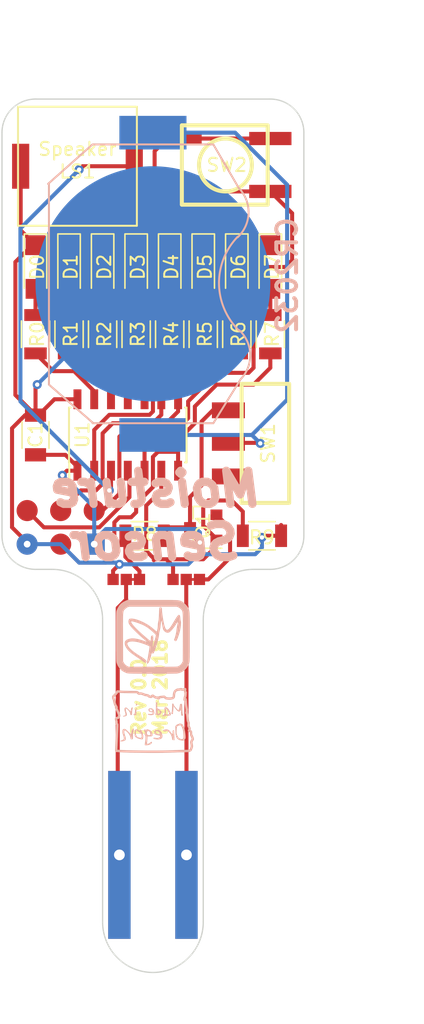
<source format=kicad_pcb>
(kicad_pcb (version 4) (host pcbnew 4.0.7)

  (general
    (links 55)
    (no_connects 0)
    (area 185.369999 59.639999 208.330001 125.780001)
    (thickness 1.6)
    (drawings 23)
    (tracks 239)
    (zones 0)
    (modules 32)
    (nets 27)
  )

  (page USLetter)
  (layers
    (0 F.Cu signal)
    (31 B.Cu signal hide)
    (34 B.Paste user)
    (35 F.Paste user)
    (36 B.SilkS user)
    (37 F.SilkS user)
    (38 B.Mask user)
    (39 F.Mask user hide)
    (40 Dwgs.User user)
    (44 Edge.Cuts user)
  )

  (setup
    (last_trace_width 0.1524)
    (user_trace_width 0.2032)
    (user_trace_width 0.254)
    (user_trace_width 0.3048)
    (user_trace_width 0.4064)
    (user_trace_width 0.6096)
    (user_trace_width 2.032)
    (trace_clearance 0.1524)
    (zone_clearance 0.508)
    (zone_45_only no)
    (trace_min 0.1524)
    (segment_width 0.254)
    (edge_width 0.1)
    (via_size 0.6858)
    (via_drill 0.3302)
    (via_min_size 0.6858)
    (via_min_drill 0.3302)
    (user_via 1 0.5)
    (uvia_size 0.762)
    (uvia_drill 0.508)
    (uvias_allowed no)
    (uvia_min_size 0.508)
    (uvia_min_drill 0.127)
    (pcb_text_width 0.3)
    (pcb_text_size 1.5 1.5)
    (mod_edge_width 0.15)
    (mod_text_size 1 1)
    (mod_text_width 0.15)
    (pad_size 1.6 1.6)
    (pad_drill 0.508)
    (pad_to_mask_clearance 0)
    (aux_axis_origin 0 0)
    (grid_origin 210.82 95.25)
    (visible_elements 7FFDFFFF)
    (pcbplotparams
      (layerselection 0x010f0_80000000)
      (usegerberextensions true)
      (excludeedgelayer true)
      (linewidth 0.100000)
      (plotframeref false)
      (viasonmask false)
      (mode 1)
      (useauxorigin false)
      (hpglpennumber 1)
      (hpglpenspeed 20)
      (hpglpendiameter 15)
      (hpglpenoverlay 2)
      (psnegative false)
      (psa4output false)
      (plotreference true)
      (plotvalue true)
      (plotinvisibletext false)
      (padsonsilk false)
      (subtractmaskfromsilk false)
      (outputformat 1)
      (mirror false)
      (drillshape 0)
      (scaleselection 1)
      (outputdirectory gerbers/))
  )

  (net 0 "")
  (net 1 GND)
  (net 2 +BATT)
  (net 3 "Net-(CON1-Pad1)")
  (net 4 "Net-(CON1-Pad3)")
  (net 5 "Net-(CON1-Pad4)")
  (net 6 "Net-(CON1-Pad5)")
  (net 7 "Net-(D3-Pad2)")
  (net 8 "Net-(D4-Pad2)")
  (net 9 "Net-(D1-Pad2)")
  (net 10 "Net-(D2-Pad2)")
  (net 11 "Net-(BT1-Pad1)")
  (net 12 "Net-(SW1-Pad1)")
  (net 13 "Net-(D0-Pad2)")
  (net 14 "Net-(D7-Pad2)")
  (net 15 "Net-(D5-Pad2)")
  (net 16 "Net-(D6-Pad2)")
  (net 17 "Net-(R0-Pad1)")
  (net 18 "Net-(R1-Pad1)")
  (net 19 "Net-(R2-Pad1)")
  (net 20 "Net-(R3-Pad1)")
  (net 21 "Net-(R6-Pad1)")
  (net 22 "Net-(J1-Pad1)")
  (net 23 "Net-(J2-Pad1)")
  (net 24 "Net-(SW2-Pad1)")
  (net 25 "Net-(LS1-Pad1)")
  (net 26 "Net-(J1-Pad2)")

  (net_class Default "This is the default net class."
    (clearance 0.1524)
    (trace_width 0.1524)
    (via_dia 0.6858)
    (via_drill 0.3302)
    (uvia_dia 0.762)
    (uvia_drill 0.508)
    (add_net +BATT)
    (add_net GND)
    (add_net "Net-(BT1-Pad1)")
    (add_net "Net-(CON1-Pad1)")
    (add_net "Net-(CON1-Pad3)")
    (add_net "Net-(CON1-Pad4)")
    (add_net "Net-(CON1-Pad5)")
    (add_net "Net-(D0-Pad2)")
    (add_net "Net-(D1-Pad2)")
    (add_net "Net-(D2-Pad2)")
    (add_net "Net-(D3-Pad2)")
    (add_net "Net-(D4-Pad2)")
    (add_net "Net-(D5-Pad2)")
    (add_net "Net-(D6-Pad2)")
    (add_net "Net-(D7-Pad2)")
    (add_net "Net-(J1-Pad1)")
    (add_net "Net-(J1-Pad2)")
    (add_net "Net-(J2-Pad1)")
    (add_net "Net-(LS1-Pad1)")
    (add_net "Net-(R0-Pad1)")
    (add_net "Net-(R1-Pad1)")
    (add_net "Net-(R2-Pad1)")
    (add_net "Net-(R3-Pad1)")
    (add_net "Net-(R6-Pad1)")
    (add_net "Net-(SW1-Pad1)")
    (add_net "Net-(SW2-Pad1)")
  )

  (module footprints:BATT_CR2032_SMD (layer B.Cu) (tedit 56CFB5D2) (tstamp 5A2CB063)
    (at 196.85 73.66 270)
    (tags battery)
    (path /56CFA61E)
    (fp_text reference BT1 (at 0 -5.08 270) (layer B.SilkS) hide
      (effects (font (size 1.72974 1.08712) (thickness 0.27178)) (justify mirror))
    )
    (fp_text value Battery (at 0 2.54 270) (layer B.SilkS) hide
      (effects (font (size 1.524 1.016) (thickness 0.254)) (justify mirror))
    )
    (fp_line (start -7.1755 -6.5405) (end -10.541 -4.572) (layer B.SilkS) (width 0.15))
    (fp_line (start 7.1755 -6.6675) (end 10.541 -4.572) (layer B.SilkS) (width 0.15))
    (fp_arc (start -5.4229 -4.6355) (end -3.5179 -6.4135) (angle -90) (layer B.SilkS) (width 0.15))
    (fp_arc (start 5.4102 -4.7625) (end 7.1882 -6.6675) (angle -90) (layer B.SilkS) (width 0.15))
    (fp_arc (start -0.0635 -10.033) (end -3.556 -6.4135) (angle -90) (layer B.SilkS) (width 0.15))
    (fp_line (start 7.62 7.874) (end 10.541 4.5085) (layer B.SilkS) (width 0.15))
    (fp_line (start -10.541 4.572) (end -7.5565 7.9375) (layer B.SilkS) (width 0.15))
    (fp_line (start -7.62 7.874) (end 7.62 7.874) (layer B.SilkS) (width 0.15))
    (fp_line (start -10.541 -4.572) (end -10.541 4.572) (layer B.SilkS) (width 0.15))
    (fp_line (start 10.541 -4.572) (end 10.541 4.572) (layer B.SilkS) (width 0.15))
    (fp_circle (center 0 0) (end -10.16 0) (layer Dwgs.User) (width 0.15))
    (pad 2 smd circle (at 0 0 270) (size 17.78 17.78) (layers B.Cu B.Paste B.Mask)
      (net 1 GND))
    (pad 1 smd rect (at -11.43 0 270) (size 2.54 5.08) (layers B.Cu B.Paste B.Mask)
      (net 11 "Net-(BT1-Pad1)"))
    (pad 1 smd rect (at 11.43 0 270) (size 2.54 5.08) (layers B.Cu B.Paste B.Mask)
      (net 11 "Net-(BT1-Pad1)"))
  )

  (module footprints:AVR-ISP-6 (layer F.Cu) (tedit 5AA74DAB) (tstamp 5A2CB07F)
    (at 192.405 90.805 270)
    (descr "6-lead dip package, row spacing 7.62 mm (300 mils)")
    (tags "dil dip 2.54 300")
    (path /58609061)
    (fp_text reference CON1 (at 0 -2.54 270) (layer F.SilkS) hide
      (effects (font (size 1 1) (thickness 0.15)))
    )
    (fp_text value AVR-ISP-6 (at 0 -3.72 270) (layer F.Fab) hide
      (effects (font (size 1 1) (thickness 0.15)))
    )
    (pad 1 smd oval (at 0 0 270) (size 1.6 1.6) (layers F.Cu F.Paste F.Mask)
      (net 3 "Net-(CON1-Pad1)"))
    (pad 2 thru_hole rect (at 2.54 0 270) (size 1.6 1.6) (drill 0.508) (layers *.Cu F.Mask)
      (net 2 +BATT))
    (pad 3 smd oval (at 0 2.54 270) (size 1.6 1.6) (layers F.Cu F.Paste F.Mask)
      (net 4 "Net-(CON1-Pad3)"))
    (pad 4 smd oval (at 2.54 2.54 270) (size 1.6 1.6) (layers F.Cu F.Paste F.Mask)
      (net 5 "Net-(CON1-Pad4)"))
    (pad 5 smd oval (at 0 5.08 270) (size 1.6 1.6) (layers F.Cu F.Paste F.Mask)
      (net 6 "Net-(CON1-Pad5)"))
    (pad 6 thru_hole oval (at 2.54 5.08 270) (size 1.6 1.6) (drill 0.508) (layers *.Cu F.Mask)
      (net 1 GND))
  )

  (module footprints:SPST_SMD (layer F.Cu) (tedit 5860A656) (tstamp 5A8280BE)
    (at 202.565 85.725 90)
    (descr "Through hole pin header")
    (tags "pin header")
    (path /5A827680)
    (fp_text reference SW1 (at 0 3 90) (layer F.SilkS)
      (effects (font (size 1 1) (thickness 0.15)))
    )
    (fp_text value SW_SPDT (at 0.1 0 90) (layer F.Fab)
      (effects (font (size 1 1) (thickness 0.15)))
    )
    (fp_line (start -4.5 4.6) (end 4.5 4.6) (layer F.SilkS) (width 0.3048))
    (fp_line (start 4.5 1) (end 4.5 4.6) (layer F.SilkS) (width 0.3048))
    (fp_line (start -4.5 1) (end -4.5 4.6) (layer F.SilkS) (width 0.3048))
    (fp_line (start -4.5 1) (end 4.5 1) (layer F.SilkS) (width 0.3048))
    (fp_text user JS102011SAQN (at 0 1.7 90) (layer F.Fab)
      (effects (font (size 0.8 0.8) (thickness 0.1)))
    )
    (fp_line (start -1.75 14.45) (end 4.3 14.45) (layer F.CrtYd) (width 0.05))
    (pad "" np_thru_hole circle (at 3.4 2.75 90) (size 0.9 0.9) (drill 0.9) (layers *.Cu *.Mask))
    (pad 1 smd rect (at -2.5 0 90) (size 1.2 2.5) (layers F.Cu F.Paste F.Mask)
      (net 12 "Net-(SW1-Pad1)"))
    (pad 2 smd rect (at 0.04 0 90) (size 1.2 2.5) (layers F.Cu F.Paste F.Mask)
      (net 11 "Net-(BT1-Pad1)"))
    (pad 3 smd rect (at 2.5 0 90) (size 1.2 2.5) (layers F.Cu F.Paste F.Mask)
      (net 2 +BATT))
    (pad "" np_thru_hole circle (at -3.4 2.75 90) (size 0.9 0.9) (drill 0.9) (layers *.Cu *.Mask))
    (model Pin_Headers.3dshapes/Pin_Header_Straight_2x06.wrl
      (at (xyz 0.05 -0.25 0))
      (scale (xyz 1 1 1))
      (rotate (xyz 0 0 90))
    )
  )

  (module myFootPrints:MadeInOregonRev25 (layer F.Cu) (tedit 0) (tstamp 5AA62192)
    (at 196.85 106.68)
    (fp_text reference VAL (at 0 0) (layer F.SilkS) hide
      (effects (font (size 1.143 1.143) (thickness 0.1778)))
    )
    (fp_text value MadeInOregonRev25 (at 0 0) (layer F.SilkS) hide
      (effects (font (size 1.143 1.143) (thickness 0.1778)))
    )
    (fp_poly (pts (xy -3.09626 -1.76022) (xy -3.09626 -1.72212) (xy -3.09372 -1.69672) (xy -3.09118 -1.67386)
      (xy -3.0861 -1.65608) (xy -3.07594 -1.63576) (xy -3.0734 -1.62814) (xy -3.0607 -1.6002)
      (xy -3.05054 -1.5748) (xy -3.04038 -1.54432) (xy -3.03022 -1.50876) (xy -3.02006 -1.46304)
      (xy -3.00736 -1.4097) (xy -3.00228 -1.39192) (xy -2.98704 -1.31826) (xy -2.96926 -1.2573)
      (xy -2.95402 -1.20396) (xy -2.9337 -1.15824) (xy -2.91338 -1.1176) (xy -2.91338 -1.74752)
      (xy -2.91338 -1.76276) (xy -2.91084 -1.77546) (xy -2.90322 -1.78816) (xy -2.89052 -1.8034)
      (xy -2.86766 -1.82118) (xy -2.8575 -1.83134) (xy -2.82956 -1.8542) (xy -2.80416 -1.8796)
      (xy -2.78638 -1.90246) (xy -2.77876 -1.91008) (xy -2.76606 -1.92786) (xy -2.74574 -1.95326)
      (xy -2.72034 -1.98374) (xy -2.69494 -2.01422) (xy -2.6924 -2.01676) (xy -2.66954 -2.0447)
      (xy -2.64922 -2.0701) (xy -2.63652 -2.08788) (xy -2.6289 -2.09804) (xy -2.6289 -2.10058)
      (xy -2.62382 -2.10566) (xy -2.60604 -2.10566) (xy -2.58064 -2.10566) (xy -2.55016 -2.10058)
      (xy -2.51968 -2.0955) (xy -2.50952 -2.09296) (xy -2.49682 -2.09042) (xy -2.48412 -2.08534)
      (xy -2.46888 -2.08534) (xy -2.4511 -2.0828) (xy -2.4257 -2.08026) (xy -2.39268 -2.07772)
      (xy -2.35458 -2.07772) (xy -2.30632 -2.07518) (xy -2.2479 -2.07518) (xy -2.17678 -2.07264)
      (xy -2.09296 -2.0701) (xy -2.03962 -2.0701) (xy -1.95326 -2.06756) (xy -1.8669 -2.06756)
      (xy -1.78054 -2.06502) (xy -1.69672 -2.06502) (xy -1.61798 -2.06248) (xy -1.54686 -2.06248)
      (xy -1.48336 -2.06248) (xy -1.4351 -2.06248) (xy -1.4224 -2.06248) (xy -1.22936 -2.06248)
      (xy -1.1684 -2.00152) (xy -1.10744 -1.9431) (xy -1.0668 -1.9431) (xy -1.03886 -1.9431)
      (xy -1.0033 -1.94564) (xy -0.97536 -1.95072) (xy -0.94234 -1.95326) (xy -0.91186 -1.95072)
      (xy -0.87884 -1.94564) (xy -0.8382 -1.93548) (xy -0.79248 -1.9177) (xy -0.7366 -1.89484)
      (xy -0.72136 -1.88976) (xy -0.67818 -1.86944) (xy -0.64516 -1.85674) (xy -0.61722 -1.84912)
      (xy -0.59182 -1.84404) (xy -0.56388 -1.83896) (xy -0.5461 -1.83642) (xy -0.50038 -1.83134)
      (xy -0.46482 -1.82626) (xy -0.43688 -1.81864) (xy -0.41656 -1.80848) (xy -0.39624 -1.79578)
      (xy -0.37592 -1.77546) (xy -0.37338 -1.77292) (xy -0.35052 -1.7526) (xy -0.32512 -1.73482)
      (xy -0.30734 -1.72212) (xy -0.30734 -1.72212) (xy -0.28702 -1.71704) (xy -0.25654 -1.71196)
      (xy -0.22098 -1.70434) (xy -0.18288 -1.7018) (xy -0.14986 -1.69672) (xy -0.12446 -1.69672)
      (xy -0.10922 -1.69926) (xy -0.09652 -1.70688) (xy -0.07366 -1.71958) (xy -0.05334 -1.73736)
      (xy -0.03048 -1.75768) (xy -0.01524 -1.7653) (xy -0.00508 -1.76784) (xy 0 -1.7653)
      (xy 0.01016 -1.75768) (xy 0.03048 -1.74498) (xy 0.05842 -1.7272) (xy 0.0889 -1.70688)
      (xy 0.09652 -1.7018) (xy 0.18288 -1.64846) (xy 0.25908 -1.64592) (xy 0.29464 -1.64338)
      (xy 0.3175 -1.64084) (xy 0.3302 -1.6383) (xy 0.34036 -1.63322) (xy 0.34544 -1.6256)
      (xy 0.34798 -1.62052) (xy 0.3683 -1.59766) (xy 0.39624 -1.58242) (xy 0.42672 -1.5748)
      (xy 0.4318 -1.5748) (xy 0.45974 -1.58242) (xy 0.48768 -1.6002) (xy 0.51562 -1.63068)
      (xy 0.52578 -1.64338) (xy 0.53848 -1.65608) (xy 0.5461 -1.66624) (xy 0.55626 -1.67386)
      (xy 0.56896 -1.68148) (xy 0.58928 -1.68402) (xy 0.61468 -1.6891) (xy 0.65278 -1.69418)
      (xy 0.70104 -1.69672) (xy 0.71628 -1.69926) (xy 0.8255 -1.70942) (xy 0.85598 -1.68148)
      (xy 0.89154 -1.64846) (xy 0.9271 -1.62306) (xy 0.95758 -1.60274) (xy 0.96774 -1.59766)
      (xy 0.9906 -1.59258) (xy 1.02362 -1.5875) (xy 1.0668 -1.58242) (xy 1.11252 -1.57734)
      (xy 1.16332 -1.57226) (xy 1.21158 -1.56972) (xy 1.2573 -1.56972) (xy 1.25984 -1.56972)
      (xy 1.3081 -1.56972) (xy 1.35128 -1.5748) (xy 1.39446 -1.57988) (xy 1.44272 -1.59004)
      (xy 1.48844 -1.6002) (xy 1.52146 -1.61036) (xy 1.54686 -1.62306) (xy 1.56972 -1.63576)
      (xy 1.59258 -1.65608) (xy 1.61798 -1.68148) (xy 1.63576 -1.7018) (xy 1.651 -1.72212)
      (xy 1.65862 -1.74498) (xy 1.66624 -1.77292) (xy 1.67386 -1.80848) (xy 1.6764 -1.85166)
      (xy 1.68148 -1.90246) (xy 1.6891 -1.9812) (xy 1.7018 -2.04978) (xy 1.72212 -2.10566)
      (xy 1.74752 -2.15138) (xy 1.75006 -2.15646) (xy 1.77546 -2.18186) (xy 1.81356 -2.2098)
      (xy 1.82626 -2.21742) (xy 1.8542 -2.23012) (xy 1.87706 -2.24028) (xy 1.89484 -2.24282)
      (xy 1.9177 -2.24282) (xy 1.92024 -2.24282) (xy 1.95834 -2.24282) (xy 2.00152 -2.25044)
      (xy 2.032 -2.25806) (xy 2.0701 -2.27076) (xy 2.09804 -2.27584) (xy 2.11582 -2.27838)
      (xy 2.13106 -2.2733) (xy 2.1463 -2.26822) (xy 2.15392 -2.26314) (xy 2.1844 -2.2479)
      (xy 2.22758 -2.24282) (xy 2.27584 -2.2479) (xy 2.29108 -2.25298) (xy 2.31394 -2.25806)
      (xy 2.33426 -2.26314) (xy 2.34188 -2.26314) (xy 2.34188 -2.25806) (xy 2.34442 -2.23774)
      (xy 2.34442 -2.21488) (xy 2.34442 -2.21234) (xy 2.34442 -2.1844) (xy 2.34696 -2.16408)
      (xy 2.35204 -2.1463) (xy 2.36474 -2.12852) (xy 2.3876 -2.0955) (xy 2.37998 -1.97612)
      (xy 2.37744 -1.9304) (xy 2.37236 -1.89738) (xy 2.36982 -1.87198) (xy 2.36474 -1.8542)
      (xy 2.35966 -1.83896) (xy 2.35204 -1.82372) (xy 2.34696 -1.8161) (xy 2.33172 -1.78562)
      (xy 2.3241 -1.75768) (xy 2.3241 -1.73736) (xy 2.32156 -1.70942) (xy 2.31902 -1.68656)
      (xy 2.31648 -1.67894) (xy 2.31394 -1.66116) (xy 2.30886 -1.63576) (xy 2.30886 -1.60274)
      (xy 2.30886 -1.59004) (xy 2.30886 -1.55702) (xy 2.30886 -1.5367) (xy 2.31394 -1.52146)
      (xy 2.32156 -1.5113) (xy 2.33172 -1.4986) (xy 2.33426 -1.49606) (xy 2.35458 -1.48082)
      (xy 2.3749 -1.4732) (xy 2.37744 -1.47066) (xy 2.3876 -1.47066) (xy 2.39268 -1.46558)
      (xy 2.39776 -1.45034) (xy 2.4003 -1.42494) (xy 2.40284 -1.39192) (xy 2.40538 -1.35382)
      (xy 2.40538 -1.33096) (xy 2.40792 -1.28778) (xy 2.413 -1.2319) (xy 2.42062 -1.16078)
      (xy 2.43332 -1.07442) (xy 2.4511 -0.97536) (xy 2.4511 -0.96774) (xy 2.45872 -0.92456)
      (xy 2.4638 -0.88392) (xy 2.46888 -0.85344) (xy 2.47142 -0.83058) (xy 2.47396 -0.82296)
      (xy 2.47396 -0.81026) (xy 2.47142 -0.7874) (xy 2.47142 -0.75692) (xy 2.46888 -0.72644)
      (xy 2.46888 -0.69342) (xy 2.46634 -0.66294) (xy 2.4638 -0.64262) (xy 2.46126 -0.635)
      (xy 2.4511 -0.6096) (xy 2.44856 -0.57912) (xy 2.4511 -0.54864) (xy 2.46126 -0.52324)
      (xy 2.4765 -0.51054) (xy 2.48412 -0.49784) (xy 2.49174 -0.47244) (xy 2.5019 -0.4318)
      (xy 2.50952 -0.37592) (xy 2.51968 -0.30734) (xy 2.5273 -0.2286) (xy 2.53238 -0.16764)
      (xy 2.53746 -0.1143) (xy 2.54254 -0.0635) (xy 2.54762 -0.02032) (xy 2.5527 0.01524)
      (xy 2.55524 0.04064) (xy 2.55778 0.05334) (xy 2.56794 0.07366) (xy 2.5781 0.1016)
      (xy 2.58826 0.127) (xy 2.59588 0.14732) (xy 2.6035 0.16256) (xy 2.60604 0.18034)
      (xy 2.60858 0.20066) (xy 2.60858 0.22606) (xy 2.60604 0.25908) (xy 2.6035 0.3048)
      (xy 2.6035 0.32512) (xy 2.60096 0.37084) (xy 2.60096 0.4064) (xy 2.60604 0.43434)
      (xy 2.61366 0.45974) (xy 2.62636 0.48768) (xy 2.64668 0.5207) (xy 2.66446 0.5588)
      (xy 2.67462 0.58674) (xy 2.6797 0.61468) (xy 2.67462 0.64262) (xy 2.66446 0.68072)
      (xy 2.65938 0.69088) (xy 2.64668 0.72898) (xy 2.63906 0.75946) (xy 2.63906 0.77978)
      (xy 2.6416 0.79756) (xy 2.64922 0.8128) (xy 2.64922 0.81534) (xy 2.66446 0.83058)
      (xy 2.68986 0.84836) (xy 2.72034 0.86614) (xy 2.75336 0.87884) (xy 2.77368 0.88646)
      (xy 2.794 0.89154) (xy 2.794 0.98044) (xy 2.794 1.07188) (xy 2.82448 1.13538)
      (xy 2.8575 1.20396) (xy 2.8829 1.26238) (xy 2.90322 1.31064) (xy 2.91592 1.3462)
      (xy 2.921 1.36652) (xy 2.92354 1.3843) (xy 2.92354 1.39954) (xy 2.91592 1.41478)
      (xy 2.90068 1.4351) (xy 2.90068 1.43764) (xy 2.87274 1.47828) (xy 2.84988 1.51638)
      (xy 2.8321 1.5621) (xy 2.82448 1.59004) (xy 2.80924 1.64338) (xy 2.8321 1.74244)
      (xy 2.84734 1.80848) (xy 2.85496 1.86182) (xy 2.86004 1.90754) (xy 2.86004 1.94818)
      (xy 2.85242 1.98628) (xy 2.84226 2.02438) (xy 2.84226 2.02438) (xy 2.82702 2.06756)
      (xy 2.81432 2.10566) (xy 2.79908 2.13868) (xy 2.78892 2.16154) (xy 2.77876 2.1717)
      (xy 2.77876 2.17424) (xy 2.7686 2.17678) (xy 2.74828 2.1844) (xy 2.74066 2.18948)
      (xy 2.7178 2.1971) (xy 2.68224 2.20472) (xy 2.63398 2.2098) (xy 2.57302 2.21234)
      (xy 2.49682 2.21488) (xy 2.40792 2.21742) (xy 2.30632 2.21742) (xy 2.29616 2.21742)
      (xy 2.24028 2.21996) (xy 2.17424 2.21996) (xy 2.10058 2.2225) (xy 2.02184 2.2225)
      (xy 1.9431 2.22504) (xy 1.86944 2.23012) (xy 1.84912 2.23012) (xy 1.6129 2.23774)
      (xy 1.38684 2.2479) (xy 1.16332 2.25298) (xy 0.9398 2.25806) (xy 0.71882 2.26314)
      (xy 0.4953 2.26568) (xy 0.26924 2.26822) (xy 0.03556 2.26822) (xy -0.2032 2.26822)
      (xy -0.45466 2.26822) (xy -0.71628 2.26568) (xy -0.84836 2.26314) (xy -1.03378 2.2606)
      (xy -1.20396 2.25806) (xy -1.36144 2.25552) (xy -1.50622 2.25298) (xy -1.64084 2.25044)
      (xy -1.7653 2.2479) (xy -1.88214 2.24536) (xy -1.98882 2.24282) (xy -2.08788 2.23774)
      (xy -2.17932 2.2352) (xy -2.26822 2.23266) (xy -2.35204 2.22758) (xy -2.39776 2.22504)
      (xy -2.46126 2.2225) (xy -2.51968 2.21742) (xy -2.57302 2.21488) (xy -2.61874 2.21234)
      (xy -2.65176 2.2098) (xy -2.67462 2.2098) (xy -2.68732 2.2098) (xy -2.68732 2.2098)
      (xy -2.68732 2.20218) (xy -2.68478 2.17932) (xy -2.68478 2.1463) (xy -2.68224 2.09804)
      (xy -2.6797 2.03962) (xy -2.67716 1.97104) (xy -2.67208 1.8923) (xy -2.66954 1.80594)
      (xy -2.66446 1.70942) (xy -2.65938 1.60782) (xy -2.65684 1.50114) (xy -2.65176 1.38684)
      (xy -2.64414 1.27) (xy -2.64414 1.25476) (xy -2.63906 1.11506) (xy -2.63398 0.98806)
      (xy -2.6289 0.87376) (xy -2.62382 0.77216) (xy -2.61874 0.68326) (xy -2.6162 0.60452)
      (xy -2.61366 0.53848) (xy -2.61112 0.47752) (xy -2.61112 0.42926) (xy -2.61112 0.38608)
      (xy -2.61112 0.35306) (xy -2.61112 0.32258) (xy -2.61112 0.29972) (xy -2.61366 0.28194)
      (xy -2.6162 0.2667) (xy -2.61874 0.25654) (xy -2.62128 0.24638) (xy -2.62636 0.23876)
      (xy -2.63144 0.23368) (xy -2.63652 0.22606) (xy -2.6416 0.21844) (xy -2.6543 0.2032)
      (xy -2.66192 0.18796) (xy -2.66446 0.17272) (xy -2.66192 0.14732) (xy -2.66192 0.13716)
      (xy -2.66192 0.1016) (xy -2.66446 0.06858) (xy -2.67462 0.02794) (xy -2.67462 0.0254)
      (xy -2.68732 -0.01778) (xy -2.69494 -0.04826) (xy -2.69748 -0.07112) (xy -2.69748 -0.08382)
      (xy -2.69494 -0.09398) (xy -2.68732 -0.09906) (xy -2.68732 -0.1016) (xy -2.66954 -0.10668)
      (xy -2.64668 -0.1143) (xy -2.63652 -0.1143) (xy -2.60858 -0.12192) (xy -2.58572 -0.13208)
      (xy -2.5654 -0.14732) (xy -2.54762 -0.17018) (xy -2.52476 -0.20574) (xy -2.50698 -0.2413)
      (xy -2.4638 -0.3302) (xy -2.47142 -0.40894) (xy -2.4765 -0.43942) (xy -2.48158 -0.46736)
      (xy -2.4892 -0.49276) (xy -2.49682 -0.5207) (xy -2.50952 -0.55626) (xy -2.52984 -0.59944)
      (xy -2.53492 -0.61214) (xy -2.55524 -0.66294) (xy -2.5781 -0.71374) (xy -2.60096 -0.76708)
      (xy -2.62128 -0.8128) (xy -2.63144 -0.83058) (xy -2.64668 -0.86868) (xy -2.65938 -0.89662)
      (xy -2.667 -0.91694) (xy -2.66954 -0.92964) (xy -2.667 -0.9398) (xy -2.667 -0.94996)
      (xy -2.65938 -0.97536) (xy -2.65938 -1.00584) (xy -2.66954 -1.03886) (xy -2.68732 -1.0795)
      (xy -2.71272 -1.12776) (xy -2.71526 -1.1303) (xy -2.73812 -1.17094) (xy -2.75844 -1.2065)
      (xy -2.77368 -1.23698) (xy -2.78384 -1.26746) (xy -2.79654 -1.30048) (xy -2.8067 -1.34112)
      (xy -2.81686 -1.38684) (xy -2.82702 -1.43256) (xy -2.84226 -1.49606) (xy -2.85496 -1.54686)
      (xy -2.86512 -1.5875) (xy -2.87528 -1.62052) (xy -2.88544 -1.64846) (xy -2.89306 -1.67132)
      (xy -2.90068 -1.68148) (xy -2.9083 -1.70942) (xy -2.91338 -1.7399) (xy -2.91338 -1.74752)
      (xy -2.91338 -1.1176) (xy -2.91084 -1.11506) (xy -2.90576 -1.09982) (xy -2.88798 -1.07188)
      (xy -2.87782 -1.04902) (xy -2.87274 -1.03632) (xy -2.87274 -1.02616) (xy -2.87782 -1.016)
      (xy -2.88036 -0.99822) (xy -2.8829 -0.98044) (xy -2.87782 -0.95758) (xy -2.8702 -0.92964)
      (xy -2.85496 -0.89408) (xy -2.83464 -0.84582) (xy -2.8194 -0.81534) (xy -2.78384 -0.73406)
      (xy -2.74828 -0.65786) (xy -2.72034 -0.58928) (xy -2.69494 -0.52832) (xy -2.67462 -0.47752)
      (xy -2.66192 -0.43688) (xy -2.6543 -0.40894) (xy -2.6543 -0.4064) (xy -2.64922 -0.37846)
      (xy -2.65176 -0.36068) (xy -2.65684 -0.34036) (xy -2.66446 -0.32766) (xy -2.67462 -0.30734)
      (xy -2.68732 -0.29464) (xy -2.70256 -0.28702) (xy -2.72542 -0.28194) (xy -2.73812 -0.2794)
      (xy -2.75336 -0.27686) (xy -2.77114 -0.2667) (xy -2.78892 -0.25146) (xy -2.81686 -0.22606)
      (xy -2.82448 -0.2159) (xy -2.84988 -0.1905) (xy -2.86766 -0.17272) (xy -2.87782 -0.16002)
      (xy -2.8829 -0.14732) (xy -2.8829 -0.13208) (xy -2.8829 -0.12192) (xy -2.88036 -0.06858)
      (xy -2.86766 -0.00762) (xy -2.85242 0.05588) (xy -2.8448 0.08382) (xy -2.84226 0.10668)
      (xy -2.84226 0.12954) (xy -2.8448 0.16002) (xy -2.84734 0.1651) (xy -2.84988 0.19812)
      (xy -2.84988 0.22606) (xy -2.84226 0.24892) (xy -2.82448 0.27686) (xy -2.8067 0.29972)
      (xy -2.78384 0.32766) (xy -2.82702 1.3081) (xy -2.8321 1.42748) (xy -2.83718 1.54432)
      (xy -2.84226 1.65608) (xy -2.84734 1.76276) (xy -2.84988 1.86182) (xy -2.85496 1.95326)
      (xy -2.8575 2.03708) (xy -2.86004 2.11074) (xy -2.86258 2.17424) (xy -2.86512 2.22758)
      (xy -2.86512 2.26822) (xy -2.86512 2.29616) (xy -2.86512 2.3114) (xy -2.86512 2.3114)
      (xy -2.85496 2.3368) (xy -2.83464 2.35966) (xy -2.81178 2.3749) (xy -2.8067 2.37744)
      (xy -2.794 2.37998) (xy -2.76606 2.38252) (xy -2.72796 2.38506) (xy -2.6797 2.39014)
      (xy -2.62128 2.39268) (xy -2.55778 2.39776) (xy -2.48412 2.4003) (xy -2.40792 2.40538)
      (xy -2.32664 2.40792) (xy -2.24536 2.413) (xy -2.16154 2.41554) (xy -2.08026 2.41808)
      (xy -1.99898 2.42062) (xy -1.92278 2.42316) (xy -1.85166 2.4257) (xy -1.80848 2.42824)
      (xy -1.74752 2.42824) (xy -1.67386 2.43078) (xy -1.59004 2.43078) (xy -1.4986 2.43332)
      (xy -1.397 2.43586) (xy -1.29032 2.43586) (xy -1.1811 2.4384) (xy -1.0668 2.4384)
      (xy -0.95504 2.44094) (xy -0.84582 2.44348) (xy -0.80264 2.44348) (xy -0.70104 2.44348)
      (xy -0.59944 2.44602) (xy -0.50038 2.44602) (xy -0.40386 2.44856) (xy -0.31496 2.44856)
      (xy -0.23114 2.44856) (xy -0.15748 2.4511) (xy -0.09398 2.4511) (xy -0.04064 2.4511)
      (xy 0 2.4511) (xy 0.02286 2.4511) (xy 0.05842 2.4511) (xy 0.10922 2.4511)
      (xy 0.17018 2.4511) (xy 0.2413 2.4511) (xy 0.3175 2.4511) (xy 0.39878 2.44856)
      (xy 0.4826 2.44856) (xy 0.56642 2.44602) (xy 0.60198 2.44602) (xy 0.75692 2.44348)
      (xy 0.90678 2.4384) (xy 1.0541 2.43586) (xy 1.1938 2.43078) (xy 1.32588 2.42824)
      (xy 1.45034 2.42316) (xy 1.56464 2.42062) (xy 1.66624 2.41808) (xy 1.7526 2.413)
      (xy 1.77038 2.413) (xy 1.82626 2.41046) (xy 1.8923 2.40792) (xy 1.96342 2.40792)
      (xy 2.03454 2.40538) (xy 2.10312 2.40538) (xy 2.12852 2.40538) (xy 2.19456 2.40538)
      (xy 2.26822 2.40284) (xy 2.3495 2.40284) (xy 2.42824 2.39776) (xy 2.50444 2.39522)
      (xy 2.54254 2.39522) (xy 2.75844 2.38252) (xy 2.82956 2.3495) (xy 2.86258 2.33172)
      (xy 2.88798 2.31902) (xy 2.90576 2.30632) (xy 2.91084 2.30124) (xy 2.92608 2.28092)
      (xy 2.94132 2.25044) (xy 2.96164 2.2098) (xy 2.97942 2.16662) (xy 2.9972 2.12344)
      (xy 3.01244 2.08534) (xy 3.02514 2.0447) (xy 3.03276 2.01168) (xy 3.03784 1.98628)
      (xy 3.04038 1.9558) (xy 3.04038 1.93548) (xy 3.0353 1.86182) (xy 3.0226 1.778)
      (xy 3.00736 1.70434) (xy 2.99974 1.66878) (xy 2.99974 1.64084) (xy 3.00736 1.61036)
      (xy 3.0226 1.57734) (xy 3.04546 1.53924) (xy 3.0607 1.52146) (xy 3.08356 1.4859)
      (xy 3.0988 1.4605) (xy 3.10642 1.4351) (xy 3.10896 1.4097) (xy 3.10642 1.37668)
      (xy 3.0988 1.33858) (xy 3.09118 1.3081) (xy 3.07848 1.26746) (xy 3.0607 1.22174)
      (xy 3.04038 1.1684) (xy 3.01498 1.1176) (xy 2.99466 1.07442) (xy 2.98704 1.05664)
      (xy 2.97942 1.0414) (xy 2.97688 1.02362) (xy 2.97434 1.0033) (xy 2.97434 0.97282)
      (xy 2.97434 0.93218) (xy 2.97434 0.9271) (xy 2.9718 0.87884) (xy 2.96926 0.8382)
      (xy 2.96418 0.81026) (xy 2.95148 0.7874) (xy 2.9337 0.76708) (xy 2.90576 0.7493)
      (xy 2.86766 0.72898) (xy 2.84734 0.71882) (xy 2.84734 0.7112) (xy 2.84988 0.69342)
      (xy 2.85496 0.66802) (xy 2.8575 0.6604) (xy 2.86258 0.61468) (xy 2.86258 0.5842)
      (xy 2.86258 0.57658) (xy 2.84988 0.5334) (xy 2.82956 0.48768) (xy 2.8067 0.44196)
      (xy 2.79908 0.42926) (xy 2.79146 0.41656) (xy 2.78638 0.40386) (xy 2.7813 0.38862)
      (xy 2.7813 0.37084) (xy 2.7813 0.34798) (xy 2.7813 0.3175) (xy 2.78638 0.27432)
      (xy 2.79146 0.22098) (xy 2.79146 0.21844) (xy 2.79146 0.19304) (xy 2.79146 0.16764)
      (xy 2.78384 0.1397) (xy 2.77622 0.11176) (xy 2.76352 0.07874) (xy 2.75336 0.04826)
      (xy 2.7432 0.0254) (xy 2.74066 0.02032) (xy 2.73558 0.00762) (xy 2.7305 -0.0127)
      (xy 2.72796 -0.04064) (xy 2.72288 -0.07874) (xy 2.7178 -0.12954) (xy 2.71272 -0.1905)
      (xy 2.7051 -0.25908) (xy 2.69748 -0.32512) (xy 2.68986 -0.38862) (xy 2.6797 -0.44958)
      (xy 2.67208 -0.50292) (xy 2.66446 -0.5461) (xy 2.6543 -0.57658) (xy 2.65176 -0.58674)
      (xy 2.65176 -0.60452) (xy 2.6543 -0.6223) (xy 2.65684 -0.6477) (xy 2.65176 -0.68326)
      (xy 2.65176 -0.68326) (xy 2.64668 -0.71628) (xy 2.64922 -0.75184) (xy 2.65176 -0.76962)
      (xy 2.6543 -0.79248) (xy 2.65684 -0.8128) (xy 2.6543 -0.83566) (xy 2.65176 -0.8636)
      (xy 2.64414 -0.90424) (xy 2.6416 -0.91948) (xy 2.62382 -1.01346) (xy 2.61112 -1.09982)
      (xy 2.60096 -1.1811) (xy 2.59334 -1.26238) (xy 2.58572 -1.35128) (xy 2.58064 -1.42748)
      (xy 2.5781 -1.49352) (xy 2.57302 -1.54432) (xy 2.57048 -1.58496) (xy 2.5654 -1.61544)
      (xy 2.56286 -1.6383) (xy 2.55524 -1.65608) (xy 2.54762 -1.66878) (xy 2.53746 -1.6764)
      (xy 2.52984 -1.68402) (xy 2.51714 -1.69418) (xy 2.51206 -1.70688) (xy 2.5146 -1.72466)
      (xy 2.52222 -1.75006) (xy 2.53238 -1.77546) (xy 2.53238 -1.77546) (xy 2.54 -1.78816)
      (xy 2.54254 -1.79832) (xy 2.54762 -1.81102) (xy 2.55016 -1.8288) (xy 2.5527 -1.85166)
      (xy 2.55524 -1.88214) (xy 2.55778 -1.92532) (xy 2.56286 -1.97866) (xy 2.56286 -2.0066)
      (xy 2.57302 -2.159) (xy 2.54762 -2.18948) (xy 2.52222 -2.21996) (xy 2.52984 -2.29616)
      (xy 2.53238 -2.34442) (xy 2.53238 -2.37998) (xy 2.52984 -2.40538) (xy 2.51968 -2.4257)
      (xy 2.50698 -2.44094) (xy 2.50444 -2.44348) (xy 2.4892 -2.45618) (xy 2.47142 -2.46126)
      (xy 2.44856 -2.4638) (xy 2.42062 -2.4638) (xy 2.38252 -2.45618) (xy 2.33172 -2.44602)
      (xy 2.32664 -2.44348) (xy 2.2352 -2.42316) (xy 2.19964 -2.44348) (xy 2.17424 -2.45618)
      (xy 2.15138 -2.4638) (xy 2.12344 -2.4638) (xy 2.09296 -2.45872) (xy 2.04978 -2.4511)
      (xy 2.0193 -2.44348) (xy 1.98374 -2.43332) (xy 1.9558 -2.4257) (xy 1.93802 -2.42316)
      (xy 1.92024 -2.4257) (xy 1.90754 -2.42824) (xy 1.88722 -2.43078) (xy 1.86944 -2.43078)
      (xy 1.84912 -2.42824) (xy 1.82372 -2.41808) (xy 1.79324 -2.40284) (xy 1.76022 -2.38506)
      (xy 1.71958 -2.3622) (xy 1.6891 -2.34442) (xy 1.66624 -2.32664) (xy 1.64846 -2.3114)
      (xy 1.63068 -2.29362) (xy 1.6129 -2.27076) (xy 1.59258 -2.2479) (xy 1.57734 -2.22504)
      (xy 1.56718 -2.20472) (xy 1.55702 -2.17932) (xy 1.54432 -2.1463) (xy 1.53162 -2.10312)
      (xy 1.52908 -2.09296) (xy 1.51638 -2.0447) (xy 1.50876 -2.00406) (xy 1.50368 -1.96596)
      (xy 1.4986 -1.92278) (xy 1.4986 -1.90754) (xy 1.49606 -1.86182) (xy 1.49352 -1.8288)
      (xy 1.4859 -1.80594) (xy 1.4732 -1.7907) (xy 1.45288 -1.778) (xy 1.4224 -1.77038)
      (xy 1.39446 -1.76276) (xy 1.3335 -1.7526) (xy 1.26238 -1.74752) (xy 1.18364 -1.75006)
      (xy 1.10998 -1.75768) (xy 1.03124 -1.7653) (xy 0.9652 -1.82372) (xy 0.9398 -1.84912)
      (xy 0.9144 -1.8669) (xy 0.89408 -1.88214) (xy 0.88392 -1.88722) (xy 0.86868 -1.88722)
      (xy 0.84328 -1.88722) (xy 0.80518 -1.88722) (xy 0.762 -1.88214) (xy 0.7112 -1.8796)
      (xy 0.6604 -1.87452) (xy 0.6096 -1.86944) (xy 0.56642 -1.86436) (xy 0.52324 -1.85674)
      (xy 0.49276 -1.85166) (xy 0.47244 -1.8415) (xy 0.45974 -1.83642) (xy 0.44958 -1.8288)
      (xy 0.43942 -1.82372) (xy 0.42418 -1.82118) (xy 0.40386 -1.82118) (xy 0.37592 -1.82118)
      (xy 0.33782 -1.82118) (xy 0.23622 -1.82372) (xy 0.13208 -1.8923) (xy 0.09398 -1.9177)
      (xy 0.06096 -1.93802) (xy 0.03302 -1.9558) (xy 0.0127 -1.96596) (xy 0.00508 -1.97104)
      (xy -0.02286 -1.97866) (xy -0.04826 -1.97358) (xy -0.07874 -1.95834) (xy -0.1143 -1.92786)
      (xy -0.11684 -1.92532) (xy -0.1397 -1.905) (xy -0.15748 -1.8923) (xy -0.17272 -1.88468)
      (xy -0.18796 -1.88214) (xy -0.19304 -1.88214) (xy -0.21082 -1.88468) (xy -0.22352 -1.88722)
      (xy -0.2413 -1.89992) (xy -0.26162 -1.9177) (xy -0.27178 -1.92786) (xy -0.30226 -1.95326)
      (xy -0.33528 -1.97358) (xy -0.37338 -1.98882) (xy -0.41656 -1.99898) (xy -0.47244 -2.00914)
      (xy -0.50038 -2.01168) (xy -0.53848 -2.01676) (xy -0.56896 -2.02438) (xy -0.59944 -2.03454)
      (xy -0.635 -2.04724) (xy -0.66548 -2.05994) (xy -0.70866 -2.07772) (xy -0.75692 -2.0955)
      (xy -0.80264 -2.11074) (xy -0.83058 -2.11836) (xy -0.86868 -2.12598) (xy -0.89662 -2.1336)
      (xy -0.91948 -2.1336) (xy -0.94234 -2.1336) (xy -0.97282 -2.13106) (xy -1.03378 -2.12344)
      (xy -1.0922 -2.17678) (xy -1.12776 -2.2098) (xy -1.1557 -2.23012) (xy -1.17348 -2.2352)
      (xy -1.18618 -2.23774) (xy -1.21412 -2.23774) (xy -1.24968 -2.24028) (xy -1.2954 -2.24028)
      (xy -1.3462 -2.24028) (xy -1.40208 -2.24028) (xy -1.40462 -2.24028) (xy -1.48844 -2.24028)
      (xy -1.57734 -2.24282) (xy -1.66878 -2.24282) (xy -1.76022 -2.24282) (xy -1.85166 -2.24536)
      (xy -1.94056 -2.2479) (xy -2.02438 -2.2479) (xy -2.10566 -2.25044) (xy -2.18186 -2.25298)
      (xy -2.25044 -2.25552) (xy -2.30886 -2.25806) (xy -2.35966 -2.2606) (xy -2.39776 -2.26314)
      (xy -2.42316 -2.26568) (xy -2.43586 -2.26822) (xy -2.45364 -2.27076) (xy -2.48666 -2.27584)
      (xy -2.52476 -2.28092) (xy -2.5654 -2.28346) (xy -2.58572 -2.286) (xy -2.63144 -2.28854)
      (xy -2.66446 -2.29108) (xy -2.68732 -2.29108) (xy -2.7051 -2.29108) (xy -2.7178 -2.28854)
      (xy -2.72796 -2.28346) (xy -2.7305 -2.28092) (xy -2.7559 -2.2606) (xy -2.77876 -2.22758)
      (xy -2.78892 -2.19202) (xy -2.79654 -2.17678) (xy -2.81178 -2.15392) (xy -2.8321 -2.13106)
      (xy -2.83718 -2.12344) (xy -2.86258 -2.09296) (xy -2.88544 -2.06502) (xy -2.90576 -2.04216)
      (xy -2.9083 -2.03708) (xy -2.92354 -2.0193) (xy -2.94894 -1.9939) (xy -2.97688 -1.96596)
      (xy -3.00482 -1.93802) (xy -3.03276 -1.91262) (xy -3.05816 -1.88976) (xy -3.07594 -1.87198)
      (xy -3.0861 -1.85928) (xy -3.0861 -1.85928) (xy -3.09118 -1.8415) (xy -3.09626 -1.81102)
      (xy -3.09626 -1.77038) (xy -3.09626 -1.76022) (xy -3.09626 -1.76022)) (layer B.SilkS) (width 0.00254))
    (fp_poly (pts (xy -0.67056 0.70358) (xy -0.67056 0.72136) (xy -0.66802 0.72644) (xy -0.66548 0.74676)
      (xy -0.65532 0.7747) (xy -0.64262 0.80772) (xy -0.63246 0.83312) (xy -0.61468 0.8763)
      (xy -0.60198 0.90932) (xy -0.59436 0.93218) (xy -0.59182 0.94996) (xy -0.5969 0.9652)
      (xy -0.60198 0.9779) (xy -0.61722 0.99568) (xy -0.63246 1.01092) (xy -0.64516 1.02362)
      (xy -0.6477 1.03632) (xy -0.64262 1.05156) (xy -0.62484 1.07188) (xy -0.6223 1.07696)
      (xy -0.59944 1.10236) (xy -0.5842 1.12522) (xy -0.57404 1.14554) (xy -0.56896 1.17348)
      (xy -0.56388 1.2065) (xy -0.56134 1.24968) (xy -0.56134 1.26238) (xy -0.56134 1.31572)
      (xy -0.56134 1.36652) (xy -0.56642 1.41986) (xy -0.5715 1.47828) (xy -0.58166 1.54686)
      (xy -0.59182 1.62306) (xy -0.59944 1.66116) (xy -0.60706 1.71704) (xy -0.61468 1.76022)
      (xy -0.61722 1.79324) (xy -0.61976 1.8161) (xy -0.61722 1.83388) (xy -0.61468 1.84658)
      (xy -0.6096 1.85674) (xy -0.6096 1.85928) (xy -0.60198 1.8669) (xy -0.59436 1.86944)
      (xy -0.58166 1.87198) (xy -0.56134 1.87452) (xy -0.53086 1.87452) (xy -0.51308 1.87452)
      (xy -0.47752 1.87452) (xy -0.45974 1.87198) (xy -0.45974 0.94234) (xy -0.45212 0.89662)
      (xy -0.43688 0.85344) (xy -0.41402 0.81788) (xy -0.40894 0.81026) (xy -0.38354 0.79502)
      (xy -0.35306 0.79248) (xy -0.32258 0.8001) (xy -0.2921 0.81788) (xy -0.26162 0.84582)
      (xy -0.23622 0.87884) (xy -0.21844 0.91948) (xy -0.21336 0.92964) (xy -0.20828 0.9525)
      (xy -0.2032 0.98044) (xy -0.19812 1.01092) (xy -0.19304 1.0414) (xy -0.1905 1.06934)
      (xy -0.18796 1.08712) (xy -0.1905 1.09728) (xy -0.20066 1.09982) (xy -0.22098 1.1049)
      (xy -0.24892 1.10998) (xy -0.2794 1.11252) (xy -0.30734 1.11506) (xy -0.3302 1.1176)
      (xy -0.34036 1.1176) (xy -0.36322 1.10998) (xy -0.38862 1.09474) (xy -0.39878 1.08458)
      (xy -0.4191 1.06172) (xy -0.43688 1.03886) (xy -0.44196 1.02616) (xy -0.4572 0.98806)
      (xy -0.45974 0.94234) (xy -0.45974 1.87198) (xy -0.4445 1.87198) (xy -0.42164 1.87198)
      (xy -0.41148 1.86944) (xy -0.37338 1.86182) (xy -0.3302 1.85166) (xy -0.28448 1.83642)
      (xy -0.24384 1.82372) (xy -0.21336 1.80848) (xy -0.20828 1.80848) (xy -0.17018 1.78562)
      (xy -0.13462 1.75768) (xy -0.10414 1.7272) (xy -0.08382 1.69926) (xy -0.07112 1.67386)
      (xy -0.07112 1.651) (xy -0.07112 1.651) (xy -0.08382 1.63068) (xy -0.10414 1.6129)
      (xy -0.12446 1.60528) (xy -0.12446 1.60528) (xy -0.1397 1.6129) (xy -0.16256 1.62814)
      (xy -0.19558 1.65608) (xy -0.20066 1.65862) (xy -0.24384 1.69672) (xy -0.28702 1.72466)
      (xy -0.3302 1.74498) (xy -0.37084 1.75768) (xy -0.40386 1.76276) (xy -0.4318 1.75514)
      (xy -0.43942 1.75006) (xy -0.44958 1.74244) (xy -0.45212 1.73482) (xy -0.45212 1.71958)
      (xy -0.44704 1.69672) (xy -0.4445 1.69418) (xy -0.44196 1.67386) (xy -0.43688 1.64338)
      (xy -0.4318 1.60274) (xy -0.42926 1.55194) (xy -0.42418 1.4859) (xy -0.4191 1.4097)
      (xy -0.41402 1.31826) (xy -0.41148 1.29286) (xy -0.4064 1.20142) (xy -0.27178 1.20142)
      (xy -0.21336 1.20142) (xy -0.17018 1.20142) (xy -0.13462 1.19888) (xy -0.10668 1.19126)
      (xy -0.08636 1.18364) (xy -0.06858 1.1684) (xy -0.0508 1.15316) (xy -0.04572 1.14808)
      (xy -0.03048 1.12776) (xy -0.0254 1.11506) (xy -0.0254 1.09474) (xy -0.02794 1.08458)
      (xy -0.04318 0.99822) (xy -0.06858 0.92202) (xy -0.1016 0.85598) (xy -0.14224 0.8001)
      (xy -0.1524 0.78994) (xy -0.18796 0.75692) (xy -0.22352 0.73406) (xy -0.26416 0.71374)
      (xy -0.29718 0.70104) (xy -0.3302 0.68834) (xy -0.36322 0.6731) (xy -0.37846 0.66548)
      (xy -0.4191 0.64262) (xy -0.44704 0.66548) (xy -0.4699 0.68326) (xy -0.49022 0.69596)
      (xy -0.51308 0.6985) (xy -0.54102 0.69596) (xy -0.57404 0.69088) (xy -0.60706 0.68326)
      (xy -0.62992 0.68326) (xy -0.64516 0.68326) (xy -0.65532 0.6858) (xy -0.66802 0.69342)
      (xy -0.67056 0.70358) (xy -0.67056 0.70358)) (layer B.SilkS) (width 0.00254))
    (fp_poly (pts (xy -2.47904 1.55448) (xy -2.47142 1.56464) (xy -2.47142 1.56718) (xy -2.45364 1.5748)
      (xy -2.4257 1.57988) (xy -2.39014 1.58242) (xy -2.3495 1.57988) (xy -2.30886 1.57734)
      (xy -2.29108 1.57226) (xy -2.24536 1.5621) (xy -2.1971 1.54686) (xy -2.15392 1.52654)
      (xy -2.11836 1.50622) (xy -2.0955 1.49098) (xy -2.08026 1.47828) (xy -2.07264 1.46558)
      (xy -2.06756 1.44526) (xy -2.06248 1.41986) (xy -2.05994 1.41224) (xy -2.0574 1.35636)
      (xy -2.06248 1.30048) (xy -2.07518 1.23698) (xy -2.09804 1.16586) (xy -2.10312 1.14808)
      (xy -2.13106 1.0668) (xy -2.15138 0.99568) (xy -2.16408 0.93218) (xy -2.16916 0.87376)
      (xy -2.16916 0.86614) (xy -2.16662 0.81788) (xy -2.159 0.77978) (xy -2.1463 0.75692)
      (xy -2.12598 0.74676) (xy -2.10058 0.75184) (xy -2.0955 0.75184) (xy -2.07772 0.76454)
      (xy -2.04978 0.78486) (xy -2.0193 0.81026) (xy -1.98628 0.8382) (xy -1.95326 0.86868)
      (xy -1.92278 0.89662) (xy -1.91516 0.90678) (xy -1.8415 0.99314) (xy -1.78308 1.08458)
      (xy -1.73736 1.17602) (xy -1.70688 1.27) (xy -1.69672 1.3335) (xy -1.69164 1.36398)
      (xy -1.68402 1.39192) (xy -1.6764 1.4097) (xy -1.6764 1.4097) (xy -1.66878 1.41986)
      (xy -1.66116 1.4224) (xy -1.64592 1.42494) (xy -1.62306 1.4224) (xy -1.59258 1.41732)
      (xy -1.55702 1.41224) (xy -1.51892 1.40462) (xy -1.51384 1.32334) (xy -1.5113 1.28016)
      (xy -1.5113 1.22936) (xy -1.50876 1.1811) (xy -1.50876 1.16078) (xy -1.50876 1.11252)
      (xy -1.50622 1.06426) (xy -1.50114 1.016) (xy -1.49606 0.96266) (xy -1.4859 0.89916)
      (xy -1.47574 0.82804) (xy -1.46812 0.78232) (xy -1.4605 0.7366) (xy -1.45542 0.69596)
      (xy -1.45034 0.6604) (xy -1.4478 0.63754) (xy -1.4478 0.62484) (xy -1.4478 0.6223)
      (xy -1.45796 0.61468) (xy -1.47574 0.61214) (xy -1.50114 0.61722) (xy -1.52654 0.62992)
      (xy -1.54686 0.64516) (xy -1.56464 0.66548) (xy -1.57988 0.69342) (xy -1.59512 0.73152)
      (xy -1.61036 0.77978) (xy -1.62306 0.84328) (xy -1.6256 0.84836) (xy -1.6383 0.9017)
      (xy -1.64592 0.94488) (xy -1.65608 0.97536) (xy -1.66116 0.99568) (xy -1.66624 1.00838)
      (xy -1.67132 1.01346) (xy -1.6764 1.016) (xy -1.6764 1.016) (xy -1.68402 1.01092)
      (xy -1.7018 0.99568) (xy -1.7272 0.97536) (xy -1.75768 0.94742) (xy -1.79324 0.9144)
      (xy -1.83134 0.8763) (xy -1.83388 0.87376) (xy -1.89992 0.81026) (xy -1.9558 0.75946)
      (xy -2.00152 0.71628) (xy -2.04216 0.68326) (xy -2.07772 0.65786) (xy -2.10566 0.64008)
      (xy -2.13106 0.62992) (xy -2.15392 0.62484) (xy -2.17678 0.62738) (xy -2.19964 0.63246)
      (xy -2.2225 0.64516) (xy -2.24282 0.65786) (xy -2.26822 0.67564) (xy -2.286 0.69342)
      (xy -2.29616 0.71882) (xy -2.30378 0.7493) (xy -2.30632 0.78994) (xy -2.30886 0.83566)
      (xy -2.30632 0.90424) (xy -2.30124 0.96266) (xy -2.28854 1.01346) (xy -2.27076 1.0668)
      (xy -2.26314 1.08712) (xy -2.24028 1.14808) (xy -2.2225 1.20904) (xy -2.21234 1.26746)
      (xy -2.20472 1.3208) (xy -2.20726 1.36906) (xy -2.21234 1.39954) (xy -2.21996 1.41732)
      (xy -2.23266 1.43256) (xy -2.25298 1.4478) (xy -2.28092 1.4605) (xy -2.31902 1.47574)
      (xy -2.3622 1.49098) (xy -2.39776 1.50368) (xy -2.42824 1.51638) (xy -2.45364 1.52908)
      (xy -2.4638 1.5367) (xy -2.4765 1.54686) (xy -2.47904 1.55448) (xy -2.47904 1.55448)) (layer B.SilkS) (width 0.00254))
    (fp_poly (pts (xy 1.69672 0.45974) (xy 1.69672 0.49784) (xy 1.69672 0.54356) (xy 1.69926 0.59944)
      (xy 1.7018 0.65786) (xy 1.7018 0.72136) (xy 1.70434 0.78486) (xy 1.70688 0.84836)
      (xy 1.70942 0.90678) (xy 1.71196 0.96012) (xy 1.7145 1.0033) (xy 1.71704 1.03886)
      (xy 1.71958 1.05664) (xy 1.7272 1.11252) (xy 1.74244 1.16332) (xy 1.7526 1.19634)
      (xy 1.76784 1.22936) (xy 1.78054 1.26238) (xy 1.78562 1.27762) (xy 1.78562 0.90424)
      (xy 1.78562 0.86614) (xy 1.78816 0.81788) (xy 1.78816 0.77978) (xy 1.7907 0.70358)
      (xy 1.79578 0.63754) (xy 1.80086 0.5842) (xy 1.80848 0.54102) (xy 1.8161 0.50292)
      (xy 1.8288 0.47244) (xy 1.83642 0.4572) (xy 1.85674 0.42418) (xy 1.8796 0.40386)
      (xy 1.91262 0.39116) (xy 1.95326 0.38862) (xy 1.95326 0.38862) (xy 1.9812 0.38862)
      (xy 1.99898 0.38354) (xy 2.01168 0.37592) (xy 2.01676 0.37084) (xy 2.03708 0.35306)
      (xy 2.05994 0.35052) (xy 2.0828 0.36068) (xy 2.11074 0.38354) (xy 2.11836 0.39116)
      (xy 2.15646 0.43942) (xy 2.19202 0.50038) (xy 2.2225 0.57404) (xy 2.25044 0.65532)
      (xy 2.2733 0.74676) (xy 2.286 0.80772) (xy 2.29362 0.86614) (xy 2.30124 0.92964)
      (xy 2.30632 0.99568) (xy 2.3114 1.06172) (xy 2.31394 1.12522) (xy 2.31648 1.18364)
      (xy 2.31648 1.23698) (xy 2.31394 1.28016) (xy 2.30886 1.31064) (xy 2.30886 1.31572)
      (xy 2.29362 1.34874) (xy 2.26822 1.37922) (xy 2.24028 1.39954) (xy 2.22758 1.40208)
      (xy 2.20726 1.40716) (xy 2.19202 1.4097) (xy 2.17424 1.4097) (xy 2.15138 1.40716)
      (xy 2.14376 1.40462) (xy 2.09296 1.38938) (xy 2.03962 1.36398) (xy 1.98882 1.3335)
      (xy 1.94564 1.29794) (xy 1.91008 1.25984) (xy 1.90246 1.24968) (xy 1.88976 1.22682)
      (xy 1.87452 1.1938) (xy 1.85674 1.15316) (xy 1.83896 1.10998) (xy 1.82118 1.0668)
      (xy 1.80594 1.02616) (xy 1.79578 0.99568) (xy 1.79578 0.99314) (xy 1.79324 0.97536)
      (xy 1.78816 0.95504) (xy 1.78816 0.93218) (xy 1.78562 0.90424) (xy 1.78562 1.27762)
      (xy 1.7907 1.29286) (xy 1.79324 1.29794) (xy 1.81356 1.33096) (xy 1.84404 1.36906)
      (xy 1.88468 1.40462) (xy 1.93294 1.44018) (xy 1.94818 1.4478) (xy 1.9685 1.4605)
      (xy 1.98882 1.47066) (xy 2.00914 1.47828) (xy 2.032 1.4859) (xy 2.06248 1.49098)
      (xy 2.10058 1.4986) (xy 2.15138 1.50876) (xy 2.159 1.50876) (xy 2.20726 1.51638)
      (xy 2.24028 1.52146) (xy 2.26822 1.524) (xy 2.28854 1.52146) (xy 2.30632 1.51892)
      (xy 2.3241 1.5113) (xy 2.32918 1.50876) (xy 2.3622 1.48844) (xy 2.39776 1.4605)
      (xy 2.42824 1.42748) (xy 2.4511 1.39446) (xy 2.45364 1.38938) (xy 2.46634 1.36398)
      (xy 2.47396 1.33604) (xy 2.47904 1.3081) (xy 2.48158 1.27254) (xy 2.48158 1.2319)
      (xy 2.47904 1.18364) (xy 2.47396 1.12522) (xy 2.46634 1.05664) (xy 2.45618 0.97536)
      (xy 2.44856 0.92964) (xy 2.43332 0.81788) (xy 2.413 0.71882) (xy 2.39522 0.62992)
      (xy 2.3749 0.55626) (xy 2.35458 0.49022) (xy 2.32918 0.43434) (xy 2.30378 0.38354)
      (xy 2.27584 0.3429) (xy 2.25044 0.31242) (xy 2.20472 0.27178) (xy 2.15392 0.24384)
      (xy 2.09804 0.2286) (xy 2.0447 0.22352) (xy 2.01676 0.22606) (xy 1.99898 0.23114)
      (xy 1.9812 0.2413) (xy 1.9812 0.24384) (xy 1.9558 0.25908) (xy 1.92024 0.2667)
      (xy 1.91262 0.26924) (xy 1.87706 0.27432) (xy 1.84404 0.28956) (xy 1.81102 0.31242)
      (xy 1.77292 0.34544) (xy 1.75006 0.3683) (xy 1.72466 0.3937) (xy 1.70942 0.41148)
      (xy 1.7018 0.42672) (xy 1.69672 0.43942) (xy 1.69672 0.45466) (xy 1.69672 0.45974)
      (xy 1.69672 0.45974)) (layer B.SilkS) (width 0.00254))
    (fp_poly (pts (xy 0.77978 0.74168) (xy 0.7874 0.75946) (xy 0.8001 0.7747) (xy 0.83566 0.80264)
      (xy 0.87376 0.81788) (xy 0.91948 0.82042) (xy 0.97028 0.81026) (xy 0.98298 0.80772)
      (xy 1.0287 0.79502) (xy 1.07188 0.79248) (xy 1.10998 0.80264) (xy 1.15062 0.8255)
      (xy 1.1938 0.86106) (xy 1.22428 0.889) (xy 1.28778 0.96266) (xy 1.33858 1.03378)
      (xy 1.37922 1.10998) (xy 1.4097 1.18872) (xy 1.43256 1.27762) (xy 1.44526 1.34366)
      (xy 1.45288 1.39446) (xy 1.4605 1.43002) (xy 1.46812 1.45542) (xy 1.47574 1.46812)
      (xy 1.48336 1.4732) (xy 1.49352 1.47574) (xy 1.51638 1.47828) (xy 1.54686 1.48336)
      (xy 1.56464 1.48336) (xy 1.6383 1.48844) (xy 1.63322 1.45034) (xy 1.63068 1.4351)
      (xy 1.63068 1.40462) (xy 1.62814 1.36398) (xy 1.6256 1.31572) (xy 1.6256 1.2573)
      (xy 1.62306 1.19634) (xy 1.62052 1.1303) (xy 1.62052 1.10998) (xy 1.62052 1.04394)
      (xy 1.61798 0.98044) (xy 1.61544 0.92456) (xy 1.6129 0.87376) (xy 1.61036 0.83312)
      (xy 1.61036 0.80264) (xy 1.60782 0.78486) (xy 1.60782 0.78232) (xy 1.59512 0.7493)
      (xy 1.57734 0.73152) (xy 1.55702 0.72644) (xy 1.5367 0.73406) (xy 1.52146 0.74422)
      (xy 1.50114 0.76962) (xy 1.49098 0.79502) (xy 1.48844 0.82296) (xy 1.49098 0.84582)
      (xy 1.49098 0.87122) (xy 1.49098 0.9017) (xy 1.48844 0.93218) (xy 1.4859 0.9652)
      (xy 1.48082 0.9906) (xy 1.47574 1.00838) (xy 1.47066 1.016) (xy 1.45796 1.01092)
      (xy 1.44018 0.99568) (xy 1.41986 0.97536) (xy 1.39446 0.94996) (xy 1.37414 0.92456)
      (xy 1.35382 0.89916) (xy 1.34112 0.88138) (xy 1.34112 0.87884) (xy 1.31826 0.84074)
      (xy 1.28778 0.80264) (xy 1.24714 0.76454) (xy 1.20142 0.72898) (xy 1.1557 0.6985)
      (xy 1.11252 0.67818) (xy 1.1049 0.67564) (xy 1.06426 0.66802) (xy 1.016 0.66548)
      (xy 0.96012 0.67056) (xy 0.9017 0.68072) (xy 0.87884 0.68834) (xy 0.83312 0.70104)
      (xy 0.80264 0.71374) (xy 0.78486 0.72644) (xy 0.77978 0.74168) (xy 0.77978 0.74168)) (layer B.SilkS) (width 0.00254))
    (fp_poly (pts (xy 0.0381 1.34112) (xy 0.0381 1.35636) (xy 0.04572 1.36652) (xy 0.0635 1.37922)
      (xy 0.06604 1.38176) (xy 0.1016 1.39446) (xy 0.14732 1.40716) (xy 0.20066 1.41732)
      (xy 0.25908 1.42494) (xy 0.32004 1.43002) (xy 0.381 1.43256) (xy 0.43688 1.43002)
      (xy 0.4826 1.42494) (xy 0.49784 1.4224) (xy 0.55626 1.40462) (xy 0.6096 1.37922)
      (xy 0.65532 1.34874) (xy 0.68834 1.31572) (xy 0.70358 1.29032) (xy 0.7112 1.26746)
      (xy 0.71374 1.23444) (xy 0.71628 1.20142) (xy 0.71882 1.16332) (xy 0.71628 1.12522)
      (xy 0.71374 1.0922) (xy 0.70866 1.0668) (xy 0.70104 1.04902) (xy 0.69342 1.04648)
      (xy 0.68834 1.03886) (xy 0.68072 1.02362) (xy 0.67564 1.00076) (xy 0.6731 0.98044)
      (xy 0.6731 0.97028) (xy 0.66802 0.94996) (xy 0.65786 0.91948) (xy 0.64008 0.889)
      (xy 0.6223 0.85598) (xy 0.60198 0.83058) (xy 0.59944 0.83058) (xy 0.57658 0.80772)
      (xy 0.5461 0.78232) (xy 0.508 0.75692) (xy 0.47244 0.73406) (xy 0.43942 0.71882)
      (xy 0.42672 0.71374) (xy 0.4064 0.7112) (xy 0.37846 0.7112) (xy 0.3429 0.7112)
      (xy 0.32004 0.71374) (xy 0.2667 0.71628) (xy 0.22606 0.72136) (xy 0.19558 0.72644)
      (xy 0.17272 0.7366) (xy 0.15494 0.74676) (xy 0.14732 0.75438) (xy 0.11938 0.78486)
      (xy 0.10414 0.82042) (xy 0.09906 0.8636) (xy 0.09906 0.88392) (xy 0.10668 0.94488)
      (xy 0.127 0.99314) (xy 0.15748 1.03124) (xy 0.19558 1.06172) (xy 0.19558 0.85598)
      (xy 0.20828 0.83312) (xy 0.23114 0.8128) (xy 0.26162 0.8001) (xy 0.29718 0.79248)
      (xy 0.33782 0.79502) (xy 0.35306 0.8001) (xy 0.38608 0.81534) (xy 0.4191 0.84328)
      (xy 0.45212 0.87884) (xy 0.4826 0.92202) (xy 0.50546 0.96774) (xy 0.508 0.9779)
      (xy 0.51562 1.0033) (xy 0.51816 1.02108) (xy 0.51308 1.03378) (xy 0.50038 1.0414)
      (xy 0.47498 1.0414) (xy 0.43942 1.03632) (xy 0.39116 1.02616) (xy 0.3683 1.02362)
      (xy 0.33528 1.01346) (xy 0.3048 1.0033) (xy 0.28194 0.99568) (xy 0.27432 0.9906)
      (xy 0.254 0.97282) (xy 0.23368 0.94742) (xy 0.21336 0.91948) (xy 0.20066 0.89408)
      (xy 0.19812 0.88392) (xy 0.19558 0.85598) (xy 0.19558 1.06172) (xy 0.19812 1.06172)
      (xy 0.2286 1.07442) (xy 0.24892 1.08204) (xy 0.26924 1.08966) (xy 0.28956 1.09474)
      (xy 0.3175 1.09982) (xy 0.35306 1.10744) (xy 0.39878 1.11506) (xy 0.41656 1.1176)
      (xy 0.4699 1.12776) (xy 0.51054 1.13792) (xy 0.53848 1.15316) (xy 0.55372 1.1684)
      (xy 0.55626 1.18872) (xy 0.54864 1.21158) (xy 0.54864 1.21412) (xy 0.52578 1.2446)
      (xy 0.49022 1.27254) (xy 0.4445 1.29794) (xy 0.39624 1.31318) (xy 0.34036 1.3208)
      (xy 0.27686 1.3208) (xy 0.2032 1.31064) (xy 0.18796 1.3081) (xy 0.14986 1.30048)
      (xy 0.12446 1.2954) (xy 0.10668 1.2954) (xy 0.09398 1.2954) (xy 0.08128 1.29794)
      (xy 0.06858 1.30556) (xy 0.0508 1.31572) (xy 0.04064 1.33096) (xy 0.0381 1.34112)
      (xy 0.0381 1.34112)) (layer B.SilkS) (width 0.00254))
    (fp_poly (pts (xy -1.38938 0.9398) (xy -1.38684 0.9906) (xy -1.38684 1.03886) (xy -1.3843 1.08458)
      (xy -1.38176 1.12522) (xy -1.37668 1.1557) (xy -1.37414 1.1684) (xy -1.36144 1.19634)
      (xy -1.33096 1.2319) (xy -1.31826 1.2446) (xy -1.29794 1.26238) (xy -1.29794 0.9017)
      (xy -1.29794 0.85598) (xy -1.2954 0.82042) (xy -1.29286 0.81788) (xy -1.28016 0.78994)
      (xy -1.26238 0.76708) (xy -1.23952 0.75184) (xy -1.22174 0.74676) (xy -1.2065 0.75184)
      (xy -1.18618 0.762) (xy -1.16078 0.77978) (xy -1.16078 0.77978) (xy -1.13792 0.8001)
      (xy -1.10998 0.82296) (xy -1.08204 0.8509) (xy -1.05156 0.87884) (xy -1.02616 0.90678)
      (xy -1.00584 0.92964) (xy -0.9906 0.94996) (xy -0.98552 0.96012) (xy -0.98298 0.97028)
      (xy -0.96774 0.9779) (xy -0.94234 0.98044) (xy -0.92456 0.98044) (xy -0.88646 0.98298)
      (xy -0.8763 1.016) (xy -0.87122 1.03632) (xy -0.86614 1.06934) (xy -0.86106 1.1049)
      (xy -0.85852 1.12268) (xy -0.85598 1.17348) (xy -0.85598 1.2192) (xy -0.86106 1.25476)
      (xy -0.86868 1.2827) (xy -0.87884 1.29286) (xy -0.9017 1.30556) (xy -0.93218 1.31064)
      (xy -0.97536 1.3081) (xy -1.02616 1.29794) (xy -1.06934 1.28778) (xy -1.12522 1.26746)
      (xy -1.1684 1.24714) (xy -1.20396 1.2192) (xy -1.22936 1.18618) (xy -1.25222 1.14554)
      (xy -1.26492 1.10744) (xy -1.27762 1.05918) (xy -1.28778 1.00584) (xy -1.2954 0.9525)
      (xy -1.29794 0.9017) (xy -1.29794 1.26238) (xy -1.27508 1.2827) (xy -1.22174 1.31572)
      (xy -1.15824 1.3462) (xy -1.08458 1.3716) (xy -0.99822 1.397) (xy -0.9271 1.41224)
      (xy -0.889 1.41986) (xy -0.85598 1.42748) (xy -0.83058 1.43256) (xy -0.81534 1.4351)
      (xy -0.8128 1.4351) (xy -0.80264 1.42748) (xy -0.78994 1.41478) (xy -0.77724 1.39954)
      (xy -0.75692 1.36906) (xy -0.74422 1.3335) (xy -0.7366 1.29286) (xy -0.73152 1.24206)
      (xy -0.73152 1.22174) (xy -0.7366 1.14046) (xy -0.74676 1.06426) (xy -0.76454 0.9906)
      (xy -0.79248 0.9144) (xy -0.8255 0.84074) (xy -0.84074 0.80772) (xy -0.85598 0.77724)
      (xy -0.86614 0.75438) (xy -0.87122 0.74168) (xy -0.88138 0.7239) (xy -0.90424 0.7112)
      (xy -0.92964 0.70612) (xy -0.9525 0.7112) (xy -0.97282 0.72136) (xy -0.97282 0.72136)
      (xy -0.98044 0.7366) (xy -0.98552 0.75692) (xy -0.98552 0.75946) (xy -0.9906 0.77978)
      (xy -1.0033 0.78994) (xy -1.01854 0.78486) (xy -1.04394 0.76962) (xy -1.04648 0.76708)
      (xy -1.1049 0.7239) (xy -1.1557 0.69342) (xy -1.20142 0.6731) (xy -1.24206 0.66548)
      (xy -1.27762 0.66802) (xy -1.31318 0.68326) (xy -1.32334 0.68834) (xy -1.3462 0.70866)
      (xy -1.36144 0.7366) (xy -1.37414 0.77216) (xy -1.38176 0.82042) (xy -1.38684 0.85344)
      (xy -1.38684 0.89408) (xy -1.38938 0.9398) (xy -1.38938 0.9398)) (layer B.SilkS) (width 0.00254))
    (fp_poly (pts (xy -2.27076 -0.31496) (xy -2.26568 -0.30734) (xy -2.2606 -0.30226) (xy -2.24028 -0.29972)
      (xy -2.21234 -0.29972) (xy -2.17678 -0.30226) (xy -2.14122 -0.3048) (xy -2.1209 -0.30988)
      (xy -2.08026 -0.32258) (xy -2.04216 -0.34036) (xy -2.00914 -0.35814) (xy -1.99136 -0.37338)
      (xy -1.98374 -0.38354) (xy -1.97866 -0.39624) (xy -1.97612 -0.41656) (xy -1.97612 -0.44704)
      (xy -1.97612 -0.4572) (xy -1.97866 -0.49784) (xy -1.9812 -0.52832) (xy -1.98882 -0.5588)
      (xy -1.99898 -0.58166) (xy -2.0193 -0.6477) (xy -2.03708 -0.70866) (xy -2.04724 -0.762)
      (xy -2.05486 -0.81026) (xy -2.05232 -0.8509) (xy -2.04724 -0.87884) (xy -2.03454 -0.89662)
      (xy -2.02946 -0.89916) (xy -2.01422 -0.89916) (xy -1.9939 -0.89154) (xy -1.9685 -0.87376)
      (xy -1.93548 -0.84582) (xy -1.90754 -0.82042) (xy -1.83896 -0.7493) (xy -1.78816 -0.67564)
      (xy -1.74752 -0.60452) (xy -1.72212 -0.52832) (xy -1.7145 -0.48768) (xy -1.70688 -0.45212)
      (xy -1.7018 -0.42926) (xy -1.69164 -0.41656) (xy -1.6764 -0.41148) (xy -1.651 -0.41402)
      (xy -1.6256 -0.4191) (xy -1.58496 -0.42672) (xy -1.58242 -0.508) (xy -1.57734 -0.65024)
      (xy -1.55956 -0.80264) (xy -1.5494 -0.86868) (xy -1.54432 -0.90678) (xy -1.53924 -0.94234)
      (xy -1.53416 -0.96774) (xy -1.53162 -0.98298) (xy -1.53162 -0.98552) (xy -1.5367 -0.99314)
      (xy -1.55194 -0.99314) (xy -1.5748 -0.9906) (xy -1.59258 -0.98298) (xy -1.60528 -0.97282)
      (xy -1.61544 -0.96266) (xy -1.6256 -0.94488) (xy -1.63576 -0.91948) (xy -1.64592 -0.88392)
      (xy -1.65862 -0.83566) (xy -1.66116 -0.82042) (xy -1.67132 -0.78232) (xy -1.67894 -0.7493)
      (xy -1.68656 -0.7239) (xy -1.69418 -0.7112) (xy -1.69418 -0.70866) (xy -1.7018 -0.7112)
      (xy -1.71958 -0.7239) (xy -1.75006 -0.7493) (xy -1.78816 -0.78232) (xy -1.8161 -0.81026)
      (xy -1.87198 -0.8636) (xy -1.9177 -0.90424) (xy -1.95326 -0.93726) (xy -1.98374 -0.96012)
      (xy -2.00914 -0.97536) (xy -2.02692 -0.98298) (xy -2.04216 -0.98552) (xy -2.07518 -0.98044)
      (xy -2.1082 -0.96266) (xy -2.1336 -0.9398) (xy -2.14122 -0.92964) (xy -2.1463 -0.91948)
      (xy -2.15138 -0.90678) (xy -2.15138 -0.889) (xy -2.15138 -0.8636) (xy -2.15138 -0.8255)
      (xy -2.14884 -0.81788) (xy -2.14884 -0.77724) (xy -2.1463 -0.74676) (xy -2.14122 -0.72136)
      (xy -2.13614 -0.6985) (xy -2.12598 -0.6731) (xy -2.1209 -0.65278) (xy -2.09804 -0.59436)
      (xy -2.08534 -0.53848) (xy -2.07772 -0.49022) (xy -2.07772 -0.44958) (xy -2.08534 -0.42418)
      (xy -2.10058 -0.40386) (xy -2.13106 -0.38354) (xy -2.17678 -0.3683) (xy -2.21488 -0.3556)
      (xy -2.24536 -0.34036) (xy -2.26314 -0.32766) (xy -2.27076 -0.31496) (xy -2.27076 -0.31496)) (layer B.SilkS) (width 0.00254))
    (fp_poly (pts (xy 0.6985 -0.33528) (xy 0.6985 -0.32766) (xy 0.70866 -0.32258) (xy 0.73152 -0.32258)
      (xy 0.762 -0.32258) (xy 0.8001 -0.32512) (xy 0.84074 -0.33274) (xy 0.8509 -0.33274)
      (xy 0.89408 -0.3429) (xy 0.93726 -0.35814) (xy 0.96266 -0.3683) (xy 0.98806 -0.37846)
      (xy 0.9906 -0.381) (xy 0.9906 -0.77724) (xy 0.9906 -0.81534) (xy 0.9906 -0.84328)
      (xy 0.99314 -0.86106) (xy 0.99568 -0.87376) (xy 0.99822 -0.88138) (xy 1.0033 -0.88646)
      (xy 1.01092 -0.89408) (xy 1.01854 -0.89408) (xy 1.0287 -0.88392) (xy 1.04394 -0.86868)
      (xy 1.06426 -0.84328) (xy 1.08458 -0.8128) (xy 1.10236 -0.78486) (xy 1.1176 -0.75692)
      (xy 1.13792 -0.71882) (xy 1.15824 -0.68326) (xy 1.1684 -0.66548) (xy 1.1938 -0.6223)
      (xy 1.20904 -0.58928) (xy 1.2192 -0.56134) (xy 1.22428 -0.53594) (xy 1.22428 -0.51054)
      (xy 1.22428 -0.508) (xy 1.22174 -0.48768) (xy 1.21412 -0.47498) (xy 1.19888 -0.46482)
      (xy 1.17602 -0.45974) (xy 1.143 -0.4572) (xy 1.1049 -0.45466) (xy 1.0668 -0.4572)
      (xy 1.03886 -0.4572) (xy 1.02362 -0.46228) (xy 1.016 -0.46736) (xy 1.00838 -0.48514)
      (xy 1.0033 -0.51562) (xy 0.99822 -0.56388) (xy 0.99314 -0.62484) (xy 0.9906 -0.70104)
      (xy 0.9906 -0.72644) (xy 0.9906 -0.77724) (xy 0.9906 -0.381) (xy 1.00584 -0.38608)
      (xy 1.01854 -0.38608) (xy 1.0287 -0.38354) (xy 1.05664 -0.37338) (xy 1.08712 -0.37084)
      (xy 1.12776 -0.3683) (xy 1.17602 -0.37084) (xy 1.19888 -0.37338) (xy 1.25222 -0.37846)
      (xy 1.29032 -0.38354) (xy 1.31572 -0.39116) (xy 1.33604 -0.40386) (xy 1.3462 -0.4191)
      (xy 1.35128 -0.43942) (xy 1.35128 -0.4699) (xy 1.35128 -0.48006) (xy 1.35128 -0.51562)
      (xy 1.3462 -0.54864) (xy 1.33604 -0.58166) (xy 1.3208 -0.61722) (xy 1.30048 -0.6604)
      (xy 1.27254 -0.70866) (xy 1.24968 -0.74422) (xy 1.22936 -0.77724) (xy 1.20904 -0.81026)
      (xy 1.19126 -0.84074) (xy 1.18618 -0.84582) (xy 1.16078 -0.88646) (xy 1.12268 -0.92456)
      (xy 1.08204 -0.96012) (xy 1.04394 -0.98806) (xy 1.03124 -0.99568) (xy 0.98806 -1.01092)
      (xy 0.9525 -1.016) (xy 0.91948 -1.00838) (xy 0.89662 -0.98806) (xy 0.88138 -0.96012)
      (xy 0.87884 -0.94742) (xy 0.8763 -0.92964) (xy 0.8763 -0.9017) (xy 0.87884 -0.8636)
      (xy 0.88138 -0.81788) (xy 0.88392 -0.76708) (xy 0.88392 -0.75184) (xy 0.88646 -0.68834)
      (xy 0.889 -0.63754) (xy 0.889 -0.59944) (xy 0.889 -0.56896) (xy 0.88392 -0.5461)
      (xy 0.87884 -0.53086) (xy 0.87122 -0.5207) (xy 0.8636 -0.51054) (xy 0.84836 -0.49276)
      (xy 0.83566 -0.4699) (xy 0.83566 -0.4699) (xy 0.8255 -0.44704) (xy 0.80518 -0.42418)
      (xy 0.77978 -0.40386) (xy 0.75438 -0.39116) (xy 0.74422 -0.38862) (xy 0.73152 -0.381)
      (xy 0.71628 -0.36576) (xy 0.70612 -0.34798) (xy 0.6985 -0.33528) (xy 0.6985 -0.33528)) (layer B.SilkS) (width 0.00254))
    (fp_poly (pts (xy 1.39954 -0.5207) (xy 1.40208 -0.508) (xy 1.40208 -0.50546) (xy 1.41224 -0.50292)
      (xy 1.4351 -0.50038) (xy 1.4605 -0.4953) (xy 1.46304 -0.4953) (xy 1.51384 -0.49022)
      (xy 1.51892 -0.53848) (xy 1.52146 -0.5588) (xy 1.524 -0.59182) (xy 1.52654 -0.635)
      (xy 1.53162 -0.68326) (xy 1.53416 -0.73914) (xy 1.53924 -0.79502) (xy 1.54432 -0.86614)
      (xy 1.5494 -0.92456) (xy 1.55448 -0.97028) (xy 1.55956 -1.00584) (xy 1.5621 -1.03124)
      (xy 1.56718 -1.04648) (xy 1.57226 -1.0541) (xy 1.57734 -1.05664) (xy 1.57988 -1.05664)
      (xy 1.5875 -1.04902) (xy 1.6002 -1.03378) (xy 1.62052 -1.00838) (xy 1.64592 -0.97536)
      (xy 1.67386 -0.9398) (xy 1.67894 -0.93472) (xy 1.7272 -0.87122) (xy 1.77038 -0.81788)
      (xy 1.80594 -0.77724) (xy 1.83896 -0.74422) (xy 1.86436 -0.72136) (xy 1.88976 -0.70612)
      (xy 1.905 -0.6985) (xy 1.92786 -0.68834) (xy 1.94564 -0.68072) (xy 1.95072 -0.67564)
      (xy 1.96596 -0.66802) (xy 1.98628 -0.66548) (xy 2.0066 -0.6731) (xy 2.01422 -0.67818)
      (xy 2.02438 -0.69088) (xy 2.03708 -0.7112) (xy 2.05486 -0.7366) (xy 2.05486 -0.7366)
      (xy 2.07518 -0.76708) (xy 2.09042 -0.78232) (xy 2.09804 -0.78486) (xy 2.10312 -0.78486)
      (xy 2.1082 -0.77978) (xy 2.11074 -0.77216) (xy 2.11328 -0.75946) (xy 2.11582 -0.73914)
      (xy 2.1209 -0.70866) (xy 2.12344 -0.66802) (xy 2.12598 -0.61722) (xy 2.12852 -0.56388)
      (xy 2.1336 -0.49784) (xy 2.13868 -0.44704) (xy 2.14376 -0.40894) (xy 2.14884 -0.38608)
      (xy 2.15392 -0.37592) (xy 2.16662 -0.37084) (xy 2.18948 -0.36576) (xy 2.21488 -0.36576)
      (xy 2.23774 -0.36576) (xy 2.25806 -0.37084) (xy 2.27076 -0.381) (xy 2.27584 -0.39624)
      (xy 2.2733 -0.42164) (xy 2.26568 -0.44958) (xy 2.25806 -0.47752) (xy 2.25044 -0.50546)
      (xy 2.24536 -0.53594) (xy 2.24028 -0.56896) (xy 2.23774 -0.6096) (xy 2.23266 -0.65532)
      (xy 2.23012 -0.70866) (xy 2.22758 -0.7747) (xy 2.2225 -0.8509) (xy 2.21996 -0.9398)
      (xy 2.21996 -0.98298) (xy 2.21488 -1.0541) (xy 2.21234 -1.10998) (xy 2.2098 -1.1557)
      (xy 2.20726 -1.18872) (xy 2.20218 -1.21666) (xy 2.19964 -1.23444) (xy 2.19202 -1.24714)
      (xy 2.1844 -1.25476) (xy 2.1844 -1.25476) (xy 2.16916 -1.26238) (xy 2.14376 -1.26238)
      (xy 2.11836 -1.26238) (xy 2.09296 -1.2573) (xy 2.09042 -1.25476) (xy 2.07264 -1.24714)
      (xy 2.05994 -1.2319) (xy 2.04978 -1.20904) (xy 2.04216 -1.17348) (xy 2.03454 -1.13792)
      (xy 2.0193 -1.04394) (xy 2.00152 -0.96266) (xy 1.98628 -0.89662) (xy 1.9685 -0.84582)
      (xy 1.95072 -0.81026) (xy 1.9431 -0.79756) (xy 1.93294 -0.7874) (xy 1.92024 -0.7874)
      (xy 1.905 -0.79248) (xy 1.88722 -0.80264) (xy 1.85928 -0.8255) (xy 1.8288 -0.85852)
      (xy 1.79324 -0.89408) (xy 1.75514 -0.93726) (xy 1.71704 -0.98044) (xy 1.68148 -1.02616)
      (xy 1.64846 -1.07188) (xy 1.61798 -1.11252) (xy 1.59512 -1.14808) (xy 1.57734 -1.17602)
      (xy 1.57226 -1.1938) (xy 1.55956 -1.23698) (xy 1.54432 -1.27) (xy 1.524 -1.28778)
      (xy 1.50368 -1.29032) (xy 1.49606 -1.29032) (xy 1.48336 -1.28016) (xy 1.4732 -1.26492)
      (xy 1.46558 -1.23952) (xy 1.45796 -1.20396) (xy 1.45288 -1.15824) (xy 1.45034 -1.09982)
      (xy 1.45034 -1.0287) (xy 1.45034 -0.98552) (xy 1.4478 -0.89916) (xy 1.44526 -0.82804)
      (xy 1.44018 -0.76708) (xy 1.4351 -0.71374) (xy 1.42748 -0.67056) (xy 1.41986 -0.64262)
      (xy 1.4097 -0.6096) (xy 1.40208 -0.57404) (xy 1.39954 -0.54356) (xy 1.39954 -0.5207)
      (xy 1.39954 -0.5207)) (layer B.SilkS) (width 0.00254))
    (fp_poly (pts (xy -1.4859 -0.44704) (xy -1.47574 -0.43688) (xy -1.45542 -0.42418) (xy -1.43002 -0.41402)
      (xy -1.40462 -0.40386) (xy -1.38176 -0.40132) (xy -1.35382 -0.40132) (xy -1.3208 -0.40386)
      (xy -1.31318 -0.40386) (xy -1.29032 -0.41148) (xy -1.27508 -0.42164) (xy -1.27 -0.42418)
      (xy -1.27 -0.43434) (xy -1.26746 -0.45974) (xy -1.26492 -0.49276) (xy -1.26238 -0.53594)
      (xy -1.25984 -0.5842) (xy -1.2573 -0.63754) (xy -1.25476 -0.69342) (xy -1.25476 -0.75184)
      (xy -1.25222 -0.80518) (xy -1.25222 -0.85598) (xy -1.25222 -0.88138) (xy -1.25222 -0.9144)
      (xy -1.25222 -0.93472) (xy -1.25476 -0.94742) (xy -1.25984 -0.9525) (xy -1.26746 -0.95504)
      (xy -1.27 -0.95504) (xy -1.29794 -0.95504) (xy -1.3208 -0.94234) (xy -1.33096 -0.9271)
      (xy -1.3335 -0.9144) (xy -1.33858 -0.889) (xy -1.34112 -0.85344) (xy -1.3462 -0.81026)
      (xy -1.35128 -0.76454) (xy -1.35382 -0.75438) (xy -1.3589 -0.68834) (xy -1.36398 -0.63246)
      (xy -1.3716 -0.58928) (xy -1.37668 -0.55626) (xy -1.38176 -0.5334) (xy -1.39192 -0.51308)
      (xy -1.40208 -0.50038) (xy -1.41478 -0.49022) (xy -1.43002 -0.4826) (xy -1.4478 -0.47244)
      (xy -1.47066 -0.46228) (xy -1.48336 -0.45212) (xy -1.4859 -0.44704) (xy -1.4859 -0.44704)) (layer B.SilkS) (width 0.00254))
    (fp_poly (pts (xy 0.15748 -0.47244) (xy 0.19812 -0.45212) (xy 0.2286 -0.43942) (xy 0.2667 -0.42926)
      (xy 0.30988 -0.4191) (xy 0.35052 -0.41148) (xy 0.35052 -0.71374) (xy 0.35306 -0.74422)
      (xy 0.35306 -0.7493) (xy 0.36322 -0.77216) (xy 0.37846 -0.78232) (xy 0.40132 -0.78232)
      (xy 0.42418 -0.77216) (xy 0.45212 -0.7493) (xy 0.48006 -0.72136) (xy 0.508 -0.68326)
      (xy 0.51816 -0.66294) (xy 0.5334 -0.635) (xy 0.53594 -0.61214) (xy 0.53086 -0.59436)
      (xy 0.5207 -0.58166) (xy 0.50546 -0.56642) (xy 0.48514 -0.54864) (xy 0.45974 -0.52832)
      (xy 0.43688 -0.51054) (xy 0.41402 -0.49784) (xy 0.39878 -0.48768) (xy 0.3937 -0.48768)
      (xy 0.38608 -0.4953) (xy 0.37592 -0.51308) (xy 0.37084 -0.52832) (xy 0.36322 -0.55372)
      (xy 0.35814 -0.58928) (xy 0.35306 -0.63246) (xy 0.35052 -0.67564) (xy 0.35052 -0.71374)
      (xy 0.35052 -0.41148) (xy 0.35306 -0.41148) (xy 0.3937 -0.4064) (xy 0.42926 -0.40386)
      (xy 0.45466 -0.4064) (xy 0.46228 -0.40894) (xy 0.47498 -0.41656) (xy 0.4953 -0.42926)
      (xy 0.5207 -0.4445) (xy 0.53086 -0.45212) (xy 0.57658 -0.48768) (xy 0.61214 -0.52832)
      (xy 0.64008 -0.57404) (xy 0.64516 -0.58166) (xy 0.65278 -0.60452) (xy 0.65532 -0.6223)
      (xy 0.65278 -0.64516) (xy 0.65024 -0.65024) (xy 0.62992 -0.6985) (xy 0.59944 -0.74676)
      (xy 0.5588 -0.78994) (xy 0.51562 -0.82804) (xy 0.47498 -0.85344) (xy 0.42672 -0.8763)
      (xy 0.41402 -0.88138) (xy 0.38608 -0.89154) (xy 0.36322 -0.90424) (xy 0.35052 -0.9144)
      (xy 0.3429 -0.92964) (xy 0.33528 -0.9525) (xy 0.3302 -0.98806) (xy 0.32512 -1.03378)
      (xy 0.32258 -1.08966) (xy 0.32258 -1.16078) (xy 0.32004 -1.20904) (xy 0.32004 -1.2573)
      (xy 0.32004 -1.30048) (xy 0.32004 -1.33604) (xy 0.3175 -1.36398) (xy 0.3175 -1.37922)
      (xy 0.3175 -1.37922) (xy 0.31242 -1.38938) (xy 0.30226 -1.39446) (xy 0.28448 -1.397)
      (xy 0.27178 -1.397) (xy 0.24892 -1.397) (xy 0.23368 -1.397) (xy 0.23114 -1.39446)
      (xy 0.23114 -1.38684) (xy 0.23114 -1.36652) (xy 0.2286 -1.3335) (xy 0.2286 -1.28778)
      (xy 0.2286 -1.23444) (xy 0.22606 -1.17348) (xy 0.22606 -1.1049) (xy 0.22606 -1.0287)
      (xy 0.22352 -0.9779) (xy 0.22352 -0.88392) (xy 0.22098 -0.79756) (xy 0.21844 -0.7239)
      (xy 0.2159 -0.6604) (xy 0.2159 -0.6096) (xy 0.21336 -0.5715) (xy 0.21082 -0.5461)
      (xy 0.20828 -0.53594) (xy 0.19812 -0.51308) (xy 0.18034 -0.49276) (xy 0.1778 -0.49022)
      (xy 0.15748 -0.47244) (xy 0.15748 -0.47244)) (layer B.SilkS) (width 0.00254))
    (fp_poly (pts (xy -0.381 -0.4699) (xy -0.37338 -0.45466) (xy -0.35052 -0.44196) (xy -0.31496 -0.42926)
      (xy -0.28956 -0.42164) (xy -0.25908 -0.41656) (xy -0.22098 -0.41148) (xy -0.1778 -0.40894)
      (xy -0.13716 -0.4064) (xy -0.1016 -0.4064) (xy -0.07874 -0.40894) (xy -0.02794 -0.42164)
      (xy 0.02032 -0.43942) (xy 0.05842 -0.46482) (xy 0.08636 -0.49276) (xy 0.09398 -0.50292)
      (xy 0.1016 -0.52832) (xy 0.10668 -0.56134) (xy 0.10922 -0.60198) (xy 0.10414 -0.64008)
      (xy 0.09652 -0.67564) (xy 0.09144 -0.69088) (xy 0.08128 -0.71374) (xy 0.0762 -0.73406)
      (xy 0.07366 -0.7366) (xy 0.06858 -0.76708) (xy 0.0508 -0.80264) (xy 0.02286 -0.83566)
      (xy -0.01016 -0.86868) (xy -0.04826 -0.89662) (xy -0.0889 -0.91694) (xy -0.09398 -0.91948)
      (xy -0.11176 -0.92202) (xy -0.14224 -0.92456) (xy -0.17526 -0.92456) (xy -0.21336 -0.92202)
      (xy -0.24638 -0.91694) (xy -0.27178 -0.91186) (xy -0.27686 -0.91186) (xy -0.29464 -0.89916)
      (xy -0.31242 -0.88138) (xy -0.3175 -0.87376) (xy -0.3302 -0.85598) (xy -0.33528 -0.84074)
      (xy -0.33528 -0.82042) (xy -0.33528 -0.79502) (xy -0.32512 -0.74676) (xy -0.3048 -0.70866)
      (xy -0.27178 -0.67818) (xy -0.2667 -0.67564) (xy -0.2667 -0.81788) (xy -0.26162 -0.83058)
      (xy -0.24638 -0.84582) (xy -0.21844 -0.8636) (xy -0.18288 -0.86614) (xy -0.14732 -0.85852)
      (xy -0.1143 -0.84074) (xy -0.09144 -0.81788) (xy -0.07366 -0.79502) (xy -0.05588 -0.76708)
      (xy -0.04318 -0.73914) (xy -0.03556 -0.71628) (xy -0.03302 -0.70104) (xy -0.03302 -0.6985)
      (xy -0.04318 -0.69088) (xy -0.06858 -0.68834) (xy -0.10414 -0.69088) (xy -0.14478 -0.6985)
      (xy -0.17526 -0.70612) (xy -0.19558 -0.71628) (xy -0.2159 -0.72898) (xy -0.2286 -0.74422)
      (xy -0.24638 -0.76454) (xy -0.26162 -0.7874) (xy -0.26416 -0.8001) (xy -0.2667 -0.81788)
      (xy -0.2667 -0.67564) (xy -0.26162 -0.6731) (xy -0.2413 -0.66548) (xy -0.21082 -0.65532)
      (xy -0.17526 -0.6477) (xy -0.13462 -0.64008) (xy -0.13462 -0.63754) (xy -0.09652 -0.63246)
      (xy -0.0635 -0.62484) (xy -0.0381 -0.61722) (xy -0.0254 -0.61214) (xy -0.02286 -0.61214)
      (xy -0.01016 -0.5969) (xy -0.00762 -0.57658) (xy -0.01778 -0.55372) (xy -0.04064 -0.53086)
      (xy -0.07112 -0.508) (xy -0.07874 -0.50546) (xy -0.09652 -0.49784) (xy -0.11684 -0.49276)
      (xy -0.14224 -0.49022) (xy -0.1778 -0.49022) (xy -0.18034 -0.49022) (xy -0.21844 -0.49022)
      (xy -0.26162 -0.49276) (xy -0.29718 -0.4953) (xy -0.3048 -0.49784) (xy -0.34036 -0.49784)
      (xy -0.36322 -0.4953) (xy -0.37592 -0.48768) (xy -0.381 -0.47244) (xy -0.381 -0.4699)
      (xy -0.381 -0.4699)) (layer B.SilkS) (width 0.00254))
    (fp_poly (pts (xy -1.29032 -1.15062) (xy -1.28778 -1.143) (xy -1.27762 -1.1303) (xy -1.26238 -1.12776)
      (xy -1.24206 -1.14046) (xy -1.2192 -1.16332) (xy -1.1938 -1.1938) (xy -1.18364 -1.2192)
      (xy -1.18618 -1.23952) (xy -1.20142 -1.25476) (xy -1.22428 -1.26746) (xy -1.23952 -1.27508)
      (xy -1.24968 -1.27762) (xy -1.25222 -1.27762) (xy -1.25984 -1.27) (xy -1.27 -1.25222)
      (xy -1.27762 -1.22936) (xy -1.28524 -1.20142) (xy -1.29032 -1.17348) (xy -1.29032 -1.15062)
      (xy -1.29032 -1.15062)) (layer B.SilkS) (width 0.00254))
  )

  (module myFootPrints:MB225rev (layer F.Cu) (tedit 0) (tstamp 5AA626B8)
    (at 196.85 100.33)
    (fp_text reference VAL (at 0 0) (layer F.SilkS) hide
      (effects (font (size 1.143 1.143) (thickness 0.1778)))
    )
    (fp_text value MB225rev (at 0 0) (layer F.SilkS) hide
      (effects (font (size 1.143 1.143) (thickness 0.1778)))
    )
    (fp_poly (pts (xy -2.78638 0.6096) (xy -2.78638 0.85344) (xy -2.78638 1.0668) (xy -2.78384 1.24714)
      (xy -2.78384 1.40208) (xy -2.7813 1.53162) (xy -2.7813 1.64084) (xy -2.77876 1.7272)
      (xy -2.77622 1.79832) (xy -2.77114 1.8542) (xy -2.7686 1.89738) (xy -2.76352 1.93294)
      (xy -2.75844 1.96088) (xy -2.75336 1.98374) (xy -2.74828 1.99644) (xy -2.667 2.19964)
      (xy -2.5527 2.37744) (xy -2.40792 2.53238) (xy -2.26822 2.63398) (xy -2.26822 -0.81026)
      (xy -2.26822 -1.0287) (xy -2.26568 -1.21666) (xy -2.26568 -1.37668) (xy -2.26314 -1.5113)
      (xy -2.25806 -1.6256) (xy -2.25298 -1.71704) (xy -2.24536 -1.7907) (xy -2.23774 -1.85166)
      (xy -2.22758 -1.89992) (xy -2.21488 -1.93802) (xy -2.19964 -1.9685) (xy -2.18186 -1.9939)
      (xy -2.16154 -2.0193) (xy -2.13868 -2.04216) (xy -2.11328 -2.0701) (xy -2.0447 -2.13106)
      (xy -1.9685 -2.18694) (xy -1.92024 -2.21234) (xy -1.81356 -2.25806) (xy 0 -2.25806)
      (xy 1.81356 -2.25806) (xy 1.92024 -2.21234) (xy 2.01168 -2.15646) (xy 2.09804 -2.0828)
      (xy 2.11582 -2.06248) (xy 2.14376 -2.03454) (xy 2.16662 -2.01168) (xy 2.1844 -1.98628)
      (xy 2.20218 -1.95834) (xy 2.21742 -1.92786) (xy 2.23012 -1.88976) (xy 2.24028 -1.8415)
      (xy 2.2479 -1.78054) (xy 2.25552 -1.70434) (xy 2.2606 -1.61036) (xy 2.26314 -1.49606)
      (xy 2.26568 -1.3589) (xy 2.26822 -1.19888) (xy 2.26822 -1.00838) (xy 2.26822 -0.7874)
      (xy 2.26822 -0.53594) (xy 2.26568 -0.24638) (xy 2.26568 0.05334) (xy 2.2606 1.87452)
      (xy 2.21234 1.96596) (xy 2.13868 2.0828) (xy 2.04978 2.16916) (xy 1.93294 2.23774)
      (xy 1.87452 2.26314) (xy 1.8542 2.26822) (xy 1.81102 2.27076) (xy 1.74244 2.27584)
      (xy 1.651 2.27838) (xy 1.53416 2.28092) (xy 1.38684 2.28092) (xy 1.20904 2.28346)
      (xy 1.00076 2.28346) (xy 0.75692 2.28346) (xy 0.47752 2.28346) (xy 0.16002 2.28346)
      (xy -0.02032 2.28346) (xy -1.8542 2.28092) (xy -1.94818 2.23012) (xy -2.07264 2.1463)
      (xy -2.1717 2.03454) (xy -2.21234 1.96596) (xy -2.25806 1.87452) (xy -2.26568 0.0508)
      (xy -2.26568 -0.27178) (xy -2.26568 -0.5588) (xy -2.26822 -0.81026) (xy -2.26822 2.63398)
      (xy -2.2352 2.65684) (xy -2.03708 2.75082) (xy -1.98628 2.7686) (xy -1.96342 2.77622)
      (xy -1.94056 2.7813) (xy -1.91008 2.78638) (xy -1.86944 2.78892) (xy -1.81864 2.794)
      (xy -1.75514 2.79654) (xy -1.67386 2.79908) (xy -1.5748 2.80162) (xy -1.45542 2.80416)
      (xy -1.3081 2.80416) (xy -1.13538 2.8067) (xy -0.93218 2.8067) (xy -0.6985 2.8067)
      (xy -0.42926 2.80924) (xy -0.12192 2.80924) (xy -0.08128 2.80924) (xy 0.18796 2.80924)
      (xy 0.44704 2.80924) (xy 0.69596 2.80924) (xy 0.9271 2.80924) (xy 1.13792 2.8067)
      (xy 1.32842 2.8067) (xy 1.49352 2.80416) (xy 1.62814 2.80162) (xy 1.73482 2.80162)
      (xy 1.8034 2.79908) (xy 1.83388 2.79654) (xy 2.03454 2.75082) (xy 2.21996 2.667)
      (xy 2.38506 2.5527) (xy 2.52984 2.40792) (xy 2.64668 2.2352) (xy 2.73558 2.03962)
      (xy 2.74828 1.99644) (xy 2.7559 1.97358) (xy 2.76098 1.94818) (xy 2.76606 1.9177)
      (xy 2.77114 1.88214) (xy 2.77368 1.83388) (xy 2.77622 1.77292) (xy 2.77876 1.69672)
      (xy 2.7813 1.6002) (xy 2.78384 1.4859) (xy 2.78384 1.3462) (xy 2.78638 1.18364)
      (xy 2.78638 0.98806) (xy 2.78638 0.76454) (xy 2.78638 0.508) (xy 2.78638 0.21336)
      (xy 2.78638 0.02032) (xy 2.78638 -0.30226) (xy 2.78638 -0.58928) (xy 2.78638 -0.84074)
      (xy 2.78638 -1.05664) (xy 2.78638 -1.2446) (xy 2.78384 -1.40716) (xy 2.7813 -1.54432)
      (xy 2.77622 -1.65862) (xy 2.77368 -1.75514) (xy 2.76606 -1.83388) (xy 2.75844 -1.89992)
      (xy 2.75082 -1.95326) (xy 2.74066 -1.99898) (xy 2.72542 -2.03962) (xy 2.71272 -2.07518)
      (xy 2.69494 -2.11328) (xy 2.67462 -2.15138) (xy 2.6543 -2.19202) (xy 2.58826 -2.29362)
      (xy 2.49936 -2.40284) (xy 2.39522 -2.50444) (xy 2.28854 -2.5908) (xy 2.23012 -2.6289)
      (xy 2.18948 -2.65176) (xy 2.15392 -2.67208) (xy 2.1209 -2.68986) (xy 2.08534 -2.7051)
      (xy 2.04724 -2.7178) (xy 2.00152 -2.72796) (xy 1.94818 -2.73812) (xy 1.88468 -2.74574)
      (xy 1.8034 -2.75082) (xy 1.70942 -2.7559) (xy 1.59258 -2.75844) (xy 1.45542 -2.76352)
      (xy 1.29286 -2.76352) (xy 1.1049 -2.76606) (xy 0.88646 -2.76606) (xy 0.635 -2.76606)
      (xy 0.34798 -2.76606) (xy 0.02286 -2.76606) (xy -0.02032 -2.76606) (xy -1.91516 -2.76606)
      (xy -2.04724 -2.71526) (xy -2.24282 -2.61874) (xy -2.41046 -2.49682) (xy -2.5527 -2.34442)
      (xy -2.66446 -2.16154) (xy -2.74828 -1.96596) (xy -2.7559 -1.94564) (xy -2.76098 -1.92278)
      (xy -2.76606 -1.89484) (xy -2.7686 -1.85928) (xy -2.77368 -1.81356) (xy -2.77622 -1.75768)
      (xy -2.77876 -1.68402) (xy -2.7813 -1.59258) (xy -2.78384 -1.48082) (xy -2.78384 -1.3462)
      (xy -2.78638 -1.18618) (xy -2.78638 -0.99822) (xy -2.78638 -0.77978) (xy -2.78638 -0.52832)
      (xy -2.78638 -0.23876) (xy -2.78638 0.01016) (xy -2.78638 0.32766) (xy -2.78638 0.6096)
      (xy -2.78638 0.6096)) (layer B.SilkS) (width 0.00254))
    (fp_poly (pts (xy -2.14122 0.51562) (xy -2.1209 0.63246) (xy -2.06756 0.76708) (xy -1.9812 0.90932)
      (xy -1.92532 0.98298) (xy -1.86436 1.0541) (xy -1.79578 1.12268) (xy -1.7145 1.19634)
      (xy -1.6129 1.27762) (xy -1.49098 1.36652) (xy -1.34366 1.47066) (xy -1.19634 1.57226)
      (xy -1.08458 1.64592) (xy -0.9779 1.71958) (xy -0.88392 1.78562) (xy -0.81026 1.83896)
      (xy -0.75946 1.87452) (xy -0.75438 1.87706) (xy -0.69342 1.92278) (xy -0.62992 1.95834)
      (xy -0.60452 1.97104) (xy -0.55626 1.9812) (xy -0.52832 1.97358) (xy -0.51308 1.9558)
      (xy -0.49022 1.90754) (xy -0.48514 1.8796) (xy -0.50546 1.8288) (xy -0.5588 1.7653)
      (xy -0.64516 1.6891) (xy -0.762 1.60274) (xy -0.90932 1.50876) (xy -0.9398 1.49098)
      (xy -1.17856 1.34112) (xy -1.38938 1.19634) (xy -1.56718 1.05664) (xy -1.71196 0.92202)
      (xy -1.82118 0.79756) (xy -1.8923 0.6858) (xy -1.9304 0.59944) (xy -1.9431 0.53594)
      (xy -1.92786 0.48768) (xy -1.8923 0.44958) (xy -1.80594 0.40386) (xy -1.6891 0.37592)
      (xy -1.54432 0.37084) (xy -1.37668 0.381) (xy -1.19126 0.41402) (xy -1.06172 0.4445)
      (xy -0.97282 0.4699) (xy -0.8636 0.50546) (xy -0.74676 0.54356) (xy -0.62738 0.58674)
      (xy -0.51562 0.62992) (xy -0.41402 0.67056) (xy -0.33528 0.70612) (xy -0.28448 0.73152)
      (xy -0.27432 0.7366) (xy -0.26416 0.74676) (xy -0.25908 0.76708) (xy -0.25908 0.8001)
      (xy -0.26416 0.85344) (xy -0.27432 0.9271) (xy -0.28956 1.03124) (xy -0.31242 1.1684)
      (xy -0.32512 1.23698) (xy -0.34798 1.37668) (xy -0.37084 1.50876) (xy -0.3937 1.62814)
      (xy -0.41148 1.72466) (xy -0.42164 1.79324) (xy -0.42672 1.81356) (xy -0.44704 1.92786)
      (xy -0.45212 2.0066) (xy -0.44196 2.04978) (xy -0.41656 2.0574) (xy -0.37592 2.02946)
      (xy -0.35814 2.00914) (xy -0.31242 1.93802) (xy -0.26162 1.83642) (xy -0.2159 1.7145)
      (xy -0.17272 1.58242) (xy -0.14224 1.45796) (xy -0.127 1.37668) (xy -0.11176 1.31318)
      (xy -0.09906 1.27254) (xy -0.09652 1.26492) (xy -0.07112 1.26492) (xy -0.03302 1.27508)
      (xy 0.00508 1.28524) (xy 0.03556 1.27) (xy 0.05842 1.24206) (xy 0.09144 1.17856)
      (xy 0.12954 1.08712) (xy 0.17526 0.9652) (xy 0.22098 0.8255) (xy 0.26924 0.6731)
      (xy 0.3175 0.51308) (xy 0.36068 0.35306) (xy 0.39878 0.20066) (xy 0.42926 0.0635)
      (xy 0.45212 -0.05588) (xy 0.46482 -0.14478) (xy 0.46736 -0.1778) (xy 0.47244 -0.23368)
      (xy 0.48514 -0.3175) (xy 0.50546 -0.41148) (xy 0.51816 -0.4572) (xy 0.53848 -0.54864)
      (xy 0.55626 -0.63246) (xy 0.56642 -0.69596) (xy 0.56896 -0.71628) (xy 0.5715 -0.762)
      (xy 0.57912 -0.8382) (xy 0.59182 -0.92964) (xy 0.60198 -1.0033) (xy 0.61468 -1.09474)
      (xy 0.62738 -1.15316) (xy 0.63754 -1.17856) (xy 0.65024 -1.1684) (xy 0.66294 -1.12268)
      (xy 0.67818 -1.0414) (xy 0.6985 -0.91948) (xy 0.6985 -0.91186) (xy 0.72136 -0.7747)
      (xy 0.74168 -0.67056) (xy 0.75692 -0.59436) (xy 0.7747 -0.53848) (xy 0.79502 -0.4953)
      (xy 0.81788 -0.4572) (xy 0.84328 -0.42926) (xy 0.9271 -0.35052) (xy 1.02108 -0.30226)
      (xy 1.11506 -0.28448) (xy 1.20142 -0.29972) (xy 1.23698 -0.3175) (xy 1.3335 -0.3937)
      (xy 1.4351 -0.49784) (xy 1.54432 -0.62992) (xy 1.66624 -0.79756) (xy 1.75768 -0.93726)
      (xy 1.80594 -1.01346) (xy 1.8415 -1.0668) (xy 1.86436 -1.09474) (xy 1.87706 -1.09474)
      (xy 1.87706 -1.06426) (xy 1.86944 -1.00076) (xy 1.85166 -0.9017) (xy 1.82626 -0.76708)
      (xy 1.82626 -0.762) (xy 1.80848 -0.66294) (xy 1.79324 -0.57404) (xy 1.78562 -0.50546)
      (xy 1.78308 -0.47244) (xy 1.778 -0.41148) (xy 1.76276 -0.32512) (xy 1.7399 -0.21844)
      (xy 1.7145 -0.10668) (xy 1.68656 -0.00254) (xy 1.65862 0.0889) (xy 1.63576 0.14732)
      (xy 1.61036 0.2159) (xy 1.60528 0.25908) (xy 1.61544 0.2794) (xy 1.65354 0.32004)
      (xy 1.69926 0.34544) (xy 1.74244 0.34798) (xy 1.75514 0.3429) (xy 1.78816 0.29972)
      (xy 1.8288 0.22606) (xy 1.87198 0.127) (xy 1.91516 0.00508) (xy 1.96088 -0.127)
      (xy 2.00406 -0.26162) (xy 2.03962 -0.39878) (xy 2.05994 -0.48514) (xy 2.0828 -0.61214)
      (xy 2.10058 -0.73914) (xy 2.11582 -0.8636) (xy 2.12344 -0.97282) (xy 2.12598 -1.0668)
      (xy 2.1209 -1.1303) (xy 2.11074 -1.16078) (xy 2.10058 -1.1938) (xy 2.08788 -1.25476)
      (xy 2.07772 -1.33604) (xy 2.07518 -1.37922) (xy 2.06248 -1.49352) (xy 2.0447 -1.57226)
      (xy 2.0193 -1.61798) (xy 1.98628 -1.6383) (xy 1.96342 -1.64084) (xy 1.93294 -1.63068)
      (xy 1.8923 -1.59512) (xy 1.84404 -1.5367) (xy 1.78054 -1.4478) (xy 1.70434 -1.32842)
      (xy 1.6129 -1.17348) (xy 1.59004 -1.13538) (xy 1.4732 -0.9398) (xy 1.3716 -0.77978)
      (xy 1.28016 -0.65786) (xy 1.19888 -0.56896) (xy 1.12776 -0.5207) (xy 1.06426 -0.508)
      (xy 1.00838 -0.5334) (xy 0.95758 -0.5969) (xy 0.91186 -0.70104) (xy 0.86868 -0.84074)
      (xy 0.8255 -1.02362) (xy 0.78232 -1.24206) (xy 0.75946 -1.38176) (xy 0.7366 -1.51892)
      (xy 0.71882 -1.65354) (xy 0.70358 -1.778) (xy 0.69342 -1.8796) (xy 0.68834 -1.95326)
      (xy 0.68834 -1.95834) (xy 0.68326 -2.07518) (xy 0.66548 -2.15392) (xy 0.63754 -2.20218)
      (xy 0.59182 -2.22504) (xy 0.58674 -2.22504) (xy 0.55118 -2.22504) (xy 0.52324 -2.21488)
      (xy 0.50292 -2.18948) (xy 0.48768 -2.14376) (xy 0.47752 -2.07264) (xy 0.4699 -1.97104)
      (xy 0.46228 -1.83388) (xy 0.46228 -1.79578) (xy 0.45466 -1.63068) (xy 0.44704 -1.4986)
      (xy 0.44196 -1.397) (xy 0.43688 -1.3208) (xy 0.4318 -1.25984) (xy 0.42418 -1.21412)
      (xy 0.41656 -1.17348) (xy 0.4064 -1.13538) (xy 0.381 -1.0033) (xy 0.3683 -0.84328)
      (xy 0.36576 -0.74676) (xy 0.36068 -0.6858) (xy 0.35052 -0.60706) (xy 0.33274 -0.52324)
      (xy 0.31496 -0.44704) (xy 0.29718 -0.39116) (xy 0.28956 -0.37846) (xy 0.27178 -0.38608)
      (xy 0.23368 -0.41402) (xy 0.1778 -0.46228) (xy 0.13462 -0.50038) (xy -0.12192 -0.71374)
      (xy -0.4064 -0.90932) (xy -0.70866 -1.07696) (xy -1.02108 -1.21666) (xy -1.28524 -1.30556)
      (xy -1.40208 -1.3335) (xy -1.51892 -1.35128) (xy -1.62814 -1.3589) (xy -1.71704 -1.35382)
      (xy -1.78054 -1.33858) (xy -1.79324 -1.33096) (xy -1.82372 -1.28524) (xy -1.84404 -1.21666)
      (xy -1.85166 -1.13284) (xy -1.84404 -1.04902) (xy -1.82626 -0.98298) (xy -1.77292 -0.89154)
      (xy -1.69164 -0.77978) (xy -1.64084 -0.72136) (xy -1.64084 -1.09728) (xy -1.6383 -1.13538)
      (xy -1.6256 -1.15316) (xy -1.59004 -1.15316) (xy -1.55448 -1.14554) (xy -1.4859 -1.1303)
      (xy -1.38684 -1.10236) (xy -1.27 -1.0668) (xy -1.14046 -1.02362) (xy -1.01346 -0.97536)
      (xy -0.89154 -0.92964) (xy -0.78994 -0.88646) (xy -0.75692 -0.87122) (xy -0.65278 -0.82042)
      (xy -0.54102 -0.75692) (xy -0.43688 -0.69342) (xy -0.41656 -0.68072) (xy -0.3429 -0.62484)
      (xy -0.254 -0.55626) (xy -0.16002 -0.48006) (xy -0.06604 -0.39878) (xy 0.02286 -0.32004)
      (xy 0.1016 -0.24638) (xy 0.16256 -0.18542) (xy 0.2032 -0.1397) (xy 0.21336 -0.12192)
      (xy 0.21844 -0.0889) (xy 0.2159 -0.04572) (xy 0.20574 0.0127) (xy 0.18542 0.09398)
      (xy 0.1524 0.20828) (xy 0.14224 0.24384) (xy 0.1143 0.33528) (xy 0.09144 0.42418)
      (xy 0.0762 0.49276) (xy 0.07112 0.51562) (xy 0.05842 0.58166) (xy 0.04064 0.65024)
      (xy 0.02032 0.71628) (xy 0.00254 0.76708) (xy -0.01016 0.79502) (xy -0.01524 0.79502)
      (xy -0.01524 0.76708) (xy -0.0127 0.70866) (xy -0.00762 0.6223) (xy 0.00254 0.51816)
      (xy 0.00762 0.4445) (xy 0.01778 0.32258) (xy 0.0254 0.22098) (xy 0.02794 0.14224)
      (xy 0.0254 0.09398) (xy 0.02286 0.08382) (xy 0.0127 0.04064) (xy 0.01524 -0.01524)
      (xy 0.01778 -0.06096) (xy 0.00508 -0.07874) (xy -0.02286 -0.08128) (xy -0.07874 -0.07366)
      (xy -0.11684 -0.04826) (xy -0.14224 0) (xy -0.15494 0.07874) (xy -0.15748 0.14986)
      (xy -0.1651 0.23622) (xy -0.17272 0.29718) (xy -0.18542 0.32258) (xy -0.18796 0.32512)
      (xy -0.2032 0.32004) (xy -0.23114 0.3048) (xy -0.27178 0.27432) (xy -0.3302 0.2286)
      (xy -0.4064 0.16764) (xy -0.50546 0.08128) (xy -0.62992 -0.0254) (xy -0.6985 -0.08382)
      (xy -0.89408 -0.25654) (xy -1.07188 -0.4191) (xy -1.22936 -0.5715) (xy -1.36398 -0.70866)
      (xy -1.4732 -0.83058) (xy -1.55702 -0.93472) (xy -1.6129 -1.01854) (xy -1.64084 -1.08204)
      (xy -1.64084 -1.09728) (xy -1.64084 -0.72136) (xy -1.57988 -0.6477) (xy -1.44018 -0.50038)
      (xy -1.27508 -0.33528) (xy -1.08712 -0.15748) (xy -0.87884 0.03048) (xy -0.81534 0.08636)
      (xy -0.71628 0.17272) (xy -0.62738 0.25146) (xy -0.55372 0.31496) (xy -0.50038 0.36322)
      (xy -0.4699 0.39116) (xy -0.46482 0.39624) (xy -0.4826 0.3937) (xy -0.53086 0.37846)
      (xy -0.60452 0.35306) (xy -0.69088 0.32258) (xy -0.69342 0.32258) (xy -0.95504 0.23622)
      (xy -1.19126 0.1778) (xy -1.39954 0.14478) (xy -1.5875 0.1397) (xy -1.75514 0.16002)
      (xy -1.905 0.20574) (xy -1.99898 0.254) (xy -2.08026 0.32258) (xy -2.12852 0.40894)
      (xy -2.14122 0.51562) (xy -2.14122 0.51562)) (layer B.SilkS) (width 0.00254))
  )

  (module footprints:C_1206 (layer F.Cu) (tedit 5AA61B54) (tstamp 5AA759E3)
    (at 187.96 85.09 90)
    (descr "Capacitor SMD 1206, reflow soldering, AVX (see smccp.pdf)")
    (tags "capacitor 1206")
    (path /553FDF53)
    (attr smd)
    (fp_text reference C1 (at 0 0 90) (layer F.SilkS)
      (effects (font (size 1 1) (thickness 0.15)))
    )
    (fp_text value "0.1 uF" (at 0 2 90) (layer F.Fab)
      (effects (font (size 1 1) (thickness 0.15)))
    )
    (fp_text user %R (at 0 -1.75 90) (layer F.Fab)
      (effects (font (size 1 1) (thickness 0.15)))
    )
    (fp_line (start -1.6 0.8) (end -1.6 -0.8) (layer F.Fab) (width 0.1))
    (fp_line (start 1.6 0.8) (end -1.6 0.8) (layer F.Fab) (width 0.1))
    (fp_line (start 1.6 -0.8) (end 1.6 0.8) (layer F.Fab) (width 0.1))
    (fp_line (start -1.6 -0.8) (end 1.6 -0.8) (layer F.Fab) (width 0.1))
    (fp_line (start 1 -1.02) (end -1 -1.02) (layer F.SilkS) (width 0.12))
    (fp_line (start -1 1.02) (end 1 1.02) (layer F.SilkS) (width 0.12))
    (fp_line (start -2.25 -1.05) (end 2.25 -1.05) (layer F.CrtYd) (width 0.05))
    (fp_line (start -2.25 -1.05) (end -2.25 1.05) (layer F.CrtYd) (width 0.05))
    (fp_line (start 2.25 1.05) (end 2.25 -1.05) (layer F.CrtYd) (width 0.05))
    (fp_line (start 2.25 1.05) (end -2.25 1.05) (layer F.CrtYd) (width 0.05))
    (pad 1 smd rect (at -1.5 0 90) (size 1 1.6) (layers F.Cu F.Paste F.Mask)
      (net 2 +BATT))
    (pad 2 smd rect (at 1.5 0 90) (size 1 1.6) (layers F.Cu F.Paste F.Mask)
      (net 1 GND))
    (model Capacitors_SMD.3dshapes/C_1206.wrl
      (at (xyz 0 0 0))
      (scale (xyz 1 1 1))
      (rotate (xyz 0 0 0))
    )
  )

  (module footprints:LED_1206 (layer F.Cu) (tedit 5AA61B33) (tstamp 5AA759E8)
    (at 187.96 72.39 270)
    (descr "LED 1206 smd package")
    (tags "LED led 1206 SMD smd SMT smt smdled SMDLED smtled SMTLED")
    (path /58C49927)
    (attr smd)
    (fp_text reference D0 (at 0 -0.127 270) (layer F.SilkS)
      (effects (font (size 1 1) (thickness 0.15)))
    )
    (fp_text value LED (at 0 1.7 270) (layer F.Fab)
      (effects (font (size 1 1) (thickness 0.15)))
    )
    (fp_line (start -2.5 -0.85) (end -2.5 0.85) (layer F.SilkS) (width 0.12))
    (fp_line (start -0.45 -0.4) (end -0.45 0.4) (layer F.Fab) (width 0.1))
    (fp_line (start -0.4 0) (end 0.2 -0.4) (layer F.Fab) (width 0.1))
    (fp_line (start 0.2 0.4) (end -0.4 0) (layer F.Fab) (width 0.1))
    (fp_line (start 0.2 -0.4) (end 0.2 0.4) (layer F.Fab) (width 0.1))
    (fp_line (start 1.6 0.8) (end -1.6 0.8) (layer F.Fab) (width 0.1))
    (fp_line (start 1.6 -0.8) (end 1.6 0.8) (layer F.Fab) (width 0.1))
    (fp_line (start -1.6 -0.8) (end 1.6 -0.8) (layer F.Fab) (width 0.1))
    (fp_line (start -1.6 0.8) (end -1.6 -0.8) (layer F.Fab) (width 0.1))
    (fp_line (start -2.45 0.85) (end 1.6 0.85) (layer F.SilkS) (width 0.12))
    (fp_line (start -2.45 -0.85) (end 1.6 -0.85) (layer F.SilkS) (width 0.12))
    (fp_line (start 2.65 -1) (end 2.65 1) (layer F.CrtYd) (width 0.05))
    (fp_line (start 2.65 1) (end -2.65 1) (layer F.CrtYd) (width 0.05))
    (fp_line (start -2.65 1) (end -2.65 -1) (layer F.CrtYd) (width 0.05))
    (fp_line (start -2.65 -1) (end 2.65 -1) (layer F.CrtYd) (width 0.05))
    (pad 2 smd rect (at 1.65 0 90) (size 1.5 1.5) (layers F.Cu F.Paste F.Mask)
      (net 13 "Net-(D0-Pad2)"))
    (pad 1 smd rect (at -1.65 0 90) (size 1.5 1.5) (layers F.Cu F.Paste F.Mask)
      (net 1 GND))
    (model ${KISYS3DMOD}/LEDs.3dshapes/LED_1206.wrl
      (at (xyz 0 0 0))
      (scale (xyz 1 1 1))
      (rotate (xyz 0 0 180))
    )
  )

  (module footprints:LED_1206 (layer F.Cu) (tedit 5AA61B33) (tstamp 5AA759ED)
    (at 190.5 72.39 270)
    (descr "LED 1206 smd package")
    (tags "LED led 1206 SMD smd SMT smt smdled SMDLED smtled SMTLED")
    (path /58D338E3)
    (attr smd)
    (fp_text reference D1 (at 0 -0.127 270) (layer F.SilkS)
      (effects (font (size 1 1) (thickness 0.15)))
    )
    (fp_text value LED (at 0 1.7 270) (layer F.Fab)
      (effects (font (size 1 1) (thickness 0.15)))
    )
    (fp_line (start -2.5 -0.85) (end -2.5 0.85) (layer F.SilkS) (width 0.12))
    (fp_line (start -0.45 -0.4) (end -0.45 0.4) (layer F.Fab) (width 0.1))
    (fp_line (start -0.4 0) (end 0.2 -0.4) (layer F.Fab) (width 0.1))
    (fp_line (start 0.2 0.4) (end -0.4 0) (layer F.Fab) (width 0.1))
    (fp_line (start 0.2 -0.4) (end 0.2 0.4) (layer F.Fab) (width 0.1))
    (fp_line (start 1.6 0.8) (end -1.6 0.8) (layer F.Fab) (width 0.1))
    (fp_line (start 1.6 -0.8) (end 1.6 0.8) (layer F.Fab) (width 0.1))
    (fp_line (start -1.6 -0.8) (end 1.6 -0.8) (layer F.Fab) (width 0.1))
    (fp_line (start -1.6 0.8) (end -1.6 -0.8) (layer F.Fab) (width 0.1))
    (fp_line (start -2.45 0.85) (end 1.6 0.85) (layer F.SilkS) (width 0.12))
    (fp_line (start -2.45 -0.85) (end 1.6 -0.85) (layer F.SilkS) (width 0.12))
    (fp_line (start 2.65 -1) (end 2.65 1) (layer F.CrtYd) (width 0.05))
    (fp_line (start 2.65 1) (end -2.65 1) (layer F.CrtYd) (width 0.05))
    (fp_line (start -2.65 1) (end -2.65 -1) (layer F.CrtYd) (width 0.05))
    (fp_line (start -2.65 -1) (end 2.65 -1) (layer F.CrtYd) (width 0.05))
    (pad 2 smd rect (at 1.65 0 90) (size 1.5 1.5) (layers F.Cu F.Paste F.Mask)
      (net 9 "Net-(D1-Pad2)"))
    (pad 1 smd rect (at -1.65 0 90) (size 1.5 1.5) (layers F.Cu F.Paste F.Mask)
      (net 1 GND))
    (model ${KISYS3DMOD}/LEDs.3dshapes/LED_1206.wrl
      (at (xyz 0 0 0))
      (scale (xyz 1 1 1))
      (rotate (xyz 0 0 180))
    )
  )

  (module footprints:LED_1206 (layer F.Cu) (tedit 5AA61B33) (tstamp 5AA759F2)
    (at 193.04 72.39 270)
    (descr "LED 1206 smd package")
    (tags "LED led 1206 SMD smd SMT smt smdled SMDLED smtled SMTLED")
    (path /58D33940)
    (attr smd)
    (fp_text reference D2 (at 0 -0.127 270) (layer F.SilkS)
      (effects (font (size 1 1) (thickness 0.15)))
    )
    (fp_text value LED (at 0 1.7 270) (layer F.Fab)
      (effects (font (size 1 1) (thickness 0.15)))
    )
    (fp_line (start -2.5 -0.85) (end -2.5 0.85) (layer F.SilkS) (width 0.12))
    (fp_line (start -0.45 -0.4) (end -0.45 0.4) (layer F.Fab) (width 0.1))
    (fp_line (start -0.4 0) (end 0.2 -0.4) (layer F.Fab) (width 0.1))
    (fp_line (start 0.2 0.4) (end -0.4 0) (layer F.Fab) (width 0.1))
    (fp_line (start 0.2 -0.4) (end 0.2 0.4) (layer F.Fab) (width 0.1))
    (fp_line (start 1.6 0.8) (end -1.6 0.8) (layer F.Fab) (width 0.1))
    (fp_line (start 1.6 -0.8) (end 1.6 0.8) (layer F.Fab) (width 0.1))
    (fp_line (start -1.6 -0.8) (end 1.6 -0.8) (layer F.Fab) (width 0.1))
    (fp_line (start -1.6 0.8) (end -1.6 -0.8) (layer F.Fab) (width 0.1))
    (fp_line (start -2.45 0.85) (end 1.6 0.85) (layer F.SilkS) (width 0.12))
    (fp_line (start -2.45 -0.85) (end 1.6 -0.85) (layer F.SilkS) (width 0.12))
    (fp_line (start 2.65 -1) (end 2.65 1) (layer F.CrtYd) (width 0.05))
    (fp_line (start 2.65 1) (end -2.65 1) (layer F.CrtYd) (width 0.05))
    (fp_line (start -2.65 1) (end -2.65 -1) (layer F.CrtYd) (width 0.05))
    (fp_line (start -2.65 -1) (end 2.65 -1) (layer F.CrtYd) (width 0.05))
    (pad 2 smd rect (at 1.65 0 90) (size 1.5 1.5) (layers F.Cu F.Paste F.Mask)
      (net 10 "Net-(D2-Pad2)"))
    (pad 1 smd rect (at -1.65 0 90) (size 1.5 1.5) (layers F.Cu F.Paste F.Mask)
      (net 1 GND))
    (model ${KISYS3DMOD}/LEDs.3dshapes/LED_1206.wrl
      (at (xyz 0 0 0))
      (scale (xyz 1 1 1))
      (rotate (xyz 0 0 180))
    )
  )

  (module footprints:LED_1206 (layer F.Cu) (tedit 5AA61B33) (tstamp 5AA759F7)
    (at 195.58 72.39 270)
    (descr "LED 1206 smd package")
    (tags "LED led 1206 SMD smd SMT smt smdled SMDLED smtled SMTLED")
    (path /58D34030)
    (attr smd)
    (fp_text reference D3 (at 0 -0.127 270) (layer F.SilkS)
      (effects (font (size 1 1) (thickness 0.15)))
    )
    (fp_text value LED (at 0 1.7 270) (layer F.Fab)
      (effects (font (size 1 1) (thickness 0.15)))
    )
    (fp_line (start -2.5 -0.85) (end -2.5 0.85) (layer F.SilkS) (width 0.12))
    (fp_line (start -0.45 -0.4) (end -0.45 0.4) (layer F.Fab) (width 0.1))
    (fp_line (start -0.4 0) (end 0.2 -0.4) (layer F.Fab) (width 0.1))
    (fp_line (start 0.2 0.4) (end -0.4 0) (layer F.Fab) (width 0.1))
    (fp_line (start 0.2 -0.4) (end 0.2 0.4) (layer F.Fab) (width 0.1))
    (fp_line (start 1.6 0.8) (end -1.6 0.8) (layer F.Fab) (width 0.1))
    (fp_line (start 1.6 -0.8) (end 1.6 0.8) (layer F.Fab) (width 0.1))
    (fp_line (start -1.6 -0.8) (end 1.6 -0.8) (layer F.Fab) (width 0.1))
    (fp_line (start -1.6 0.8) (end -1.6 -0.8) (layer F.Fab) (width 0.1))
    (fp_line (start -2.45 0.85) (end 1.6 0.85) (layer F.SilkS) (width 0.12))
    (fp_line (start -2.45 -0.85) (end 1.6 -0.85) (layer F.SilkS) (width 0.12))
    (fp_line (start 2.65 -1) (end 2.65 1) (layer F.CrtYd) (width 0.05))
    (fp_line (start 2.65 1) (end -2.65 1) (layer F.CrtYd) (width 0.05))
    (fp_line (start -2.65 1) (end -2.65 -1) (layer F.CrtYd) (width 0.05))
    (fp_line (start -2.65 -1) (end 2.65 -1) (layer F.CrtYd) (width 0.05))
    (pad 2 smd rect (at 1.65 0 90) (size 1.5 1.5) (layers F.Cu F.Paste F.Mask)
      (net 7 "Net-(D3-Pad2)"))
    (pad 1 smd rect (at -1.65 0 90) (size 1.5 1.5) (layers F.Cu F.Paste F.Mask)
      (net 1 GND))
    (model ${KISYS3DMOD}/LEDs.3dshapes/LED_1206.wrl
      (at (xyz 0 0 0))
      (scale (xyz 1 1 1))
      (rotate (xyz 0 0 180))
    )
  )

  (module footprints:LED_1206 (layer F.Cu) (tedit 5AA61B33) (tstamp 5AA759FC)
    (at 198.12 72.39 270)
    (descr "LED 1206 smd package")
    (tags "LED led 1206 SMD smd SMT smt smdled SMDLED smtled SMTLED")
    (path /58DDCAFF)
    (attr smd)
    (fp_text reference D4 (at 0 -0.127 270) (layer F.SilkS)
      (effects (font (size 1 1) (thickness 0.15)))
    )
    (fp_text value LED (at 0 1.7 270) (layer F.Fab)
      (effects (font (size 1 1) (thickness 0.15)))
    )
    (fp_line (start -2.5 -0.85) (end -2.5 0.85) (layer F.SilkS) (width 0.12))
    (fp_line (start -0.45 -0.4) (end -0.45 0.4) (layer F.Fab) (width 0.1))
    (fp_line (start -0.4 0) (end 0.2 -0.4) (layer F.Fab) (width 0.1))
    (fp_line (start 0.2 0.4) (end -0.4 0) (layer F.Fab) (width 0.1))
    (fp_line (start 0.2 -0.4) (end 0.2 0.4) (layer F.Fab) (width 0.1))
    (fp_line (start 1.6 0.8) (end -1.6 0.8) (layer F.Fab) (width 0.1))
    (fp_line (start 1.6 -0.8) (end 1.6 0.8) (layer F.Fab) (width 0.1))
    (fp_line (start -1.6 -0.8) (end 1.6 -0.8) (layer F.Fab) (width 0.1))
    (fp_line (start -1.6 0.8) (end -1.6 -0.8) (layer F.Fab) (width 0.1))
    (fp_line (start -2.45 0.85) (end 1.6 0.85) (layer F.SilkS) (width 0.12))
    (fp_line (start -2.45 -0.85) (end 1.6 -0.85) (layer F.SilkS) (width 0.12))
    (fp_line (start 2.65 -1) (end 2.65 1) (layer F.CrtYd) (width 0.05))
    (fp_line (start 2.65 1) (end -2.65 1) (layer F.CrtYd) (width 0.05))
    (fp_line (start -2.65 1) (end -2.65 -1) (layer F.CrtYd) (width 0.05))
    (fp_line (start -2.65 -1) (end 2.65 -1) (layer F.CrtYd) (width 0.05))
    (pad 2 smd rect (at 1.65 0 90) (size 1.5 1.5) (layers F.Cu F.Paste F.Mask)
      (net 8 "Net-(D4-Pad2)"))
    (pad 1 smd rect (at -1.65 0 90) (size 1.5 1.5) (layers F.Cu F.Paste F.Mask)
      (net 1 GND))
    (model ${KISYS3DMOD}/LEDs.3dshapes/LED_1206.wrl
      (at (xyz 0 0 0))
      (scale (xyz 1 1 1))
      (rotate (xyz 0 0 180))
    )
  )

  (module footprints:LED_1206 (layer F.Cu) (tedit 5AA61B33) (tstamp 5AA75A01)
    (at 200.66 72.39 270)
    (descr "LED 1206 smd package")
    (tags "LED led 1206 SMD smd SMT smt smdled SMDLED smtled SMTLED")
    (path /5AA60018)
    (attr smd)
    (fp_text reference D5 (at 0 -0.127 270) (layer F.SilkS)
      (effects (font (size 1 1) (thickness 0.15)))
    )
    (fp_text value LED (at 0 1.7 270) (layer F.Fab)
      (effects (font (size 1 1) (thickness 0.15)))
    )
    (fp_line (start -2.5 -0.85) (end -2.5 0.85) (layer F.SilkS) (width 0.12))
    (fp_line (start -0.45 -0.4) (end -0.45 0.4) (layer F.Fab) (width 0.1))
    (fp_line (start -0.4 0) (end 0.2 -0.4) (layer F.Fab) (width 0.1))
    (fp_line (start 0.2 0.4) (end -0.4 0) (layer F.Fab) (width 0.1))
    (fp_line (start 0.2 -0.4) (end 0.2 0.4) (layer F.Fab) (width 0.1))
    (fp_line (start 1.6 0.8) (end -1.6 0.8) (layer F.Fab) (width 0.1))
    (fp_line (start 1.6 -0.8) (end 1.6 0.8) (layer F.Fab) (width 0.1))
    (fp_line (start -1.6 -0.8) (end 1.6 -0.8) (layer F.Fab) (width 0.1))
    (fp_line (start -1.6 0.8) (end -1.6 -0.8) (layer F.Fab) (width 0.1))
    (fp_line (start -2.45 0.85) (end 1.6 0.85) (layer F.SilkS) (width 0.12))
    (fp_line (start -2.45 -0.85) (end 1.6 -0.85) (layer F.SilkS) (width 0.12))
    (fp_line (start 2.65 -1) (end 2.65 1) (layer F.CrtYd) (width 0.05))
    (fp_line (start 2.65 1) (end -2.65 1) (layer F.CrtYd) (width 0.05))
    (fp_line (start -2.65 1) (end -2.65 -1) (layer F.CrtYd) (width 0.05))
    (fp_line (start -2.65 -1) (end 2.65 -1) (layer F.CrtYd) (width 0.05))
    (pad 2 smd rect (at 1.65 0 90) (size 1.5 1.5) (layers F.Cu F.Paste F.Mask)
      (net 15 "Net-(D5-Pad2)"))
    (pad 1 smd rect (at -1.65 0 90) (size 1.5 1.5) (layers F.Cu F.Paste F.Mask)
      (net 1 GND))
    (model ${KISYS3DMOD}/LEDs.3dshapes/LED_1206.wrl
      (at (xyz 0 0 0))
      (scale (xyz 1 1 1))
      (rotate (xyz 0 0 180))
    )
  )

  (module footprints:LED_1206 (layer F.Cu) (tedit 5AA61B33) (tstamp 5AA75A06)
    (at 203.2 72.39 270)
    (descr "LED 1206 smd package")
    (tags "LED led 1206 SMD smd SMT smt smdled SMDLED smtled SMTLED")
    (path /5AA60012)
    (attr smd)
    (fp_text reference D6 (at 0 -0.127 270) (layer F.SilkS)
      (effects (font (size 1 1) (thickness 0.15)))
    )
    (fp_text value LED (at 0 1.7 270) (layer F.Fab)
      (effects (font (size 1 1) (thickness 0.15)))
    )
    (fp_line (start -2.5 -0.85) (end -2.5 0.85) (layer F.SilkS) (width 0.12))
    (fp_line (start -0.45 -0.4) (end -0.45 0.4) (layer F.Fab) (width 0.1))
    (fp_line (start -0.4 0) (end 0.2 -0.4) (layer F.Fab) (width 0.1))
    (fp_line (start 0.2 0.4) (end -0.4 0) (layer F.Fab) (width 0.1))
    (fp_line (start 0.2 -0.4) (end 0.2 0.4) (layer F.Fab) (width 0.1))
    (fp_line (start 1.6 0.8) (end -1.6 0.8) (layer F.Fab) (width 0.1))
    (fp_line (start 1.6 -0.8) (end 1.6 0.8) (layer F.Fab) (width 0.1))
    (fp_line (start -1.6 -0.8) (end 1.6 -0.8) (layer F.Fab) (width 0.1))
    (fp_line (start -1.6 0.8) (end -1.6 -0.8) (layer F.Fab) (width 0.1))
    (fp_line (start -2.45 0.85) (end 1.6 0.85) (layer F.SilkS) (width 0.12))
    (fp_line (start -2.45 -0.85) (end 1.6 -0.85) (layer F.SilkS) (width 0.12))
    (fp_line (start 2.65 -1) (end 2.65 1) (layer F.CrtYd) (width 0.05))
    (fp_line (start 2.65 1) (end -2.65 1) (layer F.CrtYd) (width 0.05))
    (fp_line (start -2.65 1) (end -2.65 -1) (layer F.CrtYd) (width 0.05))
    (fp_line (start -2.65 -1) (end 2.65 -1) (layer F.CrtYd) (width 0.05))
    (pad 2 smd rect (at 1.65 0 90) (size 1.5 1.5) (layers F.Cu F.Paste F.Mask)
      (net 16 "Net-(D6-Pad2)"))
    (pad 1 smd rect (at -1.65 0 90) (size 1.5 1.5) (layers F.Cu F.Paste F.Mask)
      (net 1 GND))
    (model ${KISYS3DMOD}/LEDs.3dshapes/LED_1206.wrl
      (at (xyz 0 0 0))
      (scale (xyz 1 1 1))
      (rotate (xyz 0 0 180))
    )
  )

  (module footprints:LED_1206 (layer F.Cu) (tedit 5AA61B33) (tstamp 5AA75A0B)
    (at 205.74 72.39 270)
    (descr "LED 1206 smd package")
    (tags "LED led 1206 SMD smd SMT smt smdled SMDLED smtled SMTLED")
    (path /5AA5F492)
    (attr smd)
    (fp_text reference D7 (at 0 -0.127 270) (layer F.SilkS)
      (effects (font (size 1 1) (thickness 0.15)))
    )
    (fp_text value LED (at 0 1.7 270) (layer F.Fab)
      (effects (font (size 1 1) (thickness 0.15)))
    )
    (fp_line (start -2.5 -0.85) (end -2.5 0.85) (layer F.SilkS) (width 0.12))
    (fp_line (start -0.45 -0.4) (end -0.45 0.4) (layer F.Fab) (width 0.1))
    (fp_line (start -0.4 0) (end 0.2 -0.4) (layer F.Fab) (width 0.1))
    (fp_line (start 0.2 0.4) (end -0.4 0) (layer F.Fab) (width 0.1))
    (fp_line (start 0.2 -0.4) (end 0.2 0.4) (layer F.Fab) (width 0.1))
    (fp_line (start 1.6 0.8) (end -1.6 0.8) (layer F.Fab) (width 0.1))
    (fp_line (start 1.6 -0.8) (end 1.6 0.8) (layer F.Fab) (width 0.1))
    (fp_line (start -1.6 -0.8) (end 1.6 -0.8) (layer F.Fab) (width 0.1))
    (fp_line (start -1.6 0.8) (end -1.6 -0.8) (layer F.Fab) (width 0.1))
    (fp_line (start -2.45 0.85) (end 1.6 0.85) (layer F.SilkS) (width 0.12))
    (fp_line (start -2.45 -0.85) (end 1.6 -0.85) (layer F.SilkS) (width 0.12))
    (fp_line (start 2.65 -1) (end 2.65 1) (layer F.CrtYd) (width 0.05))
    (fp_line (start 2.65 1) (end -2.65 1) (layer F.CrtYd) (width 0.05))
    (fp_line (start -2.65 1) (end -2.65 -1) (layer F.CrtYd) (width 0.05))
    (fp_line (start -2.65 -1) (end 2.65 -1) (layer F.CrtYd) (width 0.05))
    (pad 2 smd rect (at 1.65 0 90) (size 1.5 1.5) (layers F.Cu F.Paste F.Mask)
      (net 14 "Net-(D7-Pad2)"))
    (pad 1 smd rect (at -1.65 0 90) (size 1.5 1.5) (layers F.Cu F.Paste F.Mask)
      (net 1 GND))
    (model ${KISYS3DMOD}/LEDs.3dshapes/LED_1206.wrl
      (at (xyz 0 0 0))
      (scale (xyz 1 1 1))
      (rotate (xyz 0 0 180))
    )
  )

  (module footprints:Pin_Header_Straight_1x03_Pitch1.00mm (layer F.Cu) (tedit 5AA7494A) (tstamp 5AA75A10)
    (at 198.374 96.012 90)
    (descr "Through hole straight pin header, 1x03, 1.00mm pitch, single row")
    (tags "Through hole pin header THT 1x03 1.00mm single row")
    (path /5AA762A0)
    (fp_text reference J1 (at 0 -1.56 90) (layer F.SilkS) hide
      (effects (font (size 1 1) (thickness 0.15)))
    )
    (fp_text value Conn_01x03 (at 0 3.56 90) (layer F.Fab)
      (effects (font (size 1 1) (thickness 0.15)))
    )
    (fp_line (start 0 2.032) (end 0 0) (layer F.Mask) (width 0.5))
    (fp_line (start 0.635 -0.5) (end 0.635 2.5) (layer F.Fab) (width 0.1))
    (fp_line (start 0.635 2.5) (end -0.635 2.5) (layer F.Fab) (width 0.1))
    (fp_line (start -0.635 2.5) (end -0.635 -0.1825) (layer F.Fab) (width 0.1))
    (fp_line (start -0.635 -0.1825) (end -0.3175 -0.5) (layer F.Fab) (width 0.1))
    (fp_line (start -1.15 -1) (end -1.15 3) (layer F.CrtYd) (width 0.05))
    (fp_line (start -1.15 3) (end 1.15 3) (layer F.CrtYd) (width 0.05))
    (fp_line (start 1.15 3) (end 1.15 -1) (layer F.CrtYd) (width 0.05))
    (fp_line (start 1.15 -1) (end -1.15 -1) (layer F.CrtYd) (width 0.05))
    (fp_text user %R (at 0 1 180) (layer F.Fab)
      (effects (font (size 0.76 0.76) (thickness 0.114)))
    )
    (pad 1 smd rect (at 0 0 90) (size 0.85 0.85) (layers F.Cu F.Paste F.Mask)
      (net 22 "Net-(J1-Pad1)"))
    (pad 2 smd rect (at 0 1 90) (size 0.85 0.85) (layers F.Cu F.Paste F.Mask)
      (net 26 "Net-(J1-Pad2)"))
    (pad 3 smd rect (at 0 2 90) (size 0.85 0.85) (layers F.Cu F.Paste F.Mask)
      (net 26 "Net-(J1-Pad2)"))
    (model ${KISYS3DMOD}/Pin_Headers.3dshapes/Pin_Header_Straight_1x03_Pitch1.00mm.wrl
      (at (xyz 0 0 0))
      (scale (xyz 1 1 1))
      (rotate (xyz 0 0 0))
    )
  )

  (module footprints:Pin_Header_Straight_1x03_Pitch1.00mm (layer F.Cu) (tedit 5AA7494A) (tstamp 5AA75A16)
    (at 195.834 96.012 270)
    (descr "Through hole straight pin header, 1x03, 1.00mm pitch, single row")
    (tags "Through hole pin header THT 1x03 1.00mm single row")
    (path /5AA760E5)
    (fp_text reference J2 (at 0 -1.56 270) (layer F.SilkS) hide
      (effects (font (size 1 1) (thickness 0.15)))
    )
    (fp_text value Conn_01x03 (at 0 3.56 270) (layer F.Fab)
      (effects (font (size 1 1) (thickness 0.15)))
    )
    (fp_line (start 0 2.032) (end 0 0) (layer F.Mask) (width 0.5))
    (fp_line (start 0.635 -0.5) (end 0.635 2.5) (layer F.Fab) (width 0.1))
    (fp_line (start 0.635 2.5) (end -0.635 2.5) (layer F.Fab) (width 0.1))
    (fp_line (start -0.635 2.5) (end -0.635 -0.1825) (layer F.Fab) (width 0.1))
    (fp_line (start -0.635 -0.1825) (end -0.3175 -0.5) (layer F.Fab) (width 0.1))
    (fp_line (start -1.15 -1) (end -1.15 3) (layer F.CrtYd) (width 0.05))
    (fp_line (start -1.15 3) (end 1.15 3) (layer F.CrtYd) (width 0.05))
    (fp_line (start 1.15 3) (end 1.15 -1) (layer F.CrtYd) (width 0.05))
    (fp_line (start 1.15 -1) (end -1.15 -1) (layer F.CrtYd) (width 0.05))
    (fp_text user %R (at 0 1 360) (layer F.Fab)
      (effects (font (size 0.76 0.76) (thickness 0.114)))
    )
    (pad 1 smd rect (at 0 0 270) (size 0.85 0.85) (layers F.Cu F.Paste F.Mask)
      (net 23 "Net-(J2-Pad1)"))
    (pad 2 smd rect (at 0 1 270) (size 0.85 0.85) (layers F.Cu F.Paste F.Mask)
      (net 23 "Net-(J2-Pad1)"))
    (pad 3 smd rect (at 0 2 270) (size 0.85 0.85) (layers F.Cu F.Paste F.Mask)
      (net 1 GND))
    (model ${KISYS3DMOD}/Pin_Headers.3dshapes/Pin_Header_Straight_1x03_Pitch1.00mm.wrl
      (at (xyz 0 0 0))
      (scale (xyz 1 1 1))
      (rotate (xyz 0 0 0))
    )
  )

  (module footprints:PS1240_piezo (layer F.Cu) (tedit 5A7D0A37) (tstamp 5AA75A1C)
    (at 191.135 64.77 180)
    (descr "piezo speaker 12 mm")
    (tags "buzzer speaker piezo")
    (path /5AA74E50)
    (fp_text reference LS1 (at 0 -0.4 180) (layer F.SilkS)
      (effects (font (size 1 1) (thickness 0.15)))
    )
    (fp_text value Speaker (at 0 1.3 180) (layer F.SilkS)
      (effects (font (size 1 1) (thickness 0.15)))
    )
    (fp_line (start -4.5 -4.5) (end -4.5 4.5) (layer F.SilkS) (width 0.15))
    (fp_line (start -4.5 4.5) (end 4.5 4.5) (layer F.SilkS) (width 0.15))
    (fp_line (start 4.5 4.5) (end 4.5 -4.5) (layer F.SilkS) (width 0.15))
    (fp_line (start 4.5 -4.5) (end -4.5 -4.5) (layer F.SilkS) (width 0.15))
    (pad 1 smd rect (at -4.3 0 180) (size 1.3 3.4) (layers F.Cu F.Paste F.Mask)
      (net 25 "Net-(LS1-Pad1)"))
    (pad 2 smd rect (at 4.3 0 180) (size 1.3 3.4) (layers F.Cu F.Paste F.Mask)
      (net 1 GND))
  )

  (module footprints:Pin_Header_Straight_1x01_Pitch2.54mm (layer F.Cu) (tedit 5AA61A8F) (tstamp 5AA75A21)
    (at 199.39 116.84)
    (descr "Through hole straight pin header, 1x01, 2.54mm pitch, single row")
    (tags "Through hole pin header THT 1x01 2.54mm single row")
    (path /5AA5E827)
    (fp_text reference Probe1 (at 0 -9.017 90) (layer F.SilkS) hide
      (effects (font (size 1 1) (thickness 0.15)))
    )
    (fp_text value Conn_01x01 (at 0.127 0.635 90) (layer F.Fab)
      (effects (font (size 1 1) (thickness 0.15)))
    )
    (fp_line (start -0.635 -1.27) (end 1.27 -1.27) (layer F.Fab) (width 0.1))
    (fp_line (start 1.27 -1.27) (end 1.27 1.27) (layer F.Fab) (width 0.1))
    (fp_line (start 1.27 1.27) (end -1.27 1.27) (layer F.Fab) (width 0.1))
    (fp_line (start -1.27 1.27) (end -1.27 -0.635) (layer F.Fab) (width 0.1))
    (fp_line (start -1.27 -0.635) (end -0.635 -1.27) (layer F.Fab) (width 0.1))
    (fp_line (start -1.8 -1.8) (end -1.8 1.8) (layer F.CrtYd) (width 0.05))
    (fp_line (start -1.8 1.8) (end 1.8 1.8) (layer F.CrtYd) (width 0.05))
    (fp_line (start 1.8 1.8) (end 1.8 -1.8) (layer F.CrtYd) (width 0.05))
    (fp_line (start 1.8 -1.8) (end -1.8 -1.8) (layer F.CrtYd) (width 0.05))
    (fp_text user %R (at 0 0 90) (layer F.Fab)
      (effects (font (size 1 1) (thickness 0.15)))
    )
    (pad 1 thru_hole rect (at 0 0) (size 1.7 12.7) (drill 0.8128) (layers *.Cu *.Mask)
      (net 26 "Net-(J1-Pad2)"))
  )

  (module footprints:Pin_Header_Straight_1x01_Pitch2.54mm (layer F.Cu) (tedit 5AA61A8F) (tstamp 5AA75A25)
    (at 194.31 116.84)
    (descr "Through hole straight pin header, 1x01, 2.54mm pitch, single row")
    (tags "Through hole pin header THT 1x01 2.54mm single row")
    (path /5AA5E8DE)
    (fp_text reference Probe2 (at 0 -9.017 90) (layer F.SilkS) hide
      (effects (font (size 1 1) (thickness 0.15)))
    )
    (fp_text value Conn_01x01 (at 0.127 0.635 90) (layer F.Fab)
      (effects (font (size 1 1) (thickness 0.15)))
    )
    (fp_line (start -0.635 -1.27) (end 1.27 -1.27) (layer F.Fab) (width 0.1))
    (fp_line (start 1.27 -1.27) (end 1.27 1.27) (layer F.Fab) (width 0.1))
    (fp_line (start 1.27 1.27) (end -1.27 1.27) (layer F.Fab) (width 0.1))
    (fp_line (start -1.27 1.27) (end -1.27 -0.635) (layer F.Fab) (width 0.1))
    (fp_line (start -1.27 -0.635) (end -0.635 -1.27) (layer F.Fab) (width 0.1))
    (fp_line (start -1.8 -1.8) (end -1.8 1.8) (layer F.CrtYd) (width 0.05))
    (fp_line (start -1.8 1.8) (end 1.8 1.8) (layer F.CrtYd) (width 0.05))
    (fp_line (start 1.8 1.8) (end 1.8 -1.8) (layer F.CrtYd) (width 0.05))
    (fp_line (start 1.8 -1.8) (end -1.8 -1.8) (layer F.CrtYd) (width 0.05))
    (fp_text user %R (at 0 0 90) (layer F.Fab)
      (effects (font (size 1 1) (thickness 0.15)))
    )
    (pad 1 thru_hole rect (at 0 0) (size 1.7 12.7) (drill 0.8128) (layers *.Cu *.Mask)
      (net 23 "Net-(J2-Pad1)"))
  )

  (module footprints:SOT-23 (layer F.Cu) (tedit 5AA61B78) (tstamp 5AA75A29)
    (at 200.66 92.075 180)
    (descr "SOT-23, Standard")
    (tags SOT-23)
    (path /5AA5DF70)
    (attr smd)
    (fp_text reference Q1 (at 0 0.127 270) (layer F.SilkS)
      (effects (font (size 1 1) (thickness 0.15)))
    )
    (fp_text value 2N3904 (at 0 2.5 180) (layer F.Fab)
      (effects (font (size 1 1) (thickness 0.15)))
    )
    (fp_text user %R (at 0 0 270) (layer F.Fab)
      (effects (font (size 0.5 0.5) (thickness 0.075)))
    )
    (fp_line (start -0.7 -0.95) (end -0.7 1.5) (layer F.Fab) (width 0.1))
    (fp_line (start -0.15 -1.52) (end 0.7 -1.52) (layer F.Fab) (width 0.1))
    (fp_line (start -0.7 -0.95) (end -0.15 -1.52) (layer F.Fab) (width 0.1))
    (fp_line (start 0.7 -1.52) (end 0.7 1.52) (layer F.Fab) (width 0.1))
    (fp_line (start -0.7 1.52) (end 0.7 1.52) (layer F.Fab) (width 0.1))
    (fp_line (start 0.76 1.58) (end 0.76 0.65) (layer F.SilkS) (width 0.12))
    (fp_line (start 0.76 -1.58) (end 0.76 -0.65) (layer F.SilkS) (width 0.12))
    (fp_line (start -1.7 -1.75) (end 1.7 -1.75) (layer F.CrtYd) (width 0.05))
    (fp_line (start 1.7 -1.75) (end 1.7 1.75) (layer F.CrtYd) (width 0.05))
    (fp_line (start 1.7 1.75) (end -1.7 1.75) (layer F.CrtYd) (width 0.05))
    (fp_line (start -1.7 1.75) (end -1.7 -1.75) (layer F.CrtYd) (width 0.05))
    (fp_line (start 0.76 -1.58) (end -1.4 -1.58) (layer F.SilkS) (width 0.12))
    (fp_line (start 0.76 1.58) (end -0.7 1.58) (layer F.SilkS) (width 0.12))
    (pad 1 smd rect (at -1 -0.95 180) (size 0.9 0.8) (layers F.Cu F.Paste F.Mask)
      (net 22 "Net-(J1-Pad1)"))
    (pad 2 smd rect (at -1 0.95 180) (size 0.9 0.8) (layers F.Cu F.Paste F.Mask)
      (net 26 "Net-(J1-Pad2)"))
    (pad 3 smd rect (at 1 0 180) (size 0.9 0.8) (layers F.Cu F.Paste F.Mask)
      (net 2 +BATT))
    (model ${KISYS3DMOD}/TO_SOT_Packages_SMD.3dshapes/SOT-23.wrl
      (at (xyz 0 0 0))
      (scale (xyz 1 1 1))
      (rotate (xyz 0 0 0))
    )
  )

  (module footprints:R_1206 (layer F.Cu) (tedit 5AA61B4C) (tstamp 5AA75A2F)
    (at 187.96 77.47 90)
    (descr "Resistor SMD 1206, reflow soldering, Vishay (see dcrcw.pdf)")
    (tags "resistor 1206")
    (path /56CEB2B5)
    (attr smd)
    (fp_text reference R0 (at 0 0.127 90) (layer F.SilkS)
      (effects (font (size 1 1) (thickness 0.15)))
    )
    (fp_text value 100 (at 0 1.95 90) (layer F.Fab)
      (effects (font (size 1 1) (thickness 0.15)))
    )
    (fp_text user %R (at 0 0 90) (layer F.Fab)
      (effects (font (size 0.7 0.7) (thickness 0.105)))
    )
    (fp_line (start -1.6 0.8) (end -1.6 -0.8) (layer F.Fab) (width 0.1))
    (fp_line (start 1.6 0.8) (end -1.6 0.8) (layer F.Fab) (width 0.1))
    (fp_line (start 1.6 -0.8) (end 1.6 0.8) (layer F.Fab) (width 0.1))
    (fp_line (start -1.6 -0.8) (end 1.6 -0.8) (layer F.Fab) (width 0.1))
    (fp_line (start 1 1.07) (end -1 1.07) (layer F.SilkS) (width 0.12))
    (fp_line (start -1 -1.07) (end 1 -1.07) (layer F.SilkS) (width 0.12))
    (fp_line (start -2.15 -1.11) (end 2.15 -1.11) (layer F.CrtYd) (width 0.05))
    (fp_line (start -2.15 -1.11) (end -2.15 1.1) (layer F.CrtYd) (width 0.05))
    (fp_line (start 2.15 1.1) (end 2.15 -1.11) (layer F.CrtYd) (width 0.05))
    (fp_line (start 2.15 1.1) (end -2.15 1.1) (layer F.CrtYd) (width 0.05))
    (pad 1 smd rect (at -1.45 0 90) (size 0.9 1.7) (layers F.Cu F.Paste F.Mask)
      (net 17 "Net-(R0-Pad1)"))
    (pad 2 smd rect (at 1.45 0 90) (size 0.9 1.7) (layers F.Cu F.Paste F.Mask)
      (net 13 "Net-(D0-Pad2)"))
    (model ${KISYS3DMOD}/Resistors_SMD.3dshapes/R_1206.wrl
      (at (xyz 0 0 0))
      (scale (xyz 1 1 1))
      (rotate (xyz 0 0 0))
    )
  )

  (module footprints:R_1206 (layer F.Cu) (tedit 5AA61B4C) (tstamp 5AA75A34)
    (at 190.5 77.47 90)
    (descr "Resistor SMD 1206, reflow soldering, Vishay (see dcrcw.pdf)")
    (tags "resistor 1206")
    (path /58D3397B)
    (attr smd)
    (fp_text reference R1 (at 0 0.127 90) (layer F.SilkS)
      (effects (font (size 1 1) (thickness 0.15)))
    )
    (fp_text value 100 (at 0 1.95 90) (layer F.Fab)
      (effects (font (size 1 1) (thickness 0.15)))
    )
    (fp_text user %R (at 0 0 90) (layer F.Fab)
      (effects (font (size 0.7 0.7) (thickness 0.105)))
    )
    (fp_line (start -1.6 0.8) (end -1.6 -0.8) (layer F.Fab) (width 0.1))
    (fp_line (start 1.6 0.8) (end -1.6 0.8) (layer F.Fab) (width 0.1))
    (fp_line (start 1.6 -0.8) (end 1.6 0.8) (layer F.Fab) (width 0.1))
    (fp_line (start -1.6 -0.8) (end 1.6 -0.8) (layer F.Fab) (width 0.1))
    (fp_line (start 1 1.07) (end -1 1.07) (layer F.SilkS) (width 0.12))
    (fp_line (start -1 -1.07) (end 1 -1.07) (layer F.SilkS) (width 0.12))
    (fp_line (start -2.15 -1.11) (end 2.15 -1.11) (layer F.CrtYd) (width 0.05))
    (fp_line (start -2.15 -1.11) (end -2.15 1.1) (layer F.CrtYd) (width 0.05))
    (fp_line (start 2.15 1.1) (end 2.15 -1.11) (layer F.CrtYd) (width 0.05))
    (fp_line (start 2.15 1.1) (end -2.15 1.1) (layer F.CrtYd) (width 0.05))
    (pad 1 smd rect (at -1.45 0 90) (size 0.9 1.7) (layers F.Cu F.Paste F.Mask)
      (net 18 "Net-(R1-Pad1)"))
    (pad 2 smd rect (at 1.45 0 90) (size 0.9 1.7) (layers F.Cu F.Paste F.Mask)
      (net 9 "Net-(D1-Pad2)"))
    (model ${KISYS3DMOD}/Resistors_SMD.3dshapes/R_1206.wrl
      (at (xyz 0 0 0))
      (scale (xyz 1 1 1))
      (rotate (xyz 0 0 0))
    )
  )

  (module footprints:R_1206 (layer F.Cu) (tedit 5AA61B4C) (tstamp 5AA75A39)
    (at 193.04 77.47 90)
    (descr "Resistor SMD 1206, reflow soldering, Vishay (see dcrcw.pdf)")
    (tags "resistor 1206")
    (path /58D339BB)
    (attr smd)
    (fp_text reference R2 (at 0 0.127 90) (layer F.SilkS)
      (effects (font (size 1 1) (thickness 0.15)))
    )
    (fp_text value 100 (at 0 1.95 90) (layer F.Fab)
      (effects (font (size 1 1) (thickness 0.15)))
    )
    (fp_text user %R (at 0 0 90) (layer F.Fab)
      (effects (font (size 0.7 0.7) (thickness 0.105)))
    )
    (fp_line (start -1.6 0.8) (end -1.6 -0.8) (layer F.Fab) (width 0.1))
    (fp_line (start 1.6 0.8) (end -1.6 0.8) (layer F.Fab) (width 0.1))
    (fp_line (start 1.6 -0.8) (end 1.6 0.8) (layer F.Fab) (width 0.1))
    (fp_line (start -1.6 -0.8) (end 1.6 -0.8) (layer F.Fab) (width 0.1))
    (fp_line (start 1 1.07) (end -1 1.07) (layer F.SilkS) (width 0.12))
    (fp_line (start -1 -1.07) (end 1 -1.07) (layer F.SilkS) (width 0.12))
    (fp_line (start -2.15 -1.11) (end 2.15 -1.11) (layer F.CrtYd) (width 0.05))
    (fp_line (start -2.15 -1.11) (end -2.15 1.1) (layer F.CrtYd) (width 0.05))
    (fp_line (start 2.15 1.1) (end 2.15 -1.11) (layer F.CrtYd) (width 0.05))
    (fp_line (start 2.15 1.1) (end -2.15 1.1) (layer F.CrtYd) (width 0.05))
    (pad 1 smd rect (at -1.45 0 90) (size 0.9 1.7) (layers F.Cu F.Paste F.Mask)
      (net 19 "Net-(R2-Pad1)"))
    (pad 2 smd rect (at 1.45 0 90) (size 0.9 1.7) (layers F.Cu F.Paste F.Mask)
      (net 10 "Net-(D2-Pad2)"))
    (model ${KISYS3DMOD}/Resistors_SMD.3dshapes/R_1206.wrl
      (at (xyz 0 0 0))
      (scale (xyz 1 1 1))
      (rotate (xyz 0 0 0))
    )
  )

  (module footprints:R_1206 (layer F.Cu) (tedit 5AA61B4C) (tstamp 5AA75A3E)
    (at 195.58 77.47 90)
    (descr "Resistor SMD 1206, reflow soldering, Vishay (see dcrcw.pdf)")
    (tags "resistor 1206")
    (path /58D3406E)
    (attr smd)
    (fp_text reference R3 (at 0 0.127 90) (layer F.SilkS)
      (effects (font (size 1 1) (thickness 0.15)))
    )
    (fp_text value 100 (at 0 1.95 90) (layer F.Fab)
      (effects (font (size 1 1) (thickness 0.15)))
    )
    (fp_text user %R (at 0 0 90) (layer F.Fab)
      (effects (font (size 0.7 0.7) (thickness 0.105)))
    )
    (fp_line (start -1.6 0.8) (end -1.6 -0.8) (layer F.Fab) (width 0.1))
    (fp_line (start 1.6 0.8) (end -1.6 0.8) (layer F.Fab) (width 0.1))
    (fp_line (start 1.6 -0.8) (end 1.6 0.8) (layer F.Fab) (width 0.1))
    (fp_line (start -1.6 -0.8) (end 1.6 -0.8) (layer F.Fab) (width 0.1))
    (fp_line (start 1 1.07) (end -1 1.07) (layer F.SilkS) (width 0.12))
    (fp_line (start -1 -1.07) (end 1 -1.07) (layer F.SilkS) (width 0.12))
    (fp_line (start -2.15 -1.11) (end 2.15 -1.11) (layer F.CrtYd) (width 0.05))
    (fp_line (start -2.15 -1.11) (end -2.15 1.1) (layer F.CrtYd) (width 0.05))
    (fp_line (start 2.15 1.1) (end 2.15 -1.11) (layer F.CrtYd) (width 0.05))
    (fp_line (start 2.15 1.1) (end -2.15 1.1) (layer F.CrtYd) (width 0.05))
    (pad 1 smd rect (at -1.45 0 90) (size 0.9 1.7) (layers F.Cu F.Paste F.Mask)
      (net 20 "Net-(R3-Pad1)"))
    (pad 2 smd rect (at 1.45 0 90) (size 0.9 1.7) (layers F.Cu F.Paste F.Mask)
      (net 7 "Net-(D3-Pad2)"))
    (model ${KISYS3DMOD}/Resistors_SMD.3dshapes/R_1206.wrl
      (at (xyz 0 0 0))
      (scale (xyz 1 1 1))
      (rotate (xyz 0 0 0))
    )
  )

  (module footprints:R_1206 (layer F.Cu) (tedit 5AA61B4C) (tstamp 5AA75A43)
    (at 198.12 77.47 90)
    (descr "Resistor SMD 1206, reflow soldering, Vishay (see dcrcw.pdf)")
    (tags "resistor 1206")
    (path /58DDCB43)
    (attr smd)
    (fp_text reference R4 (at 0 0.127 90) (layer F.SilkS)
      (effects (font (size 1 1) (thickness 0.15)))
    )
    (fp_text value 100 (at 0 1.95 90) (layer F.Fab)
      (effects (font (size 1 1) (thickness 0.15)))
    )
    (fp_text user %R (at 0 0 90) (layer F.Fab)
      (effects (font (size 0.7 0.7) (thickness 0.105)))
    )
    (fp_line (start -1.6 0.8) (end -1.6 -0.8) (layer F.Fab) (width 0.1))
    (fp_line (start 1.6 0.8) (end -1.6 0.8) (layer F.Fab) (width 0.1))
    (fp_line (start 1.6 -0.8) (end 1.6 0.8) (layer F.Fab) (width 0.1))
    (fp_line (start -1.6 -0.8) (end 1.6 -0.8) (layer F.Fab) (width 0.1))
    (fp_line (start 1 1.07) (end -1 1.07) (layer F.SilkS) (width 0.12))
    (fp_line (start -1 -1.07) (end 1 -1.07) (layer F.SilkS) (width 0.12))
    (fp_line (start -2.15 -1.11) (end 2.15 -1.11) (layer F.CrtYd) (width 0.05))
    (fp_line (start -2.15 -1.11) (end -2.15 1.1) (layer F.CrtYd) (width 0.05))
    (fp_line (start 2.15 1.1) (end 2.15 -1.11) (layer F.CrtYd) (width 0.05))
    (fp_line (start 2.15 1.1) (end -2.15 1.1) (layer F.CrtYd) (width 0.05))
    (pad 1 smd rect (at -1.45 0 90) (size 0.9 1.7) (layers F.Cu F.Paste F.Mask)
      (net 4 "Net-(CON1-Pad3)"))
    (pad 2 smd rect (at 1.45 0 90) (size 0.9 1.7) (layers F.Cu F.Paste F.Mask)
      (net 8 "Net-(D4-Pad2)"))
    (model ${KISYS3DMOD}/Resistors_SMD.3dshapes/R_1206.wrl
      (at (xyz 0 0 0))
      (scale (xyz 1 1 1))
      (rotate (xyz 0 0 0))
    )
  )

  (module footprints:R_1206 (layer F.Cu) (tedit 5AA61B4C) (tstamp 5AA75A48)
    (at 200.66 77.47 90)
    (descr "Resistor SMD 1206, reflow soldering, Vishay (see dcrcw.pdf)")
    (tags "resistor 1206")
    (path /5AA6001E)
    (attr smd)
    (fp_text reference R5 (at 0 0.127 90) (layer F.SilkS)
      (effects (font (size 1 1) (thickness 0.15)))
    )
    (fp_text value 100 (at 0 1.95 90) (layer F.Fab)
      (effects (font (size 1 1) (thickness 0.15)))
    )
    (fp_text user %R (at 0 0 90) (layer F.Fab)
      (effects (font (size 0.7 0.7) (thickness 0.105)))
    )
    (fp_line (start -1.6 0.8) (end -1.6 -0.8) (layer F.Fab) (width 0.1))
    (fp_line (start 1.6 0.8) (end -1.6 0.8) (layer F.Fab) (width 0.1))
    (fp_line (start 1.6 -0.8) (end 1.6 0.8) (layer F.Fab) (width 0.1))
    (fp_line (start -1.6 -0.8) (end 1.6 -0.8) (layer F.Fab) (width 0.1))
    (fp_line (start 1 1.07) (end -1 1.07) (layer F.SilkS) (width 0.12))
    (fp_line (start -1 -1.07) (end 1 -1.07) (layer F.SilkS) (width 0.12))
    (fp_line (start -2.15 -1.11) (end 2.15 -1.11) (layer F.CrtYd) (width 0.05))
    (fp_line (start -2.15 -1.11) (end -2.15 1.1) (layer F.CrtYd) (width 0.05))
    (fp_line (start 2.15 1.1) (end 2.15 -1.11) (layer F.CrtYd) (width 0.05))
    (fp_line (start 2.15 1.1) (end -2.15 1.1) (layer F.CrtYd) (width 0.05))
    (pad 1 smd rect (at -1.45 0 90) (size 0.9 1.7) (layers F.Cu F.Paste F.Mask)
      (net 3 "Net-(CON1-Pad1)"))
    (pad 2 smd rect (at 1.45 0 90) (size 0.9 1.7) (layers F.Cu F.Paste F.Mask)
      (net 15 "Net-(D5-Pad2)"))
    (model ${KISYS3DMOD}/Resistors_SMD.3dshapes/R_1206.wrl
      (at (xyz 0 0 0))
      (scale (xyz 1 1 1))
      (rotate (xyz 0 0 0))
    )
  )

  (module footprints:R_1206 (layer F.Cu) (tedit 5AA61B4C) (tstamp 5AA75A4D)
    (at 203.2 77.47 90)
    (descr "Resistor SMD 1206, reflow soldering, Vishay (see dcrcw.pdf)")
    (tags "resistor 1206")
    (path /5AA6000C)
    (attr smd)
    (fp_text reference R6 (at 0 0.127 90) (layer F.SilkS)
      (effects (font (size 1 1) (thickness 0.15)))
    )
    (fp_text value 100 (at 0 1.95 90) (layer F.Fab)
      (effects (font (size 1 1) (thickness 0.15)))
    )
    (fp_text user %R (at 0 0 90) (layer F.Fab)
      (effects (font (size 0.7 0.7) (thickness 0.105)))
    )
    (fp_line (start -1.6 0.8) (end -1.6 -0.8) (layer F.Fab) (width 0.1))
    (fp_line (start 1.6 0.8) (end -1.6 0.8) (layer F.Fab) (width 0.1))
    (fp_line (start 1.6 -0.8) (end 1.6 0.8) (layer F.Fab) (width 0.1))
    (fp_line (start -1.6 -0.8) (end 1.6 -0.8) (layer F.Fab) (width 0.1))
    (fp_line (start 1 1.07) (end -1 1.07) (layer F.SilkS) (width 0.12))
    (fp_line (start -1 -1.07) (end 1 -1.07) (layer F.SilkS) (width 0.12))
    (fp_line (start -2.15 -1.11) (end 2.15 -1.11) (layer F.CrtYd) (width 0.05))
    (fp_line (start -2.15 -1.11) (end -2.15 1.1) (layer F.CrtYd) (width 0.05))
    (fp_line (start 2.15 1.1) (end 2.15 -1.11) (layer F.CrtYd) (width 0.05))
    (fp_line (start 2.15 1.1) (end -2.15 1.1) (layer F.CrtYd) (width 0.05))
    (pad 1 smd rect (at -1.45 0 90) (size 0.9 1.7) (layers F.Cu F.Paste F.Mask)
      (net 21 "Net-(R6-Pad1)"))
    (pad 2 smd rect (at 1.45 0 90) (size 0.9 1.7) (layers F.Cu F.Paste F.Mask)
      (net 16 "Net-(D6-Pad2)"))
    (model ${KISYS3DMOD}/Resistors_SMD.3dshapes/R_1206.wrl
      (at (xyz 0 0 0))
      (scale (xyz 1 1 1))
      (rotate (xyz 0 0 0))
    )
  )

  (module footprints:R_1206 (layer F.Cu) (tedit 5AA61B4C) (tstamp 5AA75A52)
    (at 205.74 77.47 90)
    (descr "Resistor SMD 1206, reflow soldering, Vishay (see dcrcw.pdf)")
    (tags "resistor 1206")
    (path /5AA5F50E)
    (attr smd)
    (fp_text reference R7 (at 0 0.127 90) (layer F.SilkS)
      (effects (font (size 1 1) (thickness 0.15)))
    )
    (fp_text value 100 (at 0 1.95 90) (layer F.Fab)
      (effects (font (size 1 1) (thickness 0.15)))
    )
    (fp_text user %R (at 0 0 90) (layer F.Fab)
      (effects (font (size 0.7 0.7) (thickness 0.105)))
    )
    (fp_line (start -1.6 0.8) (end -1.6 -0.8) (layer F.Fab) (width 0.1))
    (fp_line (start 1.6 0.8) (end -1.6 0.8) (layer F.Fab) (width 0.1))
    (fp_line (start 1.6 -0.8) (end 1.6 0.8) (layer F.Fab) (width 0.1))
    (fp_line (start -1.6 -0.8) (end 1.6 -0.8) (layer F.Fab) (width 0.1))
    (fp_line (start 1 1.07) (end -1 1.07) (layer F.SilkS) (width 0.12))
    (fp_line (start -1 -1.07) (end 1 -1.07) (layer F.SilkS) (width 0.12))
    (fp_line (start -2.15 -1.11) (end 2.15 -1.11) (layer F.CrtYd) (width 0.05))
    (fp_line (start -2.15 -1.11) (end -2.15 1.1) (layer F.CrtYd) (width 0.05))
    (fp_line (start 2.15 1.1) (end 2.15 -1.11) (layer F.CrtYd) (width 0.05))
    (fp_line (start 2.15 1.1) (end -2.15 1.1) (layer F.CrtYd) (width 0.05))
    (pad 1 smd rect (at -1.45 0 90) (size 0.9 1.7) (layers F.Cu F.Paste F.Mask)
      (net 5 "Net-(CON1-Pad4)"))
    (pad 2 smd rect (at 1.45 0 90) (size 0.9 1.7) (layers F.Cu F.Paste F.Mask)
      (net 14 "Net-(D7-Pad2)"))
    (model ${KISYS3DMOD}/Resistors_SMD.3dshapes/R_1206.wrl
      (at (xyz 0 0 0))
      (scale (xyz 1 1 1))
      (rotate (xyz 0 0 0))
    )
  )

  (module footprints:R_1206 (layer F.Cu) (tedit 5AA61B4C) (tstamp 5AA75A57)
    (at 196.215 92.71 180)
    (descr "Resistor SMD 1206, reflow soldering, Vishay (see dcrcw.pdf)")
    (tags "resistor 1206")
    (path /5AA5E399)
    (attr smd)
    (fp_text reference R8 (at 0 0.127 180) (layer F.SilkS)
      (effects (font (size 1 1) (thickness 0.15)))
    )
    (fp_text value 100 (at 0 1.95 180) (layer F.Fab)
      (effects (font (size 1 1) (thickness 0.15)))
    )
    (fp_text user %R (at 0 0 180) (layer F.Fab)
      (effects (font (size 0.7 0.7) (thickness 0.105)))
    )
    (fp_line (start -1.6 0.8) (end -1.6 -0.8) (layer F.Fab) (width 0.1))
    (fp_line (start 1.6 0.8) (end -1.6 0.8) (layer F.Fab) (width 0.1))
    (fp_line (start 1.6 -0.8) (end 1.6 0.8) (layer F.Fab) (width 0.1))
    (fp_line (start -1.6 -0.8) (end 1.6 -0.8) (layer F.Fab) (width 0.1))
    (fp_line (start 1 1.07) (end -1 1.07) (layer F.SilkS) (width 0.12))
    (fp_line (start -1 -1.07) (end 1 -1.07) (layer F.SilkS) (width 0.12))
    (fp_line (start -2.15 -1.11) (end 2.15 -1.11) (layer F.CrtYd) (width 0.05))
    (fp_line (start -2.15 -1.11) (end -2.15 1.1) (layer F.CrtYd) (width 0.05))
    (fp_line (start 2.15 1.1) (end 2.15 -1.11) (layer F.CrtYd) (width 0.05))
    (fp_line (start 2.15 1.1) (end -2.15 1.1) (layer F.CrtYd) (width 0.05))
    (pad 1 smd rect (at -1.45 0 180) (size 0.9 1.7) (layers F.Cu F.Paste F.Mask)
      (net 2 +BATT))
    (pad 2 smd rect (at 1.45 0 180) (size 0.9 1.7) (layers F.Cu F.Paste F.Mask)
      (net 23 "Net-(J2-Pad1)"))
    (model ${KISYS3DMOD}/Resistors_SMD.3dshapes/R_1206.wrl
      (at (xyz 0 0 0))
      (scale (xyz 1 1 1))
      (rotate (xyz 0 0 0))
    )
  )

  (module footprints:R_1206 (layer F.Cu) (tedit 5AA61B4C) (tstamp 5AA75A5C)
    (at 205.105 92.71)
    (descr "Resistor SMD 1206, reflow soldering, Vishay (see dcrcw.pdf)")
    (tags "resistor 1206")
    (path /5AA5E056)
    (attr smd)
    (fp_text reference R9 (at 0 0.127) (layer F.SilkS)
      (effects (font (size 1 1) (thickness 0.15)))
    )
    (fp_text value 10K (at 0 1.95) (layer F.Fab)
      (effects (font (size 1 1) (thickness 0.15)))
    )
    (fp_text user %R (at 0 0) (layer F.Fab)
      (effects (font (size 0.7 0.7) (thickness 0.105)))
    )
    (fp_line (start -1.6 0.8) (end -1.6 -0.8) (layer F.Fab) (width 0.1))
    (fp_line (start 1.6 0.8) (end -1.6 0.8) (layer F.Fab) (width 0.1))
    (fp_line (start 1.6 -0.8) (end 1.6 0.8) (layer F.Fab) (width 0.1))
    (fp_line (start -1.6 -0.8) (end 1.6 -0.8) (layer F.Fab) (width 0.1))
    (fp_line (start 1 1.07) (end -1 1.07) (layer F.SilkS) (width 0.12))
    (fp_line (start -1 -1.07) (end 1 -1.07) (layer F.SilkS) (width 0.12))
    (fp_line (start -2.15 -1.11) (end 2.15 -1.11) (layer F.CrtYd) (width 0.05))
    (fp_line (start -2.15 -1.11) (end -2.15 1.1) (layer F.CrtYd) (width 0.05))
    (fp_line (start 2.15 1.1) (end 2.15 -1.11) (layer F.CrtYd) (width 0.05))
    (fp_line (start 2.15 1.1) (end -2.15 1.1) (layer F.CrtYd) (width 0.05))
    (pad 1 smd rect (at -1.45 0) (size 0.9 1.7) (layers F.Cu F.Paste F.Mask)
      (net 22 "Net-(J1-Pad1)"))
    (pad 2 smd rect (at 1.45 0) (size 0.9 1.7) (layers F.Cu F.Paste F.Mask)
      (net 1 GND))
    (model ${KISYS3DMOD}/Resistors_SMD.3dshapes/R_1206.wrl
      (at (xyz 0 0 0))
      (scale (xyz 1 1 1))
      (rotate (xyz 0 0 0))
    )
  )

  (module footprints:SW_SMD_PUSH (layer F.Cu) (tedit 586155F4) (tstamp 5AA75A61)
    (at 205.74 66.675 180)
    (descr "Through hole pin header")
    (tags "pin header")
    (path /5AA74DBB)
    (fp_text reference SW2 (at 3.3 2 180) (layer F.SilkS)
      (effects (font (size 1 1) (thickness 0.15)))
    )
    (fp_text value SW_Push (at 3 2 180) (layer F.Fab)
      (effects (font (size 1 1) (thickness 0.15)))
    )
    (fp_circle (center 3.4 2) (end 3.4 0) (layer F.SilkS) (width 0.3048))
    (fp_line (start 6.7 5) (end 6.7 -1) (layer F.SilkS) (width 0.3048))
    (fp_line (start 0.2 -1) (end 0.2 5) (layer F.SilkS) (width 0.3048))
    (fp_line (start 0.2 5) (end 6.7 5) (layer F.SilkS) (width 0.3048))
    (fp_line (start 0.2 -1) (end 6.7 -1) (layer F.SilkS) (width 0.3048))
    (fp_line (start -1.75 -1.75) (end -1.75 14.45) (layer F.CrtYd) (width 0.05))
    (fp_line (start 4.3 -1.75) (end 4.3 14.45) (layer F.CrtYd) (width 0.05))
    (fp_line (start -1.75 -1.75) (end 4.3 -1.75) (layer F.CrtYd) (width 0.05))
    (fp_line (start -1.75 14.45) (end 4.3 14.45) (layer F.CrtYd) (width 0.05))
    (pad 2 smd rect (at 6.8 4 180) (size 3.2 1) (layers F.Cu F.Paste F.Mask)
      (net 1 GND))
    (pad 1 smd rect (at 6.8 0 180) (size 3.2 1) (layers F.Cu F.Paste F.Mask)
      (net 24 "Net-(SW2-Pad1)"))
    (pad 1 smd rect (at 0 0 180) (size 3.2 1) (layers F.Cu F.Paste F.Mask)
      (net 24 "Net-(SW2-Pad1)"))
    (pad 2 smd rect (at 0 4 180) (size 3.2 1) (layers F.Cu F.Paste F.Mask)
      (net 1 GND))
  )

  (module footprints:SOIC-14_N (layer F.Cu) (tedit 5AA61B5E) (tstamp 5AA75E21)
    (at 194.945 85.09 90)
    (descr "14-Lead Plastic Small Outline (SL) - Narrow, 3.90 mm Body [SOIC] (see Microchip Packaging Specification 00000049BS.pdf)")
    (tags "SOIC 1.27")
    (path /5AA66DE1)
    (attr smd)
    (fp_text reference U1 (at 0 -3.429 90) (layer F.SilkS)
      (effects (font (size 1 1) (thickness 0.15)))
    )
    (fp_text value ATTINY84A-SSU (at 0 5.375 90) (layer F.Fab)
      (effects (font (size 1 1) (thickness 0.15)))
    )
    (fp_text user %R (at 0 0 90) (layer F.Fab)
      (effects (font (size 0.9 0.9) (thickness 0.135)))
    )
    (fp_line (start -0.95 -4.35) (end 1.95 -4.35) (layer F.Fab) (width 0.15))
    (fp_line (start 1.95 -4.35) (end 1.95 4.35) (layer F.Fab) (width 0.15))
    (fp_line (start 1.95 4.35) (end -1.95 4.35) (layer F.Fab) (width 0.15))
    (fp_line (start -1.95 4.35) (end -1.95 -3.35) (layer F.Fab) (width 0.15))
    (fp_line (start -1.95 -3.35) (end -0.95 -4.35) (layer F.Fab) (width 0.15))
    (fp_line (start -3.7 -4.65) (end -3.7 4.65) (layer F.CrtYd) (width 0.05))
    (fp_line (start 3.7 -4.65) (end 3.7 4.65) (layer F.CrtYd) (width 0.05))
    (fp_line (start -3.7 -4.65) (end 3.7 -4.65) (layer F.CrtYd) (width 0.05))
    (fp_line (start -3.7 4.65) (end 3.7 4.65) (layer F.CrtYd) (width 0.05))
    (fp_line (start -2.075 -4.45) (end -2.075 -4.425) (layer F.SilkS) (width 0.15))
    (fp_line (start 2.075 -4.45) (end 2.075 -4.335) (layer F.SilkS) (width 0.15))
    (fp_line (start 2.075 4.45) (end 2.075 4.335) (layer F.SilkS) (width 0.15))
    (fp_line (start -2.075 4.45) (end -2.075 4.335) (layer F.SilkS) (width 0.15))
    (fp_line (start -2.075 -4.45) (end 2.075 -4.45) (layer F.SilkS) (width 0.15))
    (fp_line (start -2.075 4.45) (end 2.075 4.45) (layer F.SilkS) (width 0.15))
    (fp_line (start -2.075 -4.425) (end -3.45 -4.425) (layer F.SilkS) (width 0.15))
    (pad 1 smd rect (at -2.7 -3.81 90) (size 1.5 0.6) (layers F.Cu F.Paste F.Mask)
      (net 2 +BATT))
    (pad 2 smd rect (at -2.7 -2.54 90) (size 1.5 0.6) (layers F.Cu F.Paste F.Mask)
      (net 21 "Net-(R6-Pad1)"))
    (pad 3 smd rect (at -2.7 -1.27 90) (size 1.5 0.6) (layers F.Cu F.Paste F.Mask)
      (net 25 "Net-(LS1-Pad1)"))
    (pad 4 smd rect (at -2.7 0 90) (size 1.5 0.6) (layers F.Cu F.Paste F.Mask)
      (net 6 "Net-(CON1-Pad5)"))
    (pad 5 smd rect (at -2.7 1.27 90) (size 1.5 0.6) (layers F.Cu F.Paste F.Mask)
      (net 24 "Net-(SW2-Pad1)"))
    (pad 6 smd rect (at -2.7 2.54 90) (size 1.5 0.6) (layers F.Cu F.Paste F.Mask)
      (net 22 "Net-(J1-Pad1)"))
    (pad 7 smd rect (at -2.7 3.81 90) (size 1.5 0.6) (layers F.Cu F.Paste F.Mask)
      (net 5 "Net-(CON1-Pad4)"))
    (pad 8 smd rect (at 2.7 3.81 90) (size 1.5 0.6) (layers F.Cu F.Paste F.Mask)
      (net 3 "Net-(CON1-Pad1)"))
    (pad 9 smd rect (at 2.7 2.54 90) (size 1.5 0.6) (layers F.Cu F.Paste F.Mask)
      (net 4 "Net-(CON1-Pad3)"))
    (pad 10 smd rect (at 2.7 1.27 90) (size 1.5 0.6) (layers F.Cu F.Paste F.Mask)
      (net 20 "Net-(R3-Pad1)"))
    (pad 11 smd rect (at 2.7 0 90) (size 1.5 0.6) (layers F.Cu F.Paste F.Mask)
      (net 19 "Net-(R2-Pad1)"))
    (pad 12 smd rect (at 2.7 -1.27 90) (size 1.5 0.6) (layers F.Cu F.Paste F.Mask)
      (net 18 "Net-(R1-Pad1)"))
    (pad 13 smd rect (at 2.7 -2.54 90) (size 1.5 0.6) (layers F.Cu F.Paste F.Mask)
      (net 17 "Net-(R0-Pad1)"))
    (pad 14 smd rect (at 2.7 -3.81 90) (size 1.5 0.6) (layers F.Cu F.Paste F.Mask)
      (net 1 GND))
    (model ${KISYS3DMOD}/Housings_SOIC.3dshapes/SOIC-14_3.9x8.7mm_Pitch1.27mm.wrl
      (at (xyz 0 0 0))
      (scale (xyz 1 1 1))
      (rotate (xyz 0 0 0))
    )
  )

  (dimension 66.04 (width 0.3) (layer Dwgs.User)
    (gr_text "66.040 mm" (at 214.71 92.71 270) (layer Dwgs.User)
      (effects (font (size 1.5 1.5) (thickness 0.3)))
    )
    (feature1 (pts (xy 208.28 125.73) (xy 216.06 125.73)))
    (feature2 (pts (xy 208.28 59.69) (xy 216.06 59.69)))
    (crossbar (pts (xy 213.36 59.69) (xy 213.36 125.73)))
    (arrow1a (pts (xy 213.36 125.73) (xy 212.773579 124.603496)))
    (arrow1b (pts (xy 213.36 125.73) (xy 213.946421 124.603496)))
    (arrow2a (pts (xy 213.36 59.69) (xy 212.773579 60.816504)))
    (arrow2b (pts (xy 213.36 59.69) (xy 213.946421 60.816504)))
  )
  (dimension 22.86 (width 0.3) (layer Dwgs.User)
    (gr_text "22.860 mm" (at 196.85 54.53) (layer Dwgs.User)
      (effects (font (size 1.5 1.5) (thickness 0.3)))
    )
    (feature1 (pts (xy 208.28 59.69) (xy 208.28 53.18)))
    (feature2 (pts (xy 185.42 59.69) (xy 185.42 53.18)))
    (crossbar (pts (xy 185.42 55.88) (xy 208.28 55.88)))
    (arrow1a (pts (xy 208.28 55.88) (xy 207.153496 56.466421)))
    (arrow1b (pts (xy 208.28 55.88) (xy 207.153496 55.293579)))
    (arrow2a (pts (xy 185.42 55.88) (xy 186.546504 56.466421)))
    (arrow2b (pts (xy 185.42 55.88) (xy 186.546504 55.293579)))
  )
  (gr_text "Moisture\nSensor" (at 197.104 91.186) (layer B.SilkS)
    (effects (font (size 2.5 2.5) (thickness 0.625) italic) (justify mirror))
  )
  (gr_line (start 185.42 62.23) (end 185.42 71.12) (angle 90) (layer Edge.Cuts) (width 0.1))
  (gr_line (start 208.28 62.23) (end 208.28 71.12) (angle 90) (layer Edge.Cuts) (width 0.1))
  (dimension 7.62 (width 0.3) (layer Dwgs.User)
    (gr_text "0.3000 in" (at 196.85 130.255) (layer Dwgs.User)
      (effects (font (size 1.5 1.5) (thickness 0.3)))
    )
    (feature1 (pts (xy 200.66 127) (xy 200.66 131.605)))
    (feature2 (pts (xy 193.04 127) (xy 193.04 131.605)))
    (crossbar (pts (xy 193.04 128.905) (xy 200.66 128.905)))
    (arrow1a (pts (xy 200.66 128.905) (xy 199.533496 129.491421)))
    (arrow1b (pts (xy 200.66 128.905) (xy 199.533496 128.318579)))
    (arrow2a (pts (xy 193.04 128.905) (xy 194.166504 129.491421)))
    (arrow2b (pts (xy 193.04 128.905) (xy 194.166504 128.318579)))
  )
  (gr_text "Rev 0.0 \nMar 2018" (at 196.596 107.95 90) (layer F.SilkS)
    (effects (font (size 1 1) (thickness 0.25)) (justify left))
  )
  (gr_text CR2032 (at 207.01 73.025 90) (layer B.SilkS)
    (effects (font (size 1.5 1.5) (thickness 0.3)) (justify mirror))
  )
  (gr_line (start 189.23 95.25) (end 187.96 95.25) (angle 90) (layer Edge.Cuts) (width 0.1))
  (gr_line (start 204.47 95.25) (end 205.74 95.25) (angle 90) (layer Edge.Cuts) (width 0.1))
  (gr_line (start 193.04 121.92) (end 193.04 99.06) (angle 90) (layer Edge.Cuts) (width 0.1))
  (gr_line (start 200.66 121.92) (end 200.66 99.06) (angle 90) (layer Edge.Cuts) (width 0.1))
  (gr_arc (start 196.85 121.92) (end 196.85 125.73) (angle 90) (layer Edge.Cuts) (width 0.1))
  (gr_arc (start 196.85 121.92) (end 200.66 121.92) (angle 90) (layer Edge.Cuts) (width 0.1))
  (gr_arc (start 189.23 99.06) (end 189.23 95.25) (angle 90) (layer Edge.Cuts) (width 0.1))
  (gr_arc (start 204.47 99.06) (end 200.66 99.06) (angle 90) (layer Edge.Cuts) (width 0.1))
  (gr_line (start 185.42 71.12) (end 185.42 92.71) (angle 90) (layer Edge.Cuts) (width 0.1))
  (gr_line (start 205.74 59.69) (end 187.96 59.69) (angle 90) (layer Edge.Cuts) (width 0.1))
  (gr_line (start 208.28 92.71) (end 208.28 71.12) (angle 90) (layer Edge.Cuts) (width 0.1))
  (gr_arc (start 205.74 92.71) (end 208.28 92.71) (angle 90) (layer Edge.Cuts) (width 0.1))
  (gr_arc (start 187.96 92.71) (end 187.96 95.25) (angle 90) (layer Edge.Cuts) (width 0.1))
  (gr_arc (start 187.96 62.23) (end 185.42 62.23) (angle 90) (layer Edge.Cuts) (width 0.1))
  (gr_arc (start 205.74 62.23) (end 205.74 59.69) (angle 90) (layer Edge.Cuts) (width 0.1))

  (segment (start 194.31 94.869) (end 199.517 94.869) (width 0.3048) (layer B.Cu) (net 1))
  (segment (start 205.232 92.71) (end 206.555 92.71) (width 0.3048) (layer F.Cu) (net 1) (tstamp 5AA745EB))
  (segment (start 205.105 92.837) (end 205.232 92.71) (width 0.3048) (layer F.Cu) (net 1) (tstamp 5AA745EA))
  (via (at 205.105 92.837) (size 0.6858) (drill 0.3302) (layers F.Cu B.Cu) (net 1))
  (segment (start 205.105 93.599) (end 205.105 92.837) (width 0.3048) (layer B.Cu) (net 1) (tstamp 5AA745E6))
  (segment (start 204.597 94.107) (end 205.105 93.599) (width 0.3048) (layer B.Cu) (net 1) (tstamp 5AA745E4))
  (segment (start 200.279 94.107) (end 204.597 94.107) (width 0.3048) (layer B.Cu) (net 1) (tstamp 5AA745E0))
  (segment (start 199.517 94.869) (end 200.279 94.107) (width 0.3048) (layer B.Cu) (net 1) (tstamp 5AA745DB))
  (segment (start 193.834 96.012) (end 193.834 95.345) (width 0.3048) (layer F.Cu) (net 1))
  (segment (start 189.865 93.345) (end 187.325 93.345) (width 0.3048) (layer B.Cu) (net 1) (tstamp 5AA745D4))
  (segment (start 191.262 94.742) (end 189.865 93.345) (width 0.3048) (layer B.Cu) (net 1) (tstamp 5AA745D0))
  (segment (start 194.183 94.742) (end 191.262 94.742) (width 0.3048) (layer B.Cu) (net 1) (tstamp 5AA745CF))
  (segment (start 194.31 94.869) (end 194.183 94.742) (width 0.3048) (layer B.Cu) (net 1) (tstamp 5AA745CE))
  (via (at 194.31 94.869) (size 0.6858) (drill 0.3302) (layers F.Cu B.Cu) (net 1))
  (segment (start 193.834 95.345) (end 194.31 94.869) (width 0.3048) (layer F.Cu) (net 1) (tstamp 5AA745C6))
  (segment (start 196.85 73.66) (end 195.707 73.66) (width 0.3048) (layer B.Cu) (net 1))
  (segment (start 195.707 73.66) (end 188.087 81.28) (width 0.3048) (layer B.Cu) (net 1) (tstamp 5AA73C64))
  (via (at 188.087 81.28) (size 0.6858) (drill 0.3302) (layers F.Cu B.Cu) (net 1))
  (segment (start 188.087 81.28) (end 187.96 81.407) (width 0.3048) (layer F.Cu) (net 1) (tstamp 5AA73C73))
  (segment (start 187.96 81.407) (end 187.96 83.59) (width 0.3048) (layer F.Cu) (net 1) (tstamp 5AA73C74))
  (segment (start 187.96 70.74) (end 187.705 70.74) (width 0.3048) (layer F.Cu) (net 1))
  (segment (start 187.705 70.74) (end 186.436 72.009) (width 0.3048) (layer F.Cu) (net 1) (tstamp 5AA73C24))
  (segment (start 186.436 82.066) (end 187.96 83.59) (width 0.3048) (layer F.Cu) (net 1) (tstamp 5AA73C2C))
  (segment (start 186.436 72.009) (end 186.436 82.066) (width 0.3048) (layer F.Cu) (net 1) (tstamp 5AA73C27))
  (segment (start 198.94 62.675) (end 197.929 62.675) (width 0.3048) (layer F.Cu) (net 1) (status 30))
  (segment (start 197.929 62.675) (end 196.977 63.627) (width 0.3048) (layer F.Cu) (net 1) (tstamp 5AA73B72) (status 10))
  (segment (start 196.977 69.597) (end 198.12 70.74) (width 0.3048) (layer F.Cu) (net 1) (tstamp 5AA73B79))
  (segment (start 196.977 63.627) (end 196.977 69.597) (width 0.3048) (layer F.Cu) (net 1) (tstamp 5AA73B75))
  (segment (start 205.74 62.675) (end 198.94 62.675) (width 0.3048) (layer F.Cu) (net 1) (status 30))
  (segment (start 186.835 64.77) (end 186.835 69.615) (width 0.3048) (layer F.Cu) (net 1))
  (segment (start 186.835 69.615) (end 187.96 70.74) (width 0.3048) (layer F.Cu) (net 1) (tstamp 5AA73B2F))
  (segment (start 187.325 93.345) (end 187.325 93.218) (width 0.3048) (layer F.Cu) (net 1))
  (segment (start 187.325 93.218) (end 186.182 92.075) (width 0.3048) (layer F.Cu) (net 1) (tstamp 5AA73949))
  (segment (start 186.182 92.075) (end 186.182 84.582) (width 0.3048) (layer F.Cu) (net 1) (tstamp 5AA7394A))
  (segment (start 186.182 84.582) (end 187.174 83.59) (width 0.3048) (layer F.Cu) (net 1) (tstamp 5AA7394B))
  (segment (start 187.174 83.59) (end 187.96 83.59) (width 0.3048) (layer F.Cu) (net 1) (tstamp 5AA7394C))
  (segment (start 187.96 83.82) (end 187.96 83.59) (width 0.3048) (layer F.Cu) (net 1) (tstamp 5AA61676))
  (segment (start 206.555 92.71) (end 206.555 91.895) (width 0.3048) (layer F.Cu) (net 1))
  (segment (start 190.5 70.74) (end 187.96 70.74) (width 0.3048) (layer F.Cu) (net 1))
  (segment (start 193.04 70.74) (end 190.5 70.74) (width 0.3048) (layer F.Cu) (net 1))
  (segment (start 195.58 70.74) (end 193.04 70.74) (width 0.3048) (layer F.Cu) (net 1))
  (segment (start 198.12 70.74) (end 195.58 70.74) (width 0.3048) (layer F.Cu) (net 1))
  (segment (start 200.66 70.74) (end 198.12 70.74) (width 0.3048) (layer F.Cu) (net 1))
  (segment (start 203.2 70.74) (end 200.66 70.74) (width 0.3048) (layer F.Cu) (net 1))
  (segment (start 205.74 70.74) (end 203.2 70.74) (width 0.3048) (layer F.Cu) (net 1))
  (segment (start 187.96 83.59) (end 187.96 83.82) (width 0.3048) (layer F.Cu) (net 1))
  (segment (start 187.325 93.98) (end 187.452 93.98) (width 0.3048) (layer F.Cu) (net 1))
  (segment (start 187.96 83.59) (end 188.19 83.59) (width 0.3048) (layer F.Cu) (net 1))
  (segment (start 188.19 83.59) (end 189.39 82.39) (width 0.3048) (layer F.Cu) (net 1) (tstamp 5AA60D42))
  (segment (start 189.39 82.39) (end 191.135 82.39) (width 0.3048) (layer F.Cu) (net 1) (tstamp 5AA60D44))
  (segment (start 191.135 87.79) (end 190.34 87.79) (width 0.3048) (layer F.Cu) (net 2))
  (segment (start 192.405 90.551) (end 192.405 93.345) (width 0.3048) (layer B.Cu) (net 2) (tstamp 5AA73BBC))
  (segment (start 189.992 88.138) (end 192.405 90.551) (width 0.3048) (layer B.Cu) (net 2) (tstamp 5AA73BBB))
  (via (at 189.992 88.138) (size 0.6858) (drill 0.3302) (layers F.Cu B.Cu) (net 2))
  (segment (start 190.34 87.79) (end 189.992 88.138) (width 0.3048) (layer F.Cu) (net 2) (tstamp 5AA73BB5))
  (segment (start 192.278 93.345) (end 192.405 93.345) (width 0.3048) (layer B.Cu) (net 2) (tstamp 5AA7392E))
  (segment (start 192.405 93.345) (end 192.405 93.091) (width 0.3048) (layer B.Cu) (net 2))
  (segment (start 192.405 93.091) (end 193.04 92.456) (width 0.3048) (layer B.Cu) (net 2) (tstamp 5AA61737))
  (segment (start 199.66 92.075) (end 199.66 92.472) (width 0.3048) (layer F.Cu) (net 2))
  (segment (start 199.66 92.472) (end 200.406 93.218) (width 0.3048) (layer F.Cu) (net 2) (tstamp 5AA616F1))
  (segment (start 193.294 92.202) (end 193.04 92.456) (width 0.3048) (layer B.Cu) (net 2) (tstamp 5AA61704))
  (segment (start 193.04 92.456) (end 192.786 92.71) (width 0.3048) (layer B.Cu) (net 2) (tstamp 5AA6173E))
  (segment (start 200.152 92.202) (end 193.294 92.202) (width 0.3048) (layer B.Cu) (net 2) (tstamp 5AA61703))
  (segment (start 200.406 92.456) (end 200.152 92.202) (width 0.3048) (layer B.Cu) (net 2) (tstamp 5AA616F9))
  (segment (start 200.406 93.218) (end 200.406 92.456) (width 0.3048) (layer B.Cu) (net 2) (tstamp 5AA616F8))
  (via (at 200.406 93.218) (size 0.6858) (drill 0.3302) (layers F.Cu B.Cu) (net 2))
  (segment (start 192.405 93.345) (end 192.405 93.472) (width 0.3048) (layer F.Cu) (net 2))
  (segment (start 191.135 87.79) (end 191.135 87.503) (width 0.3048) (layer F.Cu) (net 2))
  (segment (start 191.135 87.503) (end 190.222 86.59) (width 0.3048) (layer F.Cu) (net 2) (tstamp 5AA610FB))
  (segment (start 190.222 86.59) (end 187.96 86.59) (width 0.3048) (layer F.Cu) (net 2) (tstamp 5AA610FC))
  (segment (start 202.565 83.225) (end 201.382 83.225) (width 0.3048) (layer F.Cu) (net 2))
  (segment (start 201.382 83.225) (end 200.533 84.074) (width 0.3048) (layer F.Cu) (net 2) (tstamp 5AA60DF4))
  (segment (start 200.533 84.074) (end 200.533 88.9) (width 0.3048) (layer F.Cu) (net 2) (tstamp 5AA60DF6))
  (segment (start 200.533 88.9) (end 199.66 89.773) (width 0.3048) (layer F.Cu) (net 2) (tstamp 5AA60DF9))
  (segment (start 199.66 89.773) (end 199.66 92.075) (width 0.3048) (layer F.Cu) (net 2) (tstamp 5AA60DFC))
  (segment (start 197.665 92.075) (end 199.66 92.075) (width 0.3048) (layer F.Cu) (net 2))
  (segment (start 194.31 89.027) (end 194.31 89.535) (width 0.3048) (layer F.Cu) (net 3))
  (segment (start 198.755 82.39) (end 198.755 83.312) (width 0.3048) (layer F.Cu) (net 3))
  (segment (start 194.31 85.217) (end 194.31 89.027) (width 0.3048) (layer F.Cu) (net 3) (tstamp 5AA60E84))
  (segment (start 194.818 84.709) (end 194.31 85.217) (width 0.3048) (layer F.Cu) (net 3) (tstamp 5AA60E81))
  (segment (start 197.358 84.709) (end 194.818 84.709) (width 0.3048) (layer F.Cu) (net 3) (tstamp 5AA60E7F))
  (segment (start 198.755 83.312) (end 197.358 84.709) (width 0.3048) (layer F.Cu) (net 3) (tstamp 5AA60E7C))
  (segment (start 194.31 89.535) (end 193.04 90.805) (width 0.3048) (layer F.Cu) (net 3) (tstamp 5AA73B02))
  (segment (start 193.04 90.805) (end 192.405 90.805) (width 0.3048) (layer F.Cu) (net 3) (tstamp 5AA73B05))
  (segment (start 192.405 91.44) (end 192.405 90.932) (width 0.3048) (layer F.Cu) (net 3))
  (segment (start 198.755 82.39) (end 198.755 81.788) (width 0.3048) (layer F.Cu) (net 3))
  (segment (start 198.755 81.788) (end 200.66 79.883) (width 0.3048) (layer F.Cu) (net 3) (tstamp 5AA60C8F))
  (segment (start 200.66 79.883) (end 200.66 78.92) (width 0.3048) (layer F.Cu) (net 3) (tstamp 5AA60C90))
  (segment (start 193.04 88.773) (end 192.532 89.281) (width 0.3048) (layer F.Cu) (net 4))
  (segment (start 192.532 89.281) (end 191.389 89.281) (width 0.3048) (layer F.Cu) (net 4) (tstamp 5AA610A7))
  (segment (start 191.389 89.281) (end 189.865 90.805) (width 0.3048) (layer F.Cu) (net 4) (tstamp 5AA610AA))
  (segment (start 197.485 82.39) (end 197.485 83.566) (width 0.3048) (layer F.Cu) (net 4))
  (segment (start 193.04 84.963) (end 193.04 88.773) (width 0.3048) (layer F.Cu) (net 4) (tstamp 5AA60E5E))
  (segment (start 193.802 84.201) (end 193.04 84.963) (width 0.3048) (layer F.Cu) (net 4) (tstamp 5AA60E5B))
  (segment (start 196.85 84.201) (end 193.802 84.201) (width 0.3048) (layer F.Cu) (net 4) (tstamp 5AA60E5A))
  (segment (start 197.485 83.566) (end 196.85 84.201) (width 0.3048) (layer F.Cu) (net 4) (tstamp 5AA60E58))
  (segment (start 197.485 82.39) (end 197.485 80.645) (width 0.3048) (layer F.Cu) (net 4))
  (segment (start 198.12 80.01) (end 198.12 78.92) (width 0.3048) (layer F.Cu) (net 4) (tstamp 5AA60C8C))
  (segment (start 197.485 80.645) (end 198.12 80.01) (width 0.3048) (layer F.Cu) (net 4) (tstamp 5AA60C8B))
  (segment (start 196.342 89.535) (end 195.58 90.297) (width 0.3048) (layer F.Cu) (net 5))
  (segment (start 196.342 89.535) (end 196.85 89.027) (width 0.3048) (layer F.Cu) (net 5) (tstamp 5AA60D88))
  (segment (start 196.85 89.027) (end 196.85 86.741) (width 0.3048) (layer F.Cu) (net 5) (tstamp 5AA60D89))
  (segment (start 196.85 86.741) (end 197.231 86.36) (width 0.3048) (layer F.Cu) (net 5) (tstamp 5AA60D8B))
  (segment (start 198.755 86.36) (end 197.231 86.36) (width 0.3048) (layer F.Cu) (net 5) (tstamp 5AA60D8C))
  (segment (start 191.262 94.742) (end 189.865 93.345) (width 0.3048) (layer F.Cu) (net 5) (tstamp 5AA73919))
  (segment (start 193.294 94.742) (end 191.262 94.742) (width 0.3048) (layer F.Cu) (net 5) (tstamp 5AA73918))
  (segment (start 193.929 94.107) (end 193.294 94.742) (width 0.3048) (layer F.Cu) (net 5) (tstamp 5AA73917))
  (segment (start 193.929 91.694) (end 193.929 94.107) (width 0.3048) (layer F.Cu) (net 5) (tstamp 5AA73916))
  (segment (start 194.31 91.313) (end 193.929 91.694) (width 0.3048) (layer F.Cu) (net 5) (tstamp 5AA73915))
  (segment (start 195.199 91.313) (end 194.31 91.313) (width 0.3048) (layer F.Cu) (net 5) (tstamp 5AA73914))
  (segment (start 195.58 90.932) (end 195.199 91.313) (width 0.3048) (layer F.Cu) (net 5) (tstamp 5AA73913))
  (segment (start 195.58 90.297) (end 195.58 90.932) (width 0.3048) (layer F.Cu) (net 5) (tstamp 5AA73912))
  (segment (start 198.755 86.36) (end 198.755 85.471) (width 0.3048) (layer F.Cu) (net 5))
  (segment (start 205.74 80.01) (end 205.74 78.92) (width 0.3048) (layer F.Cu) (net 5) (tstamp 5AA60F6B))
  (segment (start 204.47 81.28) (end 205.74 80.01) (width 0.3048) (layer F.Cu) (net 5) (tstamp 5AA60F6A))
  (segment (start 201.676 81.28) (end 204.47 81.28) (width 0.3048) (layer F.Cu) (net 5) (tstamp 5AA60F68))
  (segment (start 200.025 82.931) (end 201.676 81.28) (width 0.3048) (layer F.Cu) (net 5) (tstamp 5AA60F65))
  (segment (start 200.025 84.201) (end 200.025 82.931) (width 0.3048) (layer F.Cu) (net 5) (tstamp 5AA60F63))
  (segment (start 198.755 85.471) (end 200.025 84.201) (width 0.3048) (layer F.Cu) (net 5) (tstamp 5AA60F5C))
  (segment (start 189.865 93.98) (end 189.865 93.726) (width 0.3048) (layer F.Cu) (net 5))
  (segment (start 198.755 87.79) (end 198.755 86.36) (width 0.3048) (layer F.Cu) (net 5))
  (segment (start 187.325 90.805) (end 188.595 92.075) (width 0.3048) (layer F.Cu) (net 6))
  (segment (start 195.072 89.789) (end 195.072 87.917) (width 0.3048) (layer F.Cu) (net 6) (tstamp 5AA73927))
  (segment (start 194.056 90.805) (end 195.072 89.789) (width 0.3048) (layer F.Cu) (net 6) (tstamp 5AA73926))
  (segment (start 192.786 92.075) (end 194.056 90.805) (width 0.3048) (layer F.Cu) (net 6) (tstamp 5AA73925))
  (segment (start 191.516 92.075) (end 192.786 92.075) (width 0.3048) (layer F.Cu) (net 6) (tstamp 5AA73924))
  (segment (start 188.595 92.075) (end 191.516 92.075) (width 0.3048) (layer F.Cu) (net 6) (tstamp 5AA73923))
  (segment (start 195.072 87.917) (end 194.945 87.79) (width 0.3048) (layer F.Cu) (net 6) (tstamp 5AA73928))
  (segment (start 195.58 76.02) (end 195.58 74.04) (width 0.3048) (layer F.Cu) (net 7))
  (segment (start 198.12 76.02) (end 198.12 74.04) (width 0.3048) (layer F.Cu) (net 8))
  (segment (start 190.5 76.02) (end 190.5 74.04) (width 0.3048) (layer F.Cu) (net 9))
  (segment (start 193.04 76.02) (end 193.04 74.04) (width 0.3048) (layer F.Cu) (net 10))
  (segment (start 204.216 85.09) (end 204.343 85.09) (width 0.3048) (layer B.Cu) (net 11))
  (segment (start 204.343 85.09) (end 207.01 82.423) (width 0.3048) (layer B.Cu) (net 11) (tstamp 5AA73C8C))
  (segment (start 203.073 62.23) (end 196.85 62.23) (width 0.3048) (layer B.Cu) (net 11) (tstamp 5AA73C94))
  (segment (start 207.01 66.167) (end 203.073 62.23) (width 0.3048) (layer B.Cu) (net 11) (tstamp 5AA73C91))
  (segment (start 207.01 82.423) (end 207.01 66.167) (width 0.3048) (layer B.Cu) (net 11) (tstamp 5AA73C8D))
  (segment (start 196.85 85.09) (end 204.216 85.09) (width 0.3048) (layer B.Cu) (net 11))
  (segment (start 204.938 85.685) (end 202.565 85.685) (width 0.3048) (layer F.Cu) (net 11) (tstamp 5AA73BFD))
  (segment (start 204.978 85.725) (end 204.938 85.685) (width 0.3048) (layer F.Cu) (net 11) (tstamp 5AA73BFC))
  (via (at 204.978 85.725) (size 0.6858) (drill 0.3302) (layers F.Cu B.Cu) (net 11))
  (segment (start 204.343 85.09) (end 204.978 85.725) (width 0.3048) (layer B.Cu) (net 11) (tstamp 5AA73BF0))
  (segment (start 187.96 76.02) (end 187.96 74.04) (width 0.3048) (layer F.Cu) (net 13))
  (segment (start 205.74 76.02) (end 205.74 74.04) (width 0.3048) (layer F.Cu) (net 14))
  (segment (start 200.66 76.02) (end 200.66 74.04) (width 0.3048) (layer F.Cu) (net 15))
  (segment (start 203.2 76.02) (end 203.2 74.04) (width 0.3048) (layer F.Cu) (net 16))
  (segment (start 192.405 82.39) (end 192.405 81.788) (width 0.3048) (layer F.Cu) (net 17))
  (segment (start 192.405 81.788) (end 190.881 80.264) (width 0.3048) (layer F.Cu) (net 17) (tstamp 5AA60C79))
  (segment (start 190.881 80.264) (end 189.304 80.264) (width 0.3048) (layer F.Cu) (net 17) (tstamp 5AA60C7C))
  (segment (start 189.304 80.264) (end 187.96 78.92) (width 0.3048) (layer F.Cu) (net 17) (tstamp 5AA60C7F))
  (segment (start 193.675 82.39) (end 193.675 81.153) (width 0.3048) (layer F.Cu) (net 18))
  (segment (start 192.225 80.645) (end 190.5 78.92) (width 0.3048) (layer F.Cu) (net 18) (tstamp 5AA60C4F))
  (segment (start 193.167 80.645) (end 192.225 80.645) (width 0.3048) (layer F.Cu) (net 18) (tstamp 5AA60C4E))
  (segment (start 193.675 81.153) (end 193.167 80.645) (width 0.3048) (layer F.Cu) (net 18) (tstamp 5AA60C4C))
  (segment (start 194.945 82.39) (end 194.945 81.534) (width 0.3048) (layer F.Cu) (net 19))
  (segment (start 193.04 79.629) (end 193.04 78.92) (width 0.3048) (layer F.Cu) (net 19) (tstamp 5AA60C84))
  (segment (start 194.945 81.534) (end 193.04 79.629) (width 0.3048) (layer F.Cu) (net 19) (tstamp 5AA60C83))
  (segment (start 196.215 82.39) (end 196.215 81.153) (width 0.3048) (layer F.Cu) (net 20))
  (segment (start 195.58 80.518) (end 195.58 78.92) (width 0.3048) (layer F.Cu) (net 20) (tstamp 5AA60C88))
  (segment (start 196.215 81.153) (end 195.58 80.518) (width 0.3048) (layer F.Cu) (net 20) (tstamp 5AA60C87))
  (segment (start 196.85 78.232) (end 196.85 83.312) (width 0.3048) (layer F.Cu) (net 21) (tstamp 5AA60EA4))
  (segment (start 203.2 78.92) (end 203.2 78.613) (width 0.3048) (layer F.Cu) (net 21))
  (segment (start 203.2 78.613) (end 202.565 77.978) (width 0.3048) (layer F.Cu) (net 21) (tstamp 5AA60E9C))
  (segment (start 196.85 83.312) (end 196.596 83.566) (width 0.3048) (layer F.Cu) (net 21) (tstamp 5AA60E39))
  (segment (start 196.596 83.566) (end 193.548 83.566) (width 0.3048) (layer F.Cu) (net 21) (tstamp 5AA60E3F))
  (segment (start 193.548 83.566) (end 192.405 84.709) (width 0.3048) (layer F.Cu) (net 21) (tstamp 5AA60E40))
  (segment (start 192.405 84.709) (end 192.405 87.79) (width 0.3048) (layer F.Cu) (net 21) (tstamp 5AA60E43))
  (segment (start 197.104 77.978) (end 196.85 78.232) (width 0.3048) (layer F.Cu) (net 21) (tstamp 5AA60EA1))
  (segment (start 202.565 77.978) (end 197.104 77.978) (width 0.3048) (layer F.Cu) (net 21) (tstamp 5AA60E9E))
  (segment (start 198.374 96.012) (end 198.374 94.996) (width 0.3048) (layer F.Cu) (net 22))
  (segment (start 198.374 94.996) (end 197.866 94.488) (width 0.3048) (layer F.Cu) (net 22) (tstamp 5AA74356))
  (segment (start 196.9135 94.488) (end 196.9135 94.5515) (width 0.3048) (layer F.Cu) (net 22))
  (segment (start 197.866 94.488) (end 196.9135 94.488) (width 0.3048) (layer F.Cu) (net 22))
  (segment (start 199.263 94.488) (end 197.866 94.488) (width 0.3048) (layer F.Cu) (net 22) (tstamp 5AA74264))
  (segment (start 200.66 94.488) (end 199.263 94.488) (width 0.3048) (layer F.Cu) (net 22) (tstamp 5AA61751))
  (segment (start 201.66 93.488) (end 201.66 93.025) (width 0.3048) (layer F.Cu) (net 22))
  (segment (start 201.66 93.488) (end 200.66 94.488) (width 0.3048) (layer F.Cu) (net 22) (tstamp 5AA61750))
  (segment (start 196.9135 94.488) (end 196.977 94.488) (width 0.3048) (layer F.Cu) (net 22) (tstamp 5AA74028))
  (segment (start 196.342 92.964) (end 196.342 93.091) (width 0.3048) (layer F.Cu) (net 22) (tstamp 5AA61759))
  (segment (start 196.342 90.424) (end 196.342 92.964) (width 0.3048) (layer F.Cu) (net 22) (tstamp 5AA60F7B))
  (segment (start 197.485 89.281) (end 196.342 90.424) (width 0.3048) (layer F.Cu) (net 22) (tstamp 5AA60F78))
  (segment (start 197.485 87.79) (end 197.485 89.281) (width 0.3048) (layer F.Cu) (net 22))
  (segment (start 196.342 93.853) (end 196.342 93.091) (width 0.3048) (layer F.Cu) (net 22) (tstamp 5AA61949))
  (segment (start 196.977 94.488) (end 196.342 93.853) (width 0.3048) (layer F.Cu) (net 22) (tstamp 5AA61947))
  (segment (start 201.66 93.025) (end 201.66 92.948) (width 0.3048) (layer F.Cu) (net 22))
  (segment (start 201.66 92.948) (end 200.66 91.948) (width 0.3048) (layer F.Cu) (net 22) (tstamp 5AA61023))
  (segment (start 203.655 90.879) (end 203.655 92.71) (width 0.3048) (layer F.Cu) (net 22) (tstamp 5AA6102B) (status 20))
  (segment (start 202.819 90.043) (end 203.655 90.879) (width 0.3048) (layer F.Cu) (net 22) (tstamp 5AA61029))
  (segment (start 201.041 90.043) (end 202.819 90.043) (width 0.3048) (layer F.Cu) (net 22) (tstamp 5AA61028))
  (segment (start 200.66 90.424) (end 201.041 90.043) (width 0.3048) (layer F.Cu) (net 22) (tstamp 5AA61026))
  (segment (start 200.66 91.948) (end 200.66 90.424) (width 0.3048) (layer F.Cu) (net 22) (tstamp 5AA61025))
  (segment (start 197.485 87.79) (end 197.485 88.265) (width 0.3048) (layer F.Cu) (net 22))
  (segment (start 194.834 96.012) (end 195.834 96.012) (width 0.2032) (layer F.Cu) (net 23))
  (segment (start 195.834 96.012) (end 195.834 95.377) (width 0.3048) (layer F.Cu) (net 23))
  (segment (start 194.765 94.308) (end 194.765 92.71) (width 0.3048) (layer F.Cu) (net 23) (tstamp 5AA7455D))
  (segment (start 195.834 95.377) (end 194.765 94.308) (width 0.3048) (layer F.Cu) (net 23) (tstamp 5AA7455C))
  (segment (start 194.818 97.536) (end 194.818 96.028) (width 0.3048) (layer F.Cu) (net 23))
  (segment (start 194.818 96.028) (end 194.834 96.012) (width 0.3048) (layer F.Cu) (net 23) (tstamp 5AA74559))
  (segment (start 194.183 98.171) (end 194.183 116.713) (width 0.3048) (layer F.Cu) (net 23) (tstamp 5AA74099))
  (segment (start 194.834 97.52) (end 194.818 97.536) (width 0.3048) (layer F.Cu) (net 23) (tstamp 5AA74093))
  (segment (start 194.818 97.536) (end 194.183 98.171) (width 0.3048) (layer F.Cu) (net 23) (tstamp 5AA74557))
  (segment (start 194.183 116.713) (end 194.31 116.84) (width 0.3048) (layer F.Cu) (net 23) (tstamp 5AA7409E))
  (segment (start 194.765 95.943) (end 194.834 96.012) (width 0.3048) (layer F.Cu) (net 23) (tstamp 5AA73F83))
  (segment (start 207.391 69.469) (end 207.391 68.326) (width 0.3048) (layer F.Cu) (net 24))
  (segment (start 196.215 87.79) (end 196.215 86.106) (width 0.3048) (layer F.Cu) (net 24))
  (segment (start 207.391 71.882) (end 207.391 69.469) (width 0.3048) (layer F.Cu) (net 24) (tstamp 5AA7393F))
  (segment (start 206.883 72.39) (end 207.391 71.882) (width 0.3048) (layer F.Cu) (net 24) (tstamp 5AA7393E))
  (segment (start 204.978 72.39) (end 206.883 72.39) (width 0.3048) (layer F.Cu) (net 24) (tstamp 5AA7393D))
  (segment (start 204.47 72.898) (end 204.978 72.39) (width 0.3048) (layer F.Cu) (net 24) (tstamp 5AA7393C))
  (segment (start 204.47 80.01) (end 204.47 72.898) (width 0.3048) (layer F.Cu) (net 24) (tstamp 5AA7393B))
  (segment (start 204.089 80.391) (end 204.47 80.01) (width 0.3048) (layer F.Cu) (net 24) (tstamp 5AA7393A))
  (segment (start 201.676 80.391) (end 204.089 80.391) (width 0.3048) (layer F.Cu) (net 24) (tstamp 5AA73938))
  (segment (start 199.517 82.55) (end 201.676 80.391) (width 0.3048) (layer F.Cu) (net 24) (tstamp 5AA73936))
  (segment (start 199.517 83.82) (end 199.517 82.55) (width 0.3048) (layer F.Cu) (net 24) (tstamp 5AA73934))
  (segment (start 197.866 85.471) (end 199.517 83.82) (width 0.3048) (layer F.Cu) (net 24) (tstamp 5AA73933))
  (segment (start 196.85 85.471) (end 197.866 85.471) (width 0.3048) (layer F.Cu) (net 24) (tstamp 5AA73932))
  (segment (start 196.215 86.106) (end 196.85 85.471) (width 0.3048) (layer F.Cu) (net 24) (tstamp 5AA73931))
  (segment (start 207.391 68.326) (end 205.74 66.675) (width 0.3048) (layer F.Cu) (net 24) (tstamp 5AA73E55))
  (segment (start 205.74 66.675) (end 198.94 66.675) (width 0.3048) (layer F.Cu) (net 24) (status 30))
  (segment (start 205.613 66.802) (end 205.74 66.675) (width 0.3048) (layer F.Cu) (net 24) (tstamp 5AA73943) (status 30))
  (segment (start 186.817 69.469) (end 191.262 65.024) (width 0.3048) (layer B.Cu) (net 25) (tstamp 5AA73B21))
  (segment (start 186.817 82.55) (end 186.817 69.469) (width 0.3048) (layer B.Cu) (net 25) (tstamp 5AA73B10))
  (segment (start 193.548 89.281) (end 186.817 82.55) (width 0.3048) (layer B.Cu) (net 25) (tstamp 5AA73B0F))
  (via (at 193.548 89.281) (size 0.6858) (drill 0.3302) (layers F.Cu B.Cu) (net 25))
  (segment (start 193.675 87.79) (end 193.675 89.154) (width 0.3048) (layer F.Cu) (net 25))
  (segment (start 191.516 64.77) (end 195.435 64.77) (width 0.3048) (layer F.Cu) (net 25) (tstamp 5AA73B2C))
  (segment (start 191.262 65.024) (end 191.516 64.77) (width 0.3048) (layer F.Cu) (net 25) (tstamp 5AA73B2B))
  (via (at 191.262 65.024) (size 0.6858) (drill 0.3302) (layers F.Cu B.Cu) (net 25))
  (segment (start 193.675 89.154) (end 193.548 89.281) (width 0.3048) (layer F.Cu) (net 25) (tstamp 5AA73B0A))
  (segment (start 199.374 96.012) (end 200.374 96.012) (width 0.2032) (layer F.Cu) (net 26))
  (segment (start 199.374 96.012) (end 199.374 98.028) (width 0.3048) (layer F.Cu) (net 26))
  (segment (start 199.39 98.044) (end 199.39 116.84) (width 0.3048) (layer F.Cu) (net 26))
  (segment (start 199.374 98.028) (end 199.39 98.044) (width 0.3048) (layer F.Cu) (net 26) (tstamp 5AA744F4))
  (segment (start 200.374 96.012) (end 201.041 96.012) (width 0.3048) (layer F.Cu) (net 26))
  (segment (start 202.692 92.157) (end 201.66 91.125) (width 0.3048) (layer F.Cu) (net 26) (tstamp 5AA74039))
  (segment (start 202.692 94.361) (end 202.692 92.157) (width 0.3048) (layer F.Cu) (net 26) (tstamp 5AA74035))
  (segment (start 201.041 96.012) (end 202.692 94.361) (width 0.3048) (layer F.Cu) (net 26) (tstamp 5AA7402D))
  (segment (start 201.66 91.125) (end 201.742 91.125) (width 0.3048) (layer F.Cu) (net 26))
  (segment (start 201.66 91.125) (end 201.66 91.17) (width 0.3048) (layer F.Cu) (net 26))

)

</source>
